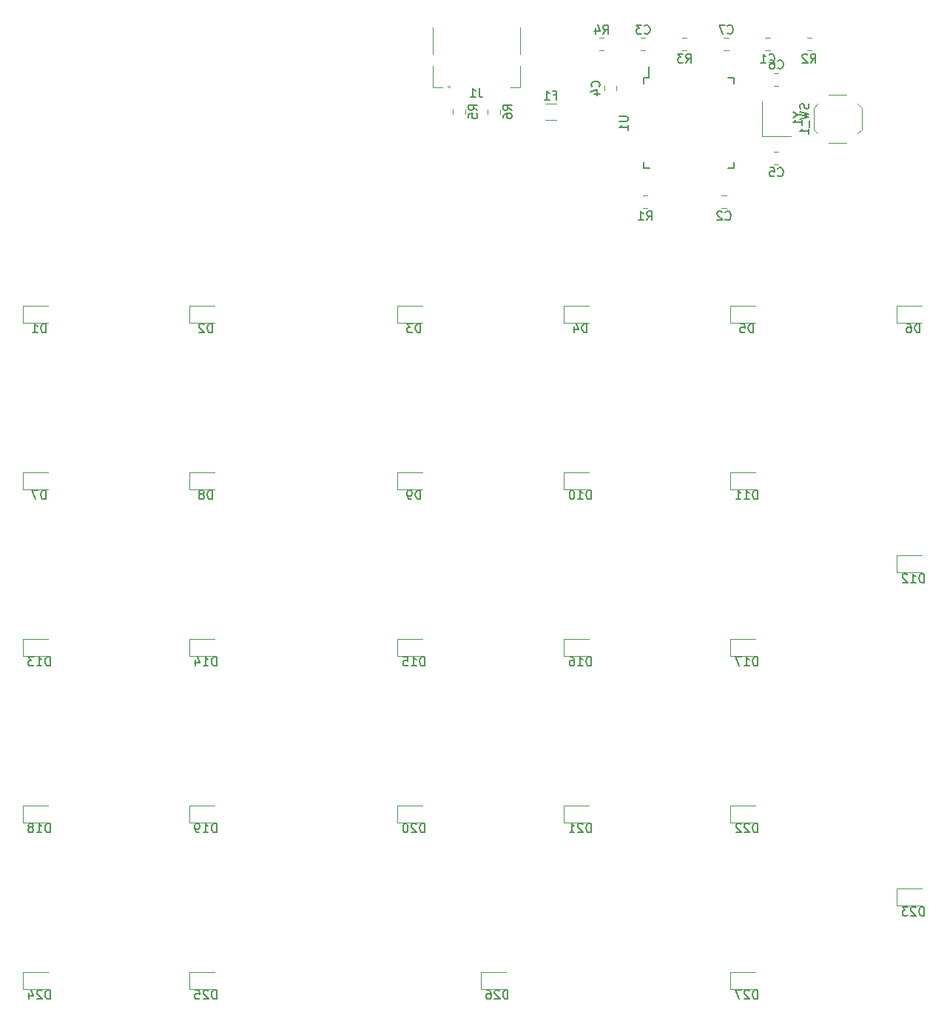
<source format=gbo>
G04 #@! TF.GenerationSoftware,KiCad,Pcbnew,(5.1.5)-3*
G04 #@! TF.CreationDate,2020-10-08T21:20:27+02:00*
G04 #@! TF.ProjectId,NumPad,4e756d50-6164-42e6-9b69-6361645f7063,rev?*
G04 #@! TF.SameCoordinates,Original*
G04 #@! TF.FileFunction,Legend,Bot*
G04 #@! TF.FilePolarity,Positive*
%FSLAX46Y46*%
G04 Gerber Fmt 4.6, Leading zero omitted, Abs format (unit mm)*
G04 Created by KiCad (PCBNEW (5.1.5)-3) date 2020-10-08 21:20:27*
%MOMM*%
%LPD*%
G04 APERTURE LIST*
%ADD10C,0.120000*%
%ADD11C,0.150000*%
%ADD12C,2.352000*%
%ADD13C,4.089800*%
%ADD14C,1.852000*%
%ADD15C,3.150000*%
%ADD16R,1.302000X1.502000*%
%ADD17R,1.602000X0.652000*%
%ADD18R,0.652000X1.602000*%
%ADD19R,1.102000X1.802000*%
%ADD20C,0.100000*%
%ADD21R,1.102000X2.102000*%
%ADD22O,1.102000X2.402000*%
%ADD23O,0.952000X0.702000*%
%ADD24C,0.702000*%
%ADD25O,1.102000X2.102000*%
%ADD26R,0.372000X1.102000*%
%ADD27R,0.622000X1.102000*%
G04 APERTURE END LIST*
D10*
X136672000Y-60605000D02*
X136672000Y-56605000D01*
X139972000Y-60605000D02*
X136672000Y-60605000D01*
D11*
X123722000Y-53930000D02*
X123722000Y-52655000D01*
X123147000Y-64280000D02*
X123147000Y-63605000D01*
X133497000Y-64280000D02*
X133497000Y-63605000D01*
X133497000Y-53930000D02*
X133497000Y-54605000D01*
X123147000Y-53930000D02*
X123147000Y-54605000D01*
X133497000Y-53930000D02*
X132822000Y-53930000D01*
X133497000Y-64280000D02*
X132822000Y-64280000D01*
X123147000Y-64280000D02*
X123822000Y-64280000D01*
X123147000Y-53930000D02*
X123722000Y-53930000D01*
D10*
X142572000Y-57355000D02*
X142572000Y-59855000D01*
X144322000Y-55855000D02*
X146322000Y-55855000D01*
X148072000Y-57355000D02*
X148072000Y-59855000D01*
X144322000Y-61355000D02*
X146322000Y-61355000D01*
X143022000Y-56905000D02*
X142572000Y-57355000D01*
X143022000Y-60305000D02*
X142572000Y-59855000D01*
X147622000Y-60305000D02*
X148072000Y-59855000D01*
X147622000Y-56905000D02*
X148072000Y-57355000D01*
X105250000Y-58061252D02*
X105250000Y-57538748D01*
X106670000Y-58061252D02*
X106670000Y-57538748D01*
X101290000Y-58061252D02*
X101290000Y-57538748D01*
X102710000Y-58061252D02*
X102710000Y-57538748D01*
X118583252Y-49395000D02*
X118060748Y-49395000D01*
X118583252Y-50815000D02*
X118060748Y-50815000D01*
X127560748Y-49395000D02*
X128083252Y-49395000D01*
X127560748Y-50815000D02*
X128083252Y-50815000D01*
X141810748Y-49395000D02*
X142333252Y-49395000D01*
X141810748Y-50815000D02*
X142333252Y-50815000D01*
X123060748Y-67395000D02*
X123583252Y-67395000D01*
X123060748Y-68815000D02*
X123583252Y-68815000D01*
X107880000Y-54995000D02*
X108980000Y-54995000D01*
X98980000Y-54995000D02*
X100080000Y-54995000D01*
X100991803Y-54995000D02*
G75*
G03X100991803Y-54995000I-111803J0D01*
G01*
X98980000Y-51247500D02*
X98980000Y-48197500D01*
X98980000Y-54995000D02*
X98980000Y-52597500D01*
X108980000Y-51247500D02*
X108980000Y-48197500D01*
X108980000Y-54995000D02*
X108980000Y-52597500D01*
X113102064Y-58710000D02*
X111897936Y-58710000D01*
X113102064Y-56890000D02*
X111897936Y-56890000D01*
X133077500Y-156202500D02*
X135937500Y-156202500D01*
X133077500Y-158122500D02*
X133077500Y-156202500D01*
X135937500Y-158122500D02*
X133077500Y-158122500D01*
X104502500Y-156202500D02*
X107362500Y-156202500D01*
X104502500Y-158122500D02*
X104502500Y-156202500D01*
X107362500Y-158122500D02*
X104502500Y-158122500D01*
X71165000Y-156202500D02*
X74025000Y-156202500D01*
X71165000Y-158122500D02*
X71165000Y-156202500D01*
X74025000Y-158122500D02*
X71165000Y-158122500D01*
X52115000Y-156202500D02*
X54975000Y-156202500D01*
X52115000Y-158122500D02*
X52115000Y-156202500D01*
X54975000Y-158122500D02*
X52115000Y-158122500D01*
X152127500Y-146677500D02*
X154987500Y-146677500D01*
X152127500Y-148597500D02*
X152127500Y-146677500D01*
X154987500Y-148597500D02*
X152127500Y-148597500D01*
X133077500Y-137152500D02*
X135937500Y-137152500D01*
X133077500Y-139072500D02*
X133077500Y-137152500D01*
X135937500Y-139072500D02*
X133077500Y-139072500D01*
X114027500Y-137152500D02*
X116887500Y-137152500D01*
X114027500Y-139072500D02*
X114027500Y-137152500D01*
X116887500Y-139072500D02*
X114027500Y-139072500D01*
X94977500Y-137152500D02*
X97837500Y-137152500D01*
X94977500Y-139072500D02*
X94977500Y-137152500D01*
X97837500Y-139072500D02*
X94977500Y-139072500D01*
X71165000Y-137152500D02*
X74025000Y-137152500D01*
X71165000Y-139072500D02*
X71165000Y-137152500D01*
X74025000Y-139072500D02*
X71165000Y-139072500D01*
X52115000Y-137152500D02*
X54975000Y-137152500D01*
X52115000Y-139072500D02*
X52115000Y-137152500D01*
X54975000Y-139072500D02*
X52115000Y-139072500D01*
X133077500Y-118102500D02*
X135937500Y-118102500D01*
X133077500Y-120022500D02*
X133077500Y-118102500D01*
X135937500Y-120022500D02*
X133077500Y-120022500D01*
X114027500Y-118102500D02*
X116887500Y-118102500D01*
X114027500Y-120022500D02*
X114027500Y-118102500D01*
X116887500Y-120022500D02*
X114027500Y-120022500D01*
X94977500Y-118102500D02*
X97837500Y-118102500D01*
X94977500Y-120022500D02*
X94977500Y-118102500D01*
X97837500Y-120022500D02*
X94977500Y-120022500D01*
X71165000Y-118102500D02*
X74025000Y-118102500D01*
X71165000Y-120022500D02*
X71165000Y-118102500D01*
X74025000Y-120022500D02*
X71165000Y-120022500D01*
X52115000Y-118102500D02*
X54975000Y-118102500D01*
X52115000Y-120022500D02*
X52115000Y-118102500D01*
X54975000Y-120022500D02*
X52115000Y-120022500D01*
X152127500Y-108577500D02*
X154987500Y-108577500D01*
X152127500Y-110497500D02*
X152127500Y-108577500D01*
X154987500Y-110497500D02*
X152127500Y-110497500D01*
X133077500Y-99052500D02*
X135937500Y-99052500D01*
X133077500Y-100972500D02*
X133077500Y-99052500D01*
X135937500Y-100972500D02*
X133077500Y-100972500D01*
X114027500Y-99052500D02*
X116887500Y-99052500D01*
X114027500Y-100972500D02*
X114027500Y-99052500D01*
X116887500Y-100972500D02*
X114027500Y-100972500D01*
X94977500Y-99052500D02*
X97837500Y-99052500D01*
X94977500Y-100972500D02*
X94977500Y-99052500D01*
X97837500Y-100972500D02*
X94977500Y-100972500D01*
X71165000Y-99052500D02*
X74025000Y-99052500D01*
X71165000Y-100972500D02*
X71165000Y-99052500D01*
X74025000Y-100972500D02*
X71165000Y-100972500D01*
X52115000Y-99052500D02*
X54975000Y-99052500D01*
X52115000Y-100972500D02*
X52115000Y-99052500D01*
X54975000Y-100972500D02*
X52115000Y-100972500D01*
X152127500Y-80002500D02*
X154987500Y-80002500D01*
X152127500Y-81922500D02*
X152127500Y-80002500D01*
X154987500Y-81922500D02*
X152127500Y-81922500D01*
X133077500Y-80002500D02*
X135937500Y-80002500D01*
X133077500Y-81922500D02*
X133077500Y-80002500D01*
X135937500Y-81922500D02*
X133077500Y-81922500D01*
X114027500Y-80002500D02*
X116887500Y-80002500D01*
X114027500Y-81922500D02*
X114027500Y-80002500D01*
X116887500Y-81922500D02*
X114027500Y-81922500D01*
X94977500Y-80002500D02*
X97837500Y-80002500D01*
X94977500Y-81922500D02*
X94977500Y-80002500D01*
X97837500Y-81922500D02*
X94977500Y-81922500D01*
X71165000Y-80002500D02*
X74025000Y-80002500D01*
X71165000Y-81922500D02*
X71165000Y-80002500D01*
X74025000Y-81922500D02*
X71165000Y-81922500D01*
X52115000Y-80002500D02*
X54975000Y-80002500D01*
X52115000Y-81922500D02*
X52115000Y-80002500D01*
X54975000Y-81922500D02*
X52115000Y-81922500D01*
X132833252Y-50815000D02*
X132310748Y-50815000D01*
X132833252Y-49395000D02*
X132310748Y-49395000D01*
X138583252Y-54815000D02*
X138060748Y-54815000D01*
X138583252Y-53395000D02*
X138060748Y-53395000D01*
X138060748Y-62395000D02*
X138583252Y-62395000D01*
X138060748Y-63815000D02*
X138583252Y-63815000D01*
X120032000Y-54843748D02*
X120032000Y-55366252D01*
X118612000Y-54843748D02*
X118612000Y-55366252D01*
X123333252Y-50815000D02*
X122810748Y-50815000D01*
X123333252Y-49395000D02*
X122810748Y-49395000D01*
X132060748Y-67395000D02*
X132583252Y-67395000D01*
X132060748Y-68815000D02*
X132583252Y-68815000D01*
X137060748Y-49395000D02*
X137583252Y-49395000D01*
X137060748Y-50815000D02*
X137583252Y-50815000D01*
D11*
X140748190Y-58128809D02*
X141224380Y-58128809D01*
X140224380Y-57795476D02*
X140748190Y-58128809D01*
X140224380Y-58462142D01*
X141224380Y-59319285D02*
X141224380Y-58747857D01*
X141224380Y-59033571D02*
X140224380Y-59033571D01*
X140367238Y-58938333D01*
X140462476Y-58843095D01*
X140510095Y-58747857D01*
X120324380Y-58343095D02*
X121133904Y-58343095D01*
X121229142Y-58390714D01*
X121276761Y-58438333D01*
X121324380Y-58533571D01*
X121324380Y-58724047D01*
X121276761Y-58819285D01*
X121229142Y-58866904D01*
X121133904Y-58914523D01*
X120324380Y-58914523D01*
X121324380Y-59914523D02*
X121324380Y-59343095D01*
X121324380Y-59628809D02*
X120324380Y-59628809D01*
X120467238Y-59533571D01*
X120562476Y-59438333D01*
X120610095Y-59343095D01*
X141976761Y-56890714D02*
X142024380Y-57033571D01*
X142024380Y-57271666D01*
X141976761Y-57366904D01*
X141929142Y-57414523D01*
X141833904Y-57462142D01*
X141738666Y-57462142D01*
X141643428Y-57414523D01*
X141595809Y-57366904D01*
X141548190Y-57271666D01*
X141500571Y-57081190D01*
X141452952Y-56985952D01*
X141405333Y-56938333D01*
X141310095Y-56890714D01*
X141214857Y-56890714D01*
X141119619Y-56938333D01*
X141072000Y-56985952D01*
X141024380Y-57081190D01*
X141024380Y-57319285D01*
X141072000Y-57462142D01*
X141024380Y-57795476D02*
X142024380Y-58033571D01*
X141310095Y-58224047D01*
X142024380Y-58414523D01*
X141024380Y-58652619D01*
X142119619Y-58795476D02*
X142119619Y-59557380D01*
X142024380Y-60319285D02*
X142024380Y-59747857D01*
X142024380Y-60033571D02*
X141024380Y-60033571D01*
X141167238Y-59938333D01*
X141262476Y-59843095D01*
X141310095Y-59747857D01*
X108062380Y-57633333D02*
X107586190Y-57300000D01*
X108062380Y-57061904D02*
X107062380Y-57061904D01*
X107062380Y-57442857D01*
X107110000Y-57538095D01*
X107157619Y-57585714D01*
X107252857Y-57633333D01*
X107395714Y-57633333D01*
X107490952Y-57585714D01*
X107538571Y-57538095D01*
X107586190Y-57442857D01*
X107586190Y-57061904D01*
X107062380Y-58490476D02*
X107062380Y-58300000D01*
X107110000Y-58204761D01*
X107157619Y-58157142D01*
X107300476Y-58061904D01*
X107490952Y-58014285D01*
X107871904Y-58014285D01*
X107967142Y-58061904D01*
X108014761Y-58109523D01*
X108062380Y-58204761D01*
X108062380Y-58395238D01*
X108014761Y-58490476D01*
X107967142Y-58538095D01*
X107871904Y-58585714D01*
X107633809Y-58585714D01*
X107538571Y-58538095D01*
X107490952Y-58490476D01*
X107443333Y-58395238D01*
X107443333Y-58204761D01*
X107490952Y-58109523D01*
X107538571Y-58061904D01*
X107633809Y-58014285D01*
X104102380Y-57633333D02*
X103626190Y-57300000D01*
X104102380Y-57061904D02*
X103102380Y-57061904D01*
X103102380Y-57442857D01*
X103150000Y-57538095D01*
X103197619Y-57585714D01*
X103292857Y-57633333D01*
X103435714Y-57633333D01*
X103530952Y-57585714D01*
X103578571Y-57538095D01*
X103626190Y-57442857D01*
X103626190Y-57061904D01*
X103102380Y-58538095D02*
X103102380Y-58061904D01*
X103578571Y-58014285D01*
X103530952Y-58061904D01*
X103483333Y-58157142D01*
X103483333Y-58395238D01*
X103530952Y-58490476D01*
X103578571Y-58538095D01*
X103673809Y-58585714D01*
X103911904Y-58585714D01*
X104007142Y-58538095D01*
X104054761Y-58490476D01*
X104102380Y-58395238D01*
X104102380Y-58157142D01*
X104054761Y-58061904D01*
X104007142Y-58014285D01*
X118488666Y-48907380D02*
X118822000Y-48431190D01*
X119060095Y-48907380D02*
X119060095Y-47907380D01*
X118679142Y-47907380D01*
X118583904Y-47955000D01*
X118536285Y-48002619D01*
X118488666Y-48097857D01*
X118488666Y-48240714D01*
X118536285Y-48335952D01*
X118583904Y-48383571D01*
X118679142Y-48431190D01*
X119060095Y-48431190D01*
X117631523Y-48240714D02*
X117631523Y-48907380D01*
X117869619Y-47859761D02*
X118107714Y-48574047D01*
X117488666Y-48574047D01*
X127988666Y-52207380D02*
X128322000Y-51731190D01*
X128560095Y-52207380D02*
X128560095Y-51207380D01*
X128179142Y-51207380D01*
X128083904Y-51255000D01*
X128036285Y-51302619D01*
X127988666Y-51397857D01*
X127988666Y-51540714D01*
X128036285Y-51635952D01*
X128083904Y-51683571D01*
X128179142Y-51731190D01*
X128560095Y-51731190D01*
X127655333Y-51207380D02*
X127036285Y-51207380D01*
X127369619Y-51588333D01*
X127226761Y-51588333D01*
X127131523Y-51635952D01*
X127083904Y-51683571D01*
X127036285Y-51778809D01*
X127036285Y-52016904D01*
X127083904Y-52112142D01*
X127131523Y-52159761D01*
X127226761Y-52207380D01*
X127512476Y-52207380D01*
X127607714Y-52159761D01*
X127655333Y-52112142D01*
X142238666Y-52207380D02*
X142572000Y-51731190D01*
X142810095Y-52207380D02*
X142810095Y-51207380D01*
X142429142Y-51207380D01*
X142333904Y-51255000D01*
X142286285Y-51302619D01*
X142238666Y-51397857D01*
X142238666Y-51540714D01*
X142286285Y-51635952D01*
X142333904Y-51683571D01*
X142429142Y-51731190D01*
X142810095Y-51731190D01*
X141857714Y-51302619D02*
X141810095Y-51255000D01*
X141714857Y-51207380D01*
X141476761Y-51207380D01*
X141381523Y-51255000D01*
X141333904Y-51302619D01*
X141286285Y-51397857D01*
X141286285Y-51493095D01*
X141333904Y-51635952D01*
X141905333Y-52207380D01*
X141286285Y-52207380D01*
X123488666Y-70207380D02*
X123822000Y-69731190D01*
X124060095Y-70207380D02*
X124060095Y-69207380D01*
X123679142Y-69207380D01*
X123583904Y-69255000D01*
X123536285Y-69302619D01*
X123488666Y-69397857D01*
X123488666Y-69540714D01*
X123536285Y-69635952D01*
X123583904Y-69683571D01*
X123679142Y-69731190D01*
X124060095Y-69731190D01*
X122536285Y-70207380D02*
X123107714Y-70207380D01*
X122822000Y-70207380D02*
X122822000Y-69207380D01*
X122917238Y-69350238D01*
X123012476Y-69445476D01*
X123107714Y-69493095D01*
X104313333Y-55149880D02*
X104313333Y-55864166D01*
X104360952Y-56007023D01*
X104456190Y-56102261D01*
X104599047Y-56149880D01*
X104694285Y-56149880D01*
X103313333Y-56149880D02*
X103884761Y-56149880D01*
X103599047Y-56149880D02*
X103599047Y-55149880D01*
X103694285Y-55292738D01*
X103789523Y-55387976D01*
X103884761Y-55435595D01*
X112833333Y-55908571D02*
X113166666Y-55908571D01*
X113166666Y-56432380D02*
X113166666Y-55432380D01*
X112690476Y-55432380D01*
X111785714Y-56432380D02*
X112357142Y-56432380D01*
X112071428Y-56432380D02*
X112071428Y-55432380D01*
X112166666Y-55575238D01*
X112261904Y-55670476D01*
X112357142Y-55718095D01*
X136151785Y-159264880D02*
X136151785Y-158264880D01*
X135913690Y-158264880D01*
X135770833Y-158312500D01*
X135675595Y-158407738D01*
X135627976Y-158502976D01*
X135580357Y-158693452D01*
X135580357Y-158836309D01*
X135627976Y-159026785D01*
X135675595Y-159122023D01*
X135770833Y-159217261D01*
X135913690Y-159264880D01*
X136151785Y-159264880D01*
X135199404Y-158360119D02*
X135151785Y-158312500D01*
X135056547Y-158264880D01*
X134818452Y-158264880D01*
X134723214Y-158312500D01*
X134675595Y-158360119D01*
X134627976Y-158455357D01*
X134627976Y-158550595D01*
X134675595Y-158693452D01*
X135247023Y-159264880D01*
X134627976Y-159264880D01*
X134294642Y-158264880D02*
X133627976Y-158264880D01*
X134056547Y-159264880D01*
X107576785Y-159264880D02*
X107576785Y-158264880D01*
X107338690Y-158264880D01*
X107195833Y-158312500D01*
X107100595Y-158407738D01*
X107052976Y-158502976D01*
X107005357Y-158693452D01*
X107005357Y-158836309D01*
X107052976Y-159026785D01*
X107100595Y-159122023D01*
X107195833Y-159217261D01*
X107338690Y-159264880D01*
X107576785Y-159264880D01*
X106624404Y-158360119D02*
X106576785Y-158312500D01*
X106481547Y-158264880D01*
X106243452Y-158264880D01*
X106148214Y-158312500D01*
X106100595Y-158360119D01*
X106052976Y-158455357D01*
X106052976Y-158550595D01*
X106100595Y-158693452D01*
X106672023Y-159264880D01*
X106052976Y-159264880D01*
X105195833Y-158264880D02*
X105386309Y-158264880D01*
X105481547Y-158312500D01*
X105529166Y-158360119D01*
X105624404Y-158502976D01*
X105672023Y-158693452D01*
X105672023Y-159074404D01*
X105624404Y-159169642D01*
X105576785Y-159217261D01*
X105481547Y-159264880D01*
X105291071Y-159264880D01*
X105195833Y-159217261D01*
X105148214Y-159169642D01*
X105100595Y-159074404D01*
X105100595Y-158836309D01*
X105148214Y-158741071D01*
X105195833Y-158693452D01*
X105291071Y-158645833D01*
X105481547Y-158645833D01*
X105576785Y-158693452D01*
X105624404Y-158741071D01*
X105672023Y-158836309D01*
X74239285Y-159264880D02*
X74239285Y-158264880D01*
X74001190Y-158264880D01*
X73858333Y-158312500D01*
X73763095Y-158407738D01*
X73715476Y-158502976D01*
X73667857Y-158693452D01*
X73667857Y-158836309D01*
X73715476Y-159026785D01*
X73763095Y-159122023D01*
X73858333Y-159217261D01*
X74001190Y-159264880D01*
X74239285Y-159264880D01*
X73286904Y-158360119D02*
X73239285Y-158312500D01*
X73144047Y-158264880D01*
X72905952Y-158264880D01*
X72810714Y-158312500D01*
X72763095Y-158360119D01*
X72715476Y-158455357D01*
X72715476Y-158550595D01*
X72763095Y-158693452D01*
X73334523Y-159264880D01*
X72715476Y-159264880D01*
X71810714Y-158264880D02*
X72286904Y-158264880D01*
X72334523Y-158741071D01*
X72286904Y-158693452D01*
X72191666Y-158645833D01*
X71953571Y-158645833D01*
X71858333Y-158693452D01*
X71810714Y-158741071D01*
X71763095Y-158836309D01*
X71763095Y-159074404D01*
X71810714Y-159169642D01*
X71858333Y-159217261D01*
X71953571Y-159264880D01*
X72191666Y-159264880D01*
X72286904Y-159217261D01*
X72334523Y-159169642D01*
X55189285Y-159264880D02*
X55189285Y-158264880D01*
X54951190Y-158264880D01*
X54808333Y-158312500D01*
X54713095Y-158407738D01*
X54665476Y-158502976D01*
X54617857Y-158693452D01*
X54617857Y-158836309D01*
X54665476Y-159026785D01*
X54713095Y-159122023D01*
X54808333Y-159217261D01*
X54951190Y-159264880D01*
X55189285Y-159264880D01*
X54236904Y-158360119D02*
X54189285Y-158312500D01*
X54094047Y-158264880D01*
X53855952Y-158264880D01*
X53760714Y-158312500D01*
X53713095Y-158360119D01*
X53665476Y-158455357D01*
X53665476Y-158550595D01*
X53713095Y-158693452D01*
X54284523Y-159264880D01*
X53665476Y-159264880D01*
X52808333Y-158598214D02*
X52808333Y-159264880D01*
X53046428Y-158217261D02*
X53284523Y-158931547D01*
X52665476Y-158931547D01*
X155201785Y-149739880D02*
X155201785Y-148739880D01*
X154963690Y-148739880D01*
X154820833Y-148787500D01*
X154725595Y-148882738D01*
X154677976Y-148977976D01*
X154630357Y-149168452D01*
X154630357Y-149311309D01*
X154677976Y-149501785D01*
X154725595Y-149597023D01*
X154820833Y-149692261D01*
X154963690Y-149739880D01*
X155201785Y-149739880D01*
X154249404Y-148835119D02*
X154201785Y-148787500D01*
X154106547Y-148739880D01*
X153868452Y-148739880D01*
X153773214Y-148787500D01*
X153725595Y-148835119D01*
X153677976Y-148930357D01*
X153677976Y-149025595D01*
X153725595Y-149168452D01*
X154297023Y-149739880D01*
X153677976Y-149739880D01*
X153344642Y-148739880D02*
X152725595Y-148739880D01*
X153058928Y-149120833D01*
X152916071Y-149120833D01*
X152820833Y-149168452D01*
X152773214Y-149216071D01*
X152725595Y-149311309D01*
X152725595Y-149549404D01*
X152773214Y-149644642D01*
X152820833Y-149692261D01*
X152916071Y-149739880D01*
X153201785Y-149739880D01*
X153297023Y-149692261D01*
X153344642Y-149644642D01*
X136151785Y-140214880D02*
X136151785Y-139214880D01*
X135913690Y-139214880D01*
X135770833Y-139262500D01*
X135675595Y-139357738D01*
X135627976Y-139452976D01*
X135580357Y-139643452D01*
X135580357Y-139786309D01*
X135627976Y-139976785D01*
X135675595Y-140072023D01*
X135770833Y-140167261D01*
X135913690Y-140214880D01*
X136151785Y-140214880D01*
X135199404Y-139310119D02*
X135151785Y-139262500D01*
X135056547Y-139214880D01*
X134818452Y-139214880D01*
X134723214Y-139262500D01*
X134675595Y-139310119D01*
X134627976Y-139405357D01*
X134627976Y-139500595D01*
X134675595Y-139643452D01*
X135247023Y-140214880D01*
X134627976Y-140214880D01*
X134247023Y-139310119D02*
X134199404Y-139262500D01*
X134104166Y-139214880D01*
X133866071Y-139214880D01*
X133770833Y-139262500D01*
X133723214Y-139310119D01*
X133675595Y-139405357D01*
X133675595Y-139500595D01*
X133723214Y-139643452D01*
X134294642Y-140214880D01*
X133675595Y-140214880D01*
X117101785Y-140214880D02*
X117101785Y-139214880D01*
X116863690Y-139214880D01*
X116720833Y-139262500D01*
X116625595Y-139357738D01*
X116577976Y-139452976D01*
X116530357Y-139643452D01*
X116530357Y-139786309D01*
X116577976Y-139976785D01*
X116625595Y-140072023D01*
X116720833Y-140167261D01*
X116863690Y-140214880D01*
X117101785Y-140214880D01*
X116149404Y-139310119D02*
X116101785Y-139262500D01*
X116006547Y-139214880D01*
X115768452Y-139214880D01*
X115673214Y-139262500D01*
X115625595Y-139310119D01*
X115577976Y-139405357D01*
X115577976Y-139500595D01*
X115625595Y-139643452D01*
X116197023Y-140214880D01*
X115577976Y-140214880D01*
X114625595Y-140214880D02*
X115197023Y-140214880D01*
X114911309Y-140214880D02*
X114911309Y-139214880D01*
X115006547Y-139357738D01*
X115101785Y-139452976D01*
X115197023Y-139500595D01*
X98051785Y-140214880D02*
X98051785Y-139214880D01*
X97813690Y-139214880D01*
X97670833Y-139262500D01*
X97575595Y-139357738D01*
X97527976Y-139452976D01*
X97480357Y-139643452D01*
X97480357Y-139786309D01*
X97527976Y-139976785D01*
X97575595Y-140072023D01*
X97670833Y-140167261D01*
X97813690Y-140214880D01*
X98051785Y-140214880D01*
X97099404Y-139310119D02*
X97051785Y-139262500D01*
X96956547Y-139214880D01*
X96718452Y-139214880D01*
X96623214Y-139262500D01*
X96575595Y-139310119D01*
X96527976Y-139405357D01*
X96527976Y-139500595D01*
X96575595Y-139643452D01*
X97147023Y-140214880D01*
X96527976Y-140214880D01*
X95908928Y-139214880D02*
X95813690Y-139214880D01*
X95718452Y-139262500D01*
X95670833Y-139310119D01*
X95623214Y-139405357D01*
X95575595Y-139595833D01*
X95575595Y-139833928D01*
X95623214Y-140024404D01*
X95670833Y-140119642D01*
X95718452Y-140167261D01*
X95813690Y-140214880D01*
X95908928Y-140214880D01*
X96004166Y-140167261D01*
X96051785Y-140119642D01*
X96099404Y-140024404D01*
X96147023Y-139833928D01*
X96147023Y-139595833D01*
X96099404Y-139405357D01*
X96051785Y-139310119D01*
X96004166Y-139262500D01*
X95908928Y-139214880D01*
X74239285Y-140214880D02*
X74239285Y-139214880D01*
X74001190Y-139214880D01*
X73858333Y-139262500D01*
X73763095Y-139357738D01*
X73715476Y-139452976D01*
X73667857Y-139643452D01*
X73667857Y-139786309D01*
X73715476Y-139976785D01*
X73763095Y-140072023D01*
X73858333Y-140167261D01*
X74001190Y-140214880D01*
X74239285Y-140214880D01*
X72715476Y-140214880D02*
X73286904Y-140214880D01*
X73001190Y-140214880D02*
X73001190Y-139214880D01*
X73096428Y-139357738D01*
X73191666Y-139452976D01*
X73286904Y-139500595D01*
X72239285Y-140214880D02*
X72048809Y-140214880D01*
X71953571Y-140167261D01*
X71905952Y-140119642D01*
X71810714Y-139976785D01*
X71763095Y-139786309D01*
X71763095Y-139405357D01*
X71810714Y-139310119D01*
X71858333Y-139262500D01*
X71953571Y-139214880D01*
X72144047Y-139214880D01*
X72239285Y-139262500D01*
X72286904Y-139310119D01*
X72334523Y-139405357D01*
X72334523Y-139643452D01*
X72286904Y-139738690D01*
X72239285Y-139786309D01*
X72144047Y-139833928D01*
X71953571Y-139833928D01*
X71858333Y-139786309D01*
X71810714Y-139738690D01*
X71763095Y-139643452D01*
X55189285Y-140214880D02*
X55189285Y-139214880D01*
X54951190Y-139214880D01*
X54808333Y-139262500D01*
X54713095Y-139357738D01*
X54665476Y-139452976D01*
X54617857Y-139643452D01*
X54617857Y-139786309D01*
X54665476Y-139976785D01*
X54713095Y-140072023D01*
X54808333Y-140167261D01*
X54951190Y-140214880D01*
X55189285Y-140214880D01*
X53665476Y-140214880D02*
X54236904Y-140214880D01*
X53951190Y-140214880D02*
X53951190Y-139214880D01*
X54046428Y-139357738D01*
X54141666Y-139452976D01*
X54236904Y-139500595D01*
X53094047Y-139643452D02*
X53189285Y-139595833D01*
X53236904Y-139548214D01*
X53284523Y-139452976D01*
X53284523Y-139405357D01*
X53236904Y-139310119D01*
X53189285Y-139262500D01*
X53094047Y-139214880D01*
X52903571Y-139214880D01*
X52808333Y-139262500D01*
X52760714Y-139310119D01*
X52713095Y-139405357D01*
X52713095Y-139452976D01*
X52760714Y-139548214D01*
X52808333Y-139595833D01*
X52903571Y-139643452D01*
X53094047Y-139643452D01*
X53189285Y-139691071D01*
X53236904Y-139738690D01*
X53284523Y-139833928D01*
X53284523Y-140024404D01*
X53236904Y-140119642D01*
X53189285Y-140167261D01*
X53094047Y-140214880D01*
X52903571Y-140214880D01*
X52808333Y-140167261D01*
X52760714Y-140119642D01*
X52713095Y-140024404D01*
X52713095Y-139833928D01*
X52760714Y-139738690D01*
X52808333Y-139691071D01*
X52903571Y-139643452D01*
X136151785Y-121164880D02*
X136151785Y-120164880D01*
X135913690Y-120164880D01*
X135770833Y-120212500D01*
X135675595Y-120307738D01*
X135627976Y-120402976D01*
X135580357Y-120593452D01*
X135580357Y-120736309D01*
X135627976Y-120926785D01*
X135675595Y-121022023D01*
X135770833Y-121117261D01*
X135913690Y-121164880D01*
X136151785Y-121164880D01*
X134627976Y-121164880D02*
X135199404Y-121164880D01*
X134913690Y-121164880D02*
X134913690Y-120164880D01*
X135008928Y-120307738D01*
X135104166Y-120402976D01*
X135199404Y-120450595D01*
X134294642Y-120164880D02*
X133627976Y-120164880D01*
X134056547Y-121164880D01*
X117101785Y-121164880D02*
X117101785Y-120164880D01*
X116863690Y-120164880D01*
X116720833Y-120212500D01*
X116625595Y-120307738D01*
X116577976Y-120402976D01*
X116530357Y-120593452D01*
X116530357Y-120736309D01*
X116577976Y-120926785D01*
X116625595Y-121022023D01*
X116720833Y-121117261D01*
X116863690Y-121164880D01*
X117101785Y-121164880D01*
X115577976Y-121164880D02*
X116149404Y-121164880D01*
X115863690Y-121164880D02*
X115863690Y-120164880D01*
X115958928Y-120307738D01*
X116054166Y-120402976D01*
X116149404Y-120450595D01*
X114720833Y-120164880D02*
X114911309Y-120164880D01*
X115006547Y-120212500D01*
X115054166Y-120260119D01*
X115149404Y-120402976D01*
X115197023Y-120593452D01*
X115197023Y-120974404D01*
X115149404Y-121069642D01*
X115101785Y-121117261D01*
X115006547Y-121164880D01*
X114816071Y-121164880D01*
X114720833Y-121117261D01*
X114673214Y-121069642D01*
X114625595Y-120974404D01*
X114625595Y-120736309D01*
X114673214Y-120641071D01*
X114720833Y-120593452D01*
X114816071Y-120545833D01*
X115006547Y-120545833D01*
X115101785Y-120593452D01*
X115149404Y-120641071D01*
X115197023Y-120736309D01*
X98051785Y-121164880D02*
X98051785Y-120164880D01*
X97813690Y-120164880D01*
X97670833Y-120212500D01*
X97575595Y-120307738D01*
X97527976Y-120402976D01*
X97480357Y-120593452D01*
X97480357Y-120736309D01*
X97527976Y-120926785D01*
X97575595Y-121022023D01*
X97670833Y-121117261D01*
X97813690Y-121164880D01*
X98051785Y-121164880D01*
X96527976Y-121164880D02*
X97099404Y-121164880D01*
X96813690Y-121164880D02*
X96813690Y-120164880D01*
X96908928Y-120307738D01*
X97004166Y-120402976D01*
X97099404Y-120450595D01*
X95623214Y-120164880D02*
X96099404Y-120164880D01*
X96147023Y-120641071D01*
X96099404Y-120593452D01*
X96004166Y-120545833D01*
X95766071Y-120545833D01*
X95670833Y-120593452D01*
X95623214Y-120641071D01*
X95575595Y-120736309D01*
X95575595Y-120974404D01*
X95623214Y-121069642D01*
X95670833Y-121117261D01*
X95766071Y-121164880D01*
X96004166Y-121164880D01*
X96099404Y-121117261D01*
X96147023Y-121069642D01*
X74239285Y-121164880D02*
X74239285Y-120164880D01*
X74001190Y-120164880D01*
X73858333Y-120212500D01*
X73763095Y-120307738D01*
X73715476Y-120402976D01*
X73667857Y-120593452D01*
X73667857Y-120736309D01*
X73715476Y-120926785D01*
X73763095Y-121022023D01*
X73858333Y-121117261D01*
X74001190Y-121164880D01*
X74239285Y-121164880D01*
X72715476Y-121164880D02*
X73286904Y-121164880D01*
X73001190Y-121164880D02*
X73001190Y-120164880D01*
X73096428Y-120307738D01*
X73191666Y-120402976D01*
X73286904Y-120450595D01*
X71858333Y-120498214D02*
X71858333Y-121164880D01*
X72096428Y-120117261D02*
X72334523Y-120831547D01*
X71715476Y-120831547D01*
X55189285Y-121164880D02*
X55189285Y-120164880D01*
X54951190Y-120164880D01*
X54808333Y-120212500D01*
X54713095Y-120307738D01*
X54665476Y-120402976D01*
X54617857Y-120593452D01*
X54617857Y-120736309D01*
X54665476Y-120926785D01*
X54713095Y-121022023D01*
X54808333Y-121117261D01*
X54951190Y-121164880D01*
X55189285Y-121164880D01*
X53665476Y-121164880D02*
X54236904Y-121164880D01*
X53951190Y-121164880D02*
X53951190Y-120164880D01*
X54046428Y-120307738D01*
X54141666Y-120402976D01*
X54236904Y-120450595D01*
X53332142Y-120164880D02*
X52713095Y-120164880D01*
X53046428Y-120545833D01*
X52903571Y-120545833D01*
X52808333Y-120593452D01*
X52760714Y-120641071D01*
X52713095Y-120736309D01*
X52713095Y-120974404D01*
X52760714Y-121069642D01*
X52808333Y-121117261D01*
X52903571Y-121164880D01*
X53189285Y-121164880D01*
X53284523Y-121117261D01*
X53332142Y-121069642D01*
X155201785Y-111639880D02*
X155201785Y-110639880D01*
X154963690Y-110639880D01*
X154820833Y-110687500D01*
X154725595Y-110782738D01*
X154677976Y-110877976D01*
X154630357Y-111068452D01*
X154630357Y-111211309D01*
X154677976Y-111401785D01*
X154725595Y-111497023D01*
X154820833Y-111592261D01*
X154963690Y-111639880D01*
X155201785Y-111639880D01*
X153677976Y-111639880D02*
X154249404Y-111639880D01*
X153963690Y-111639880D02*
X153963690Y-110639880D01*
X154058928Y-110782738D01*
X154154166Y-110877976D01*
X154249404Y-110925595D01*
X153297023Y-110735119D02*
X153249404Y-110687500D01*
X153154166Y-110639880D01*
X152916071Y-110639880D01*
X152820833Y-110687500D01*
X152773214Y-110735119D01*
X152725595Y-110830357D01*
X152725595Y-110925595D01*
X152773214Y-111068452D01*
X153344642Y-111639880D01*
X152725595Y-111639880D01*
X136151785Y-102114880D02*
X136151785Y-101114880D01*
X135913690Y-101114880D01*
X135770833Y-101162500D01*
X135675595Y-101257738D01*
X135627976Y-101352976D01*
X135580357Y-101543452D01*
X135580357Y-101686309D01*
X135627976Y-101876785D01*
X135675595Y-101972023D01*
X135770833Y-102067261D01*
X135913690Y-102114880D01*
X136151785Y-102114880D01*
X134627976Y-102114880D02*
X135199404Y-102114880D01*
X134913690Y-102114880D02*
X134913690Y-101114880D01*
X135008928Y-101257738D01*
X135104166Y-101352976D01*
X135199404Y-101400595D01*
X133675595Y-102114880D02*
X134247023Y-102114880D01*
X133961309Y-102114880D02*
X133961309Y-101114880D01*
X134056547Y-101257738D01*
X134151785Y-101352976D01*
X134247023Y-101400595D01*
X117101785Y-102114880D02*
X117101785Y-101114880D01*
X116863690Y-101114880D01*
X116720833Y-101162500D01*
X116625595Y-101257738D01*
X116577976Y-101352976D01*
X116530357Y-101543452D01*
X116530357Y-101686309D01*
X116577976Y-101876785D01*
X116625595Y-101972023D01*
X116720833Y-102067261D01*
X116863690Y-102114880D01*
X117101785Y-102114880D01*
X115577976Y-102114880D02*
X116149404Y-102114880D01*
X115863690Y-102114880D02*
X115863690Y-101114880D01*
X115958928Y-101257738D01*
X116054166Y-101352976D01*
X116149404Y-101400595D01*
X114958928Y-101114880D02*
X114863690Y-101114880D01*
X114768452Y-101162500D01*
X114720833Y-101210119D01*
X114673214Y-101305357D01*
X114625595Y-101495833D01*
X114625595Y-101733928D01*
X114673214Y-101924404D01*
X114720833Y-102019642D01*
X114768452Y-102067261D01*
X114863690Y-102114880D01*
X114958928Y-102114880D01*
X115054166Y-102067261D01*
X115101785Y-102019642D01*
X115149404Y-101924404D01*
X115197023Y-101733928D01*
X115197023Y-101495833D01*
X115149404Y-101305357D01*
X115101785Y-101210119D01*
X115054166Y-101162500D01*
X114958928Y-101114880D01*
X97575595Y-102114880D02*
X97575595Y-101114880D01*
X97337500Y-101114880D01*
X97194642Y-101162500D01*
X97099404Y-101257738D01*
X97051785Y-101352976D01*
X97004166Y-101543452D01*
X97004166Y-101686309D01*
X97051785Y-101876785D01*
X97099404Y-101972023D01*
X97194642Y-102067261D01*
X97337500Y-102114880D01*
X97575595Y-102114880D01*
X96527976Y-102114880D02*
X96337500Y-102114880D01*
X96242261Y-102067261D01*
X96194642Y-102019642D01*
X96099404Y-101876785D01*
X96051785Y-101686309D01*
X96051785Y-101305357D01*
X96099404Y-101210119D01*
X96147023Y-101162500D01*
X96242261Y-101114880D01*
X96432738Y-101114880D01*
X96527976Y-101162500D01*
X96575595Y-101210119D01*
X96623214Y-101305357D01*
X96623214Y-101543452D01*
X96575595Y-101638690D01*
X96527976Y-101686309D01*
X96432738Y-101733928D01*
X96242261Y-101733928D01*
X96147023Y-101686309D01*
X96099404Y-101638690D01*
X96051785Y-101543452D01*
X73763095Y-102114880D02*
X73763095Y-101114880D01*
X73525000Y-101114880D01*
X73382142Y-101162500D01*
X73286904Y-101257738D01*
X73239285Y-101352976D01*
X73191666Y-101543452D01*
X73191666Y-101686309D01*
X73239285Y-101876785D01*
X73286904Y-101972023D01*
X73382142Y-102067261D01*
X73525000Y-102114880D01*
X73763095Y-102114880D01*
X72620238Y-101543452D02*
X72715476Y-101495833D01*
X72763095Y-101448214D01*
X72810714Y-101352976D01*
X72810714Y-101305357D01*
X72763095Y-101210119D01*
X72715476Y-101162500D01*
X72620238Y-101114880D01*
X72429761Y-101114880D01*
X72334523Y-101162500D01*
X72286904Y-101210119D01*
X72239285Y-101305357D01*
X72239285Y-101352976D01*
X72286904Y-101448214D01*
X72334523Y-101495833D01*
X72429761Y-101543452D01*
X72620238Y-101543452D01*
X72715476Y-101591071D01*
X72763095Y-101638690D01*
X72810714Y-101733928D01*
X72810714Y-101924404D01*
X72763095Y-102019642D01*
X72715476Y-102067261D01*
X72620238Y-102114880D01*
X72429761Y-102114880D01*
X72334523Y-102067261D01*
X72286904Y-102019642D01*
X72239285Y-101924404D01*
X72239285Y-101733928D01*
X72286904Y-101638690D01*
X72334523Y-101591071D01*
X72429761Y-101543452D01*
X54713095Y-102114880D02*
X54713095Y-101114880D01*
X54475000Y-101114880D01*
X54332142Y-101162500D01*
X54236904Y-101257738D01*
X54189285Y-101352976D01*
X54141666Y-101543452D01*
X54141666Y-101686309D01*
X54189285Y-101876785D01*
X54236904Y-101972023D01*
X54332142Y-102067261D01*
X54475000Y-102114880D01*
X54713095Y-102114880D01*
X53808333Y-101114880D02*
X53141666Y-101114880D01*
X53570238Y-102114880D01*
X154725595Y-83064880D02*
X154725595Y-82064880D01*
X154487500Y-82064880D01*
X154344642Y-82112500D01*
X154249404Y-82207738D01*
X154201785Y-82302976D01*
X154154166Y-82493452D01*
X154154166Y-82636309D01*
X154201785Y-82826785D01*
X154249404Y-82922023D01*
X154344642Y-83017261D01*
X154487500Y-83064880D01*
X154725595Y-83064880D01*
X153297023Y-82064880D02*
X153487500Y-82064880D01*
X153582738Y-82112500D01*
X153630357Y-82160119D01*
X153725595Y-82302976D01*
X153773214Y-82493452D01*
X153773214Y-82874404D01*
X153725595Y-82969642D01*
X153677976Y-83017261D01*
X153582738Y-83064880D01*
X153392261Y-83064880D01*
X153297023Y-83017261D01*
X153249404Y-82969642D01*
X153201785Y-82874404D01*
X153201785Y-82636309D01*
X153249404Y-82541071D01*
X153297023Y-82493452D01*
X153392261Y-82445833D01*
X153582738Y-82445833D01*
X153677976Y-82493452D01*
X153725595Y-82541071D01*
X153773214Y-82636309D01*
X135675595Y-83064880D02*
X135675595Y-82064880D01*
X135437500Y-82064880D01*
X135294642Y-82112500D01*
X135199404Y-82207738D01*
X135151785Y-82302976D01*
X135104166Y-82493452D01*
X135104166Y-82636309D01*
X135151785Y-82826785D01*
X135199404Y-82922023D01*
X135294642Y-83017261D01*
X135437500Y-83064880D01*
X135675595Y-83064880D01*
X134199404Y-82064880D02*
X134675595Y-82064880D01*
X134723214Y-82541071D01*
X134675595Y-82493452D01*
X134580357Y-82445833D01*
X134342261Y-82445833D01*
X134247023Y-82493452D01*
X134199404Y-82541071D01*
X134151785Y-82636309D01*
X134151785Y-82874404D01*
X134199404Y-82969642D01*
X134247023Y-83017261D01*
X134342261Y-83064880D01*
X134580357Y-83064880D01*
X134675595Y-83017261D01*
X134723214Y-82969642D01*
X116625595Y-83064880D02*
X116625595Y-82064880D01*
X116387500Y-82064880D01*
X116244642Y-82112500D01*
X116149404Y-82207738D01*
X116101785Y-82302976D01*
X116054166Y-82493452D01*
X116054166Y-82636309D01*
X116101785Y-82826785D01*
X116149404Y-82922023D01*
X116244642Y-83017261D01*
X116387500Y-83064880D01*
X116625595Y-83064880D01*
X115197023Y-82398214D02*
X115197023Y-83064880D01*
X115435119Y-82017261D02*
X115673214Y-82731547D01*
X115054166Y-82731547D01*
X97575595Y-83064880D02*
X97575595Y-82064880D01*
X97337500Y-82064880D01*
X97194642Y-82112500D01*
X97099404Y-82207738D01*
X97051785Y-82302976D01*
X97004166Y-82493452D01*
X97004166Y-82636309D01*
X97051785Y-82826785D01*
X97099404Y-82922023D01*
X97194642Y-83017261D01*
X97337500Y-83064880D01*
X97575595Y-83064880D01*
X96670833Y-82064880D02*
X96051785Y-82064880D01*
X96385119Y-82445833D01*
X96242261Y-82445833D01*
X96147023Y-82493452D01*
X96099404Y-82541071D01*
X96051785Y-82636309D01*
X96051785Y-82874404D01*
X96099404Y-82969642D01*
X96147023Y-83017261D01*
X96242261Y-83064880D01*
X96527976Y-83064880D01*
X96623214Y-83017261D01*
X96670833Y-82969642D01*
X73763095Y-83064880D02*
X73763095Y-82064880D01*
X73525000Y-82064880D01*
X73382142Y-82112500D01*
X73286904Y-82207738D01*
X73239285Y-82302976D01*
X73191666Y-82493452D01*
X73191666Y-82636309D01*
X73239285Y-82826785D01*
X73286904Y-82922023D01*
X73382142Y-83017261D01*
X73525000Y-83064880D01*
X73763095Y-83064880D01*
X72810714Y-82160119D02*
X72763095Y-82112500D01*
X72667857Y-82064880D01*
X72429761Y-82064880D01*
X72334523Y-82112500D01*
X72286904Y-82160119D01*
X72239285Y-82255357D01*
X72239285Y-82350595D01*
X72286904Y-82493452D01*
X72858333Y-83064880D01*
X72239285Y-83064880D01*
X54713095Y-83064880D02*
X54713095Y-82064880D01*
X54475000Y-82064880D01*
X54332142Y-82112500D01*
X54236904Y-82207738D01*
X54189285Y-82302976D01*
X54141666Y-82493452D01*
X54141666Y-82636309D01*
X54189285Y-82826785D01*
X54236904Y-82922023D01*
X54332142Y-83017261D01*
X54475000Y-83064880D01*
X54713095Y-83064880D01*
X53189285Y-83064880D02*
X53760714Y-83064880D01*
X53475000Y-83064880D02*
X53475000Y-82064880D01*
X53570238Y-82207738D01*
X53665476Y-82302976D01*
X53760714Y-82350595D01*
X132738666Y-48812142D02*
X132786285Y-48859761D01*
X132929142Y-48907380D01*
X133024380Y-48907380D01*
X133167238Y-48859761D01*
X133262476Y-48764523D01*
X133310095Y-48669285D01*
X133357714Y-48478809D01*
X133357714Y-48335952D01*
X133310095Y-48145476D01*
X133262476Y-48050238D01*
X133167238Y-47955000D01*
X133024380Y-47907380D01*
X132929142Y-47907380D01*
X132786285Y-47955000D01*
X132738666Y-48002619D01*
X132405333Y-47907380D02*
X131738666Y-47907380D01*
X132167238Y-48907380D01*
X138488666Y-52812142D02*
X138536285Y-52859761D01*
X138679142Y-52907380D01*
X138774380Y-52907380D01*
X138917238Y-52859761D01*
X139012476Y-52764523D01*
X139060095Y-52669285D01*
X139107714Y-52478809D01*
X139107714Y-52335952D01*
X139060095Y-52145476D01*
X139012476Y-52050238D01*
X138917238Y-51955000D01*
X138774380Y-51907380D01*
X138679142Y-51907380D01*
X138536285Y-51955000D01*
X138488666Y-52002619D01*
X137631523Y-51907380D02*
X137822000Y-51907380D01*
X137917238Y-51955000D01*
X137964857Y-52002619D01*
X138060095Y-52145476D01*
X138107714Y-52335952D01*
X138107714Y-52716904D01*
X138060095Y-52812142D01*
X138012476Y-52859761D01*
X137917238Y-52907380D01*
X137726761Y-52907380D01*
X137631523Y-52859761D01*
X137583904Y-52812142D01*
X137536285Y-52716904D01*
X137536285Y-52478809D01*
X137583904Y-52383571D01*
X137631523Y-52335952D01*
X137726761Y-52288333D01*
X137917238Y-52288333D01*
X138012476Y-52335952D01*
X138060095Y-52383571D01*
X138107714Y-52478809D01*
X138488666Y-65112142D02*
X138536285Y-65159761D01*
X138679142Y-65207380D01*
X138774380Y-65207380D01*
X138917238Y-65159761D01*
X139012476Y-65064523D01*
X139060095Y-64969285D01*
X139107714Y-64778809D01*
X139107714Y-64635952D01*
X139060095Y-64445476D01*
X139012476Y-64350238D01*
X138917238Y-64255000D01*
X138774380Y-64207380D01*
X138679142Y-64207380D01*
X138536285Y-64255000D01*
X138488666Y-64302619D01*
X137583904Y-64207380D02*
X138060095Y-64207380D01*
X138107714Y-64683571D01*
X138060095Y-64635952D01*
X137964857Y-64588333D01*
X137726761Y-64588333D01*
X137631523Y-64635952D01*
X137583904Y-64683571D01*
X137536285Y-64778809D01*
X137536285Y-65016904D01*
X137583904Y-65112142D01*
X137631523Y-65159761D01*
X137726761Y-65207380D01*
X137964857Y-65207380D01*
X138060095Y-65159761D01*
X138107714Y-65112142D01*
X118029142Y-54938333D02*
X118076761Y-54890714D01*
X118124380Y-54747857D01*
X118124380Y-54652619D01*
X118076761Y-54509761D01*
X117981523Y-54414523D01*
X117886285Y-54366904D01*
X117695809Y-54319285D01*
X117552952Y-54319285D01*
X117362476Y-54366904D01*
X117267238Y-54414523D01*
X117172000Y-54509761D01*
X117124380Y-54652619D01*
X117124380Y-54747857D01*
X117172000Y-54890714D01*
X117219619Y-54938333D01*
X117457714Y-55795476D02*
X118124380Y-55795476D01*
X117076761Y-55557380D02*
X117791047Y-55319285D01*
X117791047Y-55938333D01*
X123238666Y-48812142D02*
X123286285Y-48859761D01*
X123429142Y-48907380D01*
X123524380Y-48907380D01*
X123667238Y-48859761D01*
X123762476Y-48764523D01*
X123810095Y-48669285D01*
X123857714Y-48478809D01*
X123857714Y-48335952D01*
X123810095Y-48145476D01*
X123762476Y-48050238D01*
X123667238Y-47955000D01*
X123524380Y-47907380D01*
X123429142Y-47907380D01*
X123286285Y-47955000D01*
X123238666Y-48002619D01*
X122905333Y-47907380D02*
X122286285Y-47907380D01*
X122619619Y-48288333D01*
X122476761Y-48288333D01*
X122381523Y-48335952D01*
X122333904Y-48383571D01*
X122286285Y-48478809D01*
X122286285Y-48716904D01*
X122333904Y-48812142D01*
X122381523Y-48859761D01*
X122476761Y-48907380D01*
X122762476Y-48907380D01*
X122857714Y-48859761D01*
X122905333Y-48812142D01*
X132488666Y-70112142D02*
X132536285Y-70159761D01*
X132679142Y-70207380D01*
X132774380Y-70207380D01*
X132917238Y-70159761D01*
X133012476Y-70064523D01*
X133060095Y-69969285D01*
X133107714Y-69778809D01*
X133107714Y-69635952D01*
X133060095Y-69445476D01*
X133012476Y-69350238D01*
X132917238Y-69255000D01*
X132774380Y-69207380D01*
X132679142Y-69207380D01*
X132536285Y-69255000D01*
X132488666Y-69302619D01*
X132107714Y-69302619D02*
X132060095Y-69255000D01*
X131964857Y-69207380D01*
X131726761Y-69207380D01*
X131631523Y-69255000D01*
X131583904Y-69302619D01*
X131536285Y-69397857D01*
X131536285Y-69493095D01*
X131583904Y-69635952D01*
X132155333Y-70207380D01*
X131536285Y-70207380D01*
X137488666Y-52112142D02*
X137536285Y-52159761D01*
X137679142Y-52207380D01*
X137774380Y-52207380D01*
X137917238Y-52159761D01*
X138012476Y-52064523D01*
X138060095Y-51969285D01*
X138107714Y-51778809D01*
X138107714Y-51635952D01*
X138060095Y-51445476D01*
X138012476Y-51350238D01*
X137917238Y-51255000D01*
X137774380Y-51207380D01*
X137679142Y-51207380D01*
X137536285Y-51255000D01*
X137488666Y-51302619D01*
X136536285Y-52207380D02*
X137107714Y-52207380D01*
X136822000Y-52207380D02*
X136822000Y-51207380D01*
X136917238Y-51350238D01*
X137012476Y-51445476D01*
X137107714Y-51493095D01*
%LPC*%
D12*
X108902500Y-146526250D03*
D13*
X106362500Y-151606250D03*
D12*
X102552500Y-149066250D03*
D14*
X101282500Y-151606250D03*
X111442500Y-151606250D03*
D15*
X118268750Y-158591250D03*
X94456250Y-158591250D03*
D13*
X118268750Y-143351250D03*
X94456250Y-143351250D03*
D12*
X156527500Y-137001250D03*
D13*
X153987500Y-142081250D03*
D12*
X150177500Y-139541250D03*
D14*
X148907500Y-142081250D03*
X159067500Y-142081250D03*
D15*
X160972500Y-130175000D03*
X160972500Y-153987500D03*
D13*
X145732500Y-130175000D03*
X145732500Y-153987500D03*
D12*
X156527500Y-98901250D03*
D13*
X153987500Y-103981250D03*
D12*
X150177500Y-101441250D03*
D14*
X148907500Y-103981250D03*
X159067500Y-103981250D03*
D15*
X160972500Y-92075000D03*
X160972500Y-115887500D03*
D13*
X145732500Y-92075000D03*
X145732500Y-115887500D03*
D16*
X139172000Y-59705000D03*
X139172000Y-57505000D03*
X137472000Y-57505000D03*
X137472000Y-59705000D03*
D12*
X137477500Y-146526250D03*
D13*
X134937500Y-151606250D03*
D12*
X131127500Y-149066250D03*
D14*
X129857500Y-151606250D03*
X140017500Y-151606250D03*
D17*
X122622000Y-55105000D03*
X122622000Y-55905000D03*
X122622000Y-56705000D03*
X122622000Y-57505000D03*
X122622000Y-58305000D03*
X122622000Y-59105000D03*
X122622000Y-59905000D03*
X122622000Y-60705000D03*
X122622000Y-61505000D03*
X122622000Y-62305000D03*
X122622000Y-63105000D03*
D18*
X124322000Y-64805000D03*
X125122000Y-64805000D03*
X125922000Y-64805000D03*
X126722000Y-64805000D03*
X127522000Y-64805000D03*
X128322000Y-64805000D03*
X129122000Y-64805000D03*
X129922000Y-64805000D03*
X130722000Y-64805000D03*
X131522000Y-64805000D03*
X132322000Y-64805000D03*
D17*
X134022000Y-63105000D03*
X134022000Y-62305000D03*
X134022000Y-61505000D03*
X134022000Y-60705000D03*
X134022000Y-59905000D03*
X134022000Y-59105000D03*
X134022000Y-58305000D03*
X134022000Y-57505000D03*
X134022000Y-56705000D03*
X134022000Y-55905000D03*
X134022000Y-55105000D03*
D18*
X132322000Y-53405000D03*
X131522000Y-53405000D03*
X130722000Y-53405000D03*
X129922000Y-53405000D03*
X129122000Y-53405000D03*
X128322000Y-53405000D03*
X127522000Y-53405000D03*
X126722000Y-53405000D03*
X125922000Y-53405000D03*
X125122000Y-53405000D03*
X124322000Y-53405000D03*
D19*
X147222000Y-61755000D03*
X147222000Y-55455000D03*
X143422000Y-61755000D03*
X143422000Y-55455000D03*
D20*
G36*
X106465505Y-56150311D02*
G01*
X106491925Y-56154230D01*
X106517835Y-56160720D01*
X106542983Y-56169718D01*
X106567128Y-56181138D01*
X106590038Y-56194869D01*
X106611492Y-56210780D01*
X106631282Y-56228718D01*
X106649220Y-56248508D01*
X106665131Y-56269962D01*
X106678862Y-56292872D01*
X106690282Y-56317017D01*
X106699280Y-56342165D01*
X106705770Y-56368075D01*
X106709689Y-56394495D01*
X106711000Y-56421173D01*
X106711000Y-57128827D01*
X106709689Y-57155505D01*
X106705770Y-57181925D01*
X106699280Y-57207835D01*
X106690282Y-57232983D01*
X106678862Y-57257128D01*
X106665131Y-57280038D01*
X106649220Y-57301492D01*
X106631282Y-57321282D01*
X106611492Y-57339220D01*
X106590038Y-57355131D01*
X106567128Y-57368862D01*
X106542983Y-57380282D01*
X106517835Y-57389280D01*
X106491925Y-57395770D01*
X106465505Y-57399689D01*
X106438827Y-57401000D01*
X105481173Y-57401000D01*
X105454495Y-57399689D01*
X105428075Y-57395770D01*
X105402165Y-57389280D01*
X105377017Y-57380282D01*
X105352872Y-57368862D01*
X105329962Y-57355131D01*
X105308508Y-57339220D01*
X105288718Y-57321282D01*
X105270780Y-57301492D01*
X105254869Y-57280038D01*
X105241138Y-57257128D01*
X105229718Y-57232983D01*
X105220720Y-57207835D01*
X105214230Y-57181925D01*
X105210311Y-57155505D01*
X105209000Y-57128827D01*
X105209000Y-56421173D01*
X105210311Y-56394495D01*
X105214230Y-56368075D01*
X105220720Y-56342165D01*
X105229718Y-56317017D01*
X105241138Y-56292872D01*
X105254869Y-56269962D01*
X105270780Y-56248508D01*
X105288718Y-56228718D01*
X105308508Y-56210780D01*
X105329962Y-56194869D01*
X105352872Y-56181138D01*
X105377017Y-56169718D01*
X105402165Y-56160720D01*
X105428075Y-56154230D01*
X105454495Y-56150311D01*
X105481173Y-56149000D01*
X106438827Y-56149000D01*
X106465505Y-56150311D01*
G37*
G36*
X106465505Y-58200311D02*
G01*
X106491925Y-58204230D01*
X106517835Y-58210720D01*
X106542983Y-58219718D01*
X106567128Y-58231138D01*
X106590038Y-58244869D01*
X106611492Y-58260780D01*
X106631282Y-58278718D01*
X106649220Y-58298508D01*
X106665131Y-58319962D01*
X106678862Y-58342872D01*
X106690282Y-58367017D01*
X106699280Y-58392165D01*
X106705770Y-58418075D01*
X106709689Y-58444495D01*
X106711000Y-58471173D01*
X106711000Y-59178827D01*
X106709689Y-59205505D01*
X106705770Y-59231925D01*
X106699280Y-59257835D01*
X106690282Y-59282983D01*
X106678862Y-59307128D01*
X106665131Y-59330038D01*
X106649220Y-59351492D01*
X106631282Y-59371282D01*
X106611492Y-59389220D01*
X106590038Y-59405131D01*
X106567128Y-59418862D01*
X106542983Y-59430282D01*
X106517835Y-59439280D01*
X106491925Y-59445770D01*
X106465505Y-59449689D01*
X106438827Y-59451000D01*
X105481173Y-59451000D01*
X105454495Y-59449689D01*
X105428075Y-59445770D01*
X105402165Y-59439280D01*
X105377017Y-59430282D01*
X105352872Y-59418862D01*
X105329962Y-59405131D01*
X105308508Y-59389220D01*
X105288718Y-59371282D01*
X105270780Y-59351492D01*
X105254869Y-59330038D01*
X105241138Y-59307128D01*
X105229718Y-59282983D01*
X105220720Y-59257835D01*
X105214230Y-59231925D01*
X105210311Y-59205505D01*
X105209000Y-59178827D01*
X105209000Y-58471173D01*
X105210311Y-58444495D01*
X105214230Y-58418075D01*
X105220720Y-58392165D01*
X105229718Y-58367017D01*
X105241138Y-58342872D01*
X105254869Y-58319962D01*
X105270780Y-58298508D01*
X105288718Y-58278718D01*
X105308508Y-58260780D01*
X105329962Y-58244869D01*
X105352872Y-58231138D01*
X105377017Y-58219718D01*
X105402165Y-58210720D01*
X105428075Y-58204230D01*
X105454495Y-58200311D01*
X105481173Y-58199000D01*
X106438827Y-58199000D01*
X106465505Y-58200311D01*
G37*
G36*
X102505505Y-56150311D02*
G01*
X102531925Y-56154230D01*
X102557835Y-56160720D01*
X102582983Y-56169718D01*
X102607128Y-56181138D01*
X102630038Y-56194869D01*
X102651492Y-56210780D01*
X102671282Y-56228718D01*
X102689220Y-56248508D01*
X102705131Y-56269962D01*
X102718862Y-56292872D01*
X102730282Y-56317017D01*
X102739280Y-56342165D01*
X102745770Y-56368075D01*
X102749689Y-56394495D01*
X102751000Y-56421173D01*
X102751000Y-57128827D01*
X102749689Y-57155505D01*
X102745770Y-57181925D01*
X102739280Y-57207835D01*
X102730282Y-57232983D01*
X102718862Y-57257128D01*
X102705131Y-57280038D01*
X102689220Y-57301492D01*
X102671282Y-57321282D01*
X102651492Y-57339220D01*
X102630038Y-57355131D01*
X102607128Y-57368862D01*
X102582983Y-57380282D01*
X102557835Y-57389280D01*
X102531925Y-57395770D01*
X102505505Y-57399689D01*
X102478827Y-57401000D01*
X101521173Y-57401000D01*
X101494495Y-57399689D01*
X101468075Y-57395770D01*
X101442165Y-57389280D01*
X101417017Y-57380282D01*
X101392872Y-57368862D01*
X101369962Y-57355131D01*
X101348508Y-57339220D01*
X101328718Y-57321282D01*
X101310780Y-57301492D01*
X101294869Y-57280038D01*
X101281138Y-57257128D01*
X101269718Y-57232983D01*
X101260720Y-57207835D01*
X101254230Y-57181925D01*
X101250311Y-57155505D01*
X101249000Y-57128827D01*
X101249000Y-56421173D01*
X101250311Y-56394495D01*
X101254230Y-56368075D01*
X101260720Y-56342165D01*
X101269718Y-56317017D01*
X101281138Y-56292872D01*
X101294869Y-56269962D01*
X101310780Y-56248508D01*
X101328718Y-56228718D01*
X101348508Y-56210780D01*
X101369962Y-56194869D01*
X101392872Y-56181138D01*
X101417017Y-56169718D01*
X101442165Y-56160720D01*
X101468075Y-56154230D01*
X101494495Y-56150311D01*
X101521173Y-56149000D01*
X102478827Y-56149000D01*
X102505505Y-56150311D01*
G37*
G36*
X102505505Y-58200311D02*
G01*
X102531925Y-58204230D01*
X102557835Y-58210720D01*
X102582983Y-58219718D01*
X102607128Y-58231138D01*
X102630038Y-58244869D01*
X102651492Y-58260780D01*
X102671282Y-58278718D01*
X102689220Y-58298508D01*
X102705131Y-58319962D01*
X102718862Y-58342872D01*
X102730282Y-58367017D01*
X102739280Y-58392165D01*
X102745770Y-58418075D01*
X102749689Y-58444495D01*
X102751000Y-58471173D01*
X102751000Y-59178827D01*
X102749689Y-59205505D01*
X102745770Y-59231925D01*
X102739280Y-59257835D01*
X102730282Y-59282983D01*
X102718862Y-59307128D01*
X102705131Y-59330038D01*
X102689220Y-59351492D01*
X102671282Y-59371282D01*
X102651492Y-59389220D01*
X102630038Y-59405131D01*
X102607128Y-59418862D01*
X102582983Y-59430282D01*
X102557835Y-59439280D01*
X102531925Y-59445770D01*
X102505505Y-59449689D01*
X102478827Y-59451000D01*
X101521173Y-59451000D01*
X101494495Y-59449689D01*
X101468075Y-59445770D01*
X101442165Y-59439280D01*
X101417017Y-59430282D01*
X101392872Y-59418862D01*
X101369962Y-59405131D01*
X101348508Y-59389220D01*
X101328718Y-59371282D01*
X101310780Y-59351492D01*
X101294869Y-59330038D01*
X101281138Y-59307128D01*
X101269718Y-59282983D01*
X101260720Y-59257835D01*
X101254230Y-59231925D01*
X101250311Y-59205505D01*
X101249000Y-59178827D01*
X101249000Y-58471173D01*
X101250311Y-58444495D01*
X101254230Y-58418075D01*
X101260720Y-58392165D01*
X101269718Y-58367017D01*
X101281138Y-58342872D01*
X101294869Y-58319962D01*
X101310780Y-58298508D01*
X101328718Y-58278718D01*
X101348508Y-58260780D01*
X101369962Y-58244869D01*
X101392872Y-58231138D01*
X101417017Y-58219718D01*
X101442165Y-58210720D01*
X101468075Y-58204230D01*
X101494495Y-58200311D01*
X101521173Y-58199000D01*
X102478827Y-58199000D01*
X102505505Y-58200311D01*
G37*
G36*
X119727505Y-49355311D02*
G01*
X119753925Y-49359230D01*
X119779835Y-49365720D01*
X119804983Y-49374718D01*
X119829128Y-49386138D01*
X119852038Y-49399869D01*
X119873492Y-49415780D01*
X119893282Y-49433718D01*
X119911220Y-49453508D01*
X119927131Y-49474962D01*
X119940862Y-49497872D01*
X119952282Y-49522017D01*
X119961280Y-49547165D01*
X119967770Y-49573075D01*
X119971689Y-49599495D01*
X119973000Y-49626173D01*
X119973000Y-50583827D01*
X119971689Y-50610505D01*
X119967770Y-50636925D01*
X119961280Y-50662835D01*
X119952282Y-50687983D01*
X119940862Y-50712128D01*
X119927131Y-50735038D01*
X119911220Y-50756492D01*
X119893282Y-50776282D01*
X119873492Y-50794220D01*
X119852038Y-50810131D01*
X119829128Y-50823862D01*
X119804983Y-50835282D01*
X119779835Y-50844280D01*
X119753925Y-50850770D01*
X119727505Y-50854689D01*
X119700827Y-50856000D01*
X118993173Y-50856000D01*
X118966495Y-50854689D01*
X118940075Y-50850770D01*
X118914165Y-50844280D01*
X118889017Y-50835282D01*
X118864872Y-50823862D01*
X118841962Y-50810131D01*
X118820508Y-50794220D01*
X118800718Y-50776282D01*
X118782780Y-50756492D01*
X118766869Y-50735038D01*
X118753138Y-50712128D01*
X118741718Y-50687983D01*
X118732720Y-50662835D01*
X118726230Y-50636925D01*
X118722311Y-50610505D01*
X118721000Y-50583827D01*
X118721000Y-49626173D01*
X118722311Y-49599495D01*
X118726230Y-49573075D01*
X118732720Y-49547165D01*
X118741718Y-49522017D01*
X118753138Y-49497872D01*
X118766869Y-49474962D01*
X118782780Y-49453508D01*
X118800718Y-49433718D01*
X118820508Y-49415780D01*
X118841962Y-49399869D01*
X118864872Y-49386138D01*
X118889017Y-49374718D01*
X118914165Y-49365720D01*
X118940075Y-49359230D01*
X118966495Y-49355311D01*
X118993173Y-49354000D01*
X119700827Y-49354000D01*
X119727505Y-49355311D01*
G37*
G36*
X117677505Y-49355311D02*
G01*
X117703925Y-49359230D01*
X117729835Y-49365720D01*
X117754983Y-49374718D01*
X117779128Y-49386138D01*
X117802038Y-49399869D01*
X117823492Y-49415780D01*
X117843282Y-49433718D01*
X117861220Y-49453508D01*
X117877131Y-49474962D01*
X117890862Y-49497872D01*
X117902282Y-49522017D01*
X117911280Y-49547165D01*
X117917770Y-49573075D01*
X117921689Y-49599495D01*
X117923000Y-49626173D01*
X117923000Y-50583827D01*
X117921689Y-50610505D01*
X117917770Y-50636925D01*
X117911280Y-50662835D01*
X117902282Y-50687983D01*
X117890862Y-50712128D01*
X117877131Y-50735038D01*
X117861220Y-50756492D01*
X117843282Y-50776282D01*
X117823492Y-50794220D01*
X117802038Y-50810131D01*
X117779128Y-50823862D01*
X117754983Y-50835282D01*
X117729835Y-50844280D01*
X117703925Y-50850770D01*
X117677505Y-50854689D01*
X117650827Y-50856000D01*
X116943173Y-50856000D01*
X116916495Y-50854689D01*
X116890075Y-50850770D01*
X116864165Y-50844280D01*
X116839017Y-50835282D01*
X116814872Y-50823862D01*
X116791962Y-50810131D01*
X116770508Y-50794220D01*
X116750718Y-50776282D01*
X116732780Y-50756492D01*
X116716869Y-50735038D01*
X116703138Y-50712128D01*
X116691718Y-50687983D01*
X116682720Y-50662835D01*
X116676230Y-50636925D01*
X116672311Y-50610505D01*
X116671000Y-50583827D01*
X116671000Y-49626173D01*
X116672311Y-49599495D01*
X116676230Y-49573075D01*
X116682720Y-49547165D01*
X116691718Y-49522017D01*
X116703138Y-49497872D01*
X116716869Y-49474962D01*
X116732780Y-49453508D01*
X116750718Y-49433718D01*
X116770508Y-49415780D01*
X116791962Y-49399869D01*
X116814872Y-49386138D01*
X116839017Y-49374718D01*
X116864165Y-49365720D01*
X116890075Y-49359230D01*
X116916495Y-49355311D01*
X116943173Y-49354000D01*
X117650827Y-49354000D01*
X117677505Y-49355311D01*
G37*
G36*
X129227505Y-49355311D02*
G01*
X129253925Y-49359230D01*
X129279835Y-49365720D01*
X129304983Y-49374718D01*
X129329128Y-49386138D01*
X129352038Y-49399869D01*
X129373492Y-49415780D01*
X129393282Y-49433718D01*
X129411220Y-49453508D01*
X129427131Y-49474962D01*
X129440862Y-49497872D01*
X129452282Y-49522017D01*
X129461280Y-49547165D01*
X129467770Y-49573075D01*
X129471689Y-49599495D01*
X129473000Y-49626173D01*
X129473000Y-50583827D01*
X129471689Y-50610505D01*
X129467770Y-50636925D01*
X129461280Y-50662835D01*
X129452282Y-50687983D01*
X129440862Y-50712128D01*
X129427131Y-50735038D01*
X129411220Y-50756492D01*
X129393282Y-50776282D01*
X129373492Y-50794220D01*
X129352038Y-50810131D01*
X129329128Y-50823862D01*
X129304983Y-50835282D01*
X129279835Y-50844280D01*
X129253925Y-50850770D01*
X129227505Y-50854689D01*
X129200827Y-50856000D01*
X128493173Y-50856000D01*
X128466495Y-50854689D01*
X128440075Y-50850770D01*
X128414165Y-50844280D01*
X128389017Y-50835282D01*
X128364872Y-50823862D01*
X128341962Y-50810131D01*
X128320508Y-50794220D01*
X128300718Y-50776282D01*
X128282780Y-50756492D01*
X128266869Y-50735038D01*
X128253138Y-50712128D01*
X128241718Y-50687983D01*
X128232720Y-50662835D01*
X128226230Y-50636925D01*
X128222311Y-50610505D01*
X128221000Y-50583827D01*
X128221000Y-49626173D01*
X128222311Y-49599495D01*
X128226230Y-49573075D01*
X128232720Y-49547165D01*
X128241718Y-49522017D01*
X128253138Y-49497872D01*
X128266869Y-49474962D01*
X128282780Y-49453508D01*
X128300718Y-49433718D01*
X128320508Y-49415780D01*
X128341962Y-49399869D01*
X128364872Y-49386138D01*
X128389017Y-49374718D01*
X128414165Y-49365720D01*
X128440075Y-49359230D01*
X128466495Y-49355311D01*
X128493173Y-49354000D01*
X129200827Y-49354000D01*
X129227505Y-49355311D01*
G37*
G36*
X127177505Y-49355311D02*
G01*
X127203925Y-49359230D01*
X127229835Y-49365720D01*
X127254983Y-49374718D01*
X127279128Y-49386138D01*
X127302038Y-49399869D01*
X127323492Y-49415780D01*
X127343282Y-49433718D01*
X127361220Y-49453508D01*
X127377131Y-49474962D01*
X127390862Y-49497872D01*
X127402282Y-49522017D01*
X127411280Y-49547165D01*
X127417770Y-49573075D01*
X127421689Y-49599495D01*
X127423000Y-49626173D01*
X127423000Y-50583827D01*
X127421689Y-50610505D01*
X127417770Y-50636925D01*
X127411280Y-50662835D01*
X127402282Y-50687983D01*
X127390862Y-50712128D01*
X127377131Y-50735038D01*
X127361220Y-50756492D01*
X127343282Y-50776282D01*
X127323492Y-50794220D01*
X127302038Y-50810131D01*
X127279128Y-50823862D01*
X127254983Y-50835282D01*
X127229835Y-50844280D01*
X127203925Y-50850770D01*
X127177505Y-50854689D01*
X127150827Y-50856000D01*
X126443173Y-50856000D01*
X126416495Y-50854689D01*
X126390075Y-50850770D01*
X126364165Y-50844280D01*
X126339017Y-50835282D01*
X126314872Y-50823862D01*
X126291962Y-50810131D01*
X126270508Y-50794220D01*
X126250718Y-50776282D01*
X126232780Y-50756492D01*
X126216869Y-50735038D01*
X126203138Y-50712128D01*
X126191718Y-50687983D01*
X126182720Y-50662835D01*
X126176230Y-50636925D01*
X126172311Y-50610505D01*
X126171000Y-50583827D01*
X126171000Y-49626173D01*
X126172311Y-49599495D01*
X126176230Y-49573075D01*
X126182720Y-49547165D01*
X126191718Y-49522017D01*
X126203138Y-49497872D01*
X126216869Y-49474962D01*
X126232780Y-49453508D01*
X126250718Y-49433718D01*
X126270508Y-49415780D01*
X126291962Y-49399869D01*
X126314872Y-49386138D01*
X126339017Y-49374718D01*
X126364165Y-49365720D01*
X126390075Y-49359230D01*
X126416495Y-49355311D01*
X126443173Y-49354000D01*
X127150827Y-49354000D01*
X127177505Y-49355311D01*
G37*
G36*
X143477505Y-49355311D02*
G01*
X143503925Y-49359230D01*
X143529835Y-49365720D01*
X143554983Y-49374718D01*
X143579128Y-49386138D01*
X143602038Y-49399869D01*
X143623492Y-49415780D01*
X143643282Y-49433718D01*
X143661220Y-49453508D01*
X143677131Y-49474962D01*
X143690862Y-49497872D01*
X143702282Y-49522017D01*
X143711280Y-49547165D01*
X143717770Y-49573075D01*
X143721689Y-49599495D01*
X143723000Y-49626173D01*
X143723000Y-50583827D01*
X143721689Y-50610505D01*
X143717770Y-50636925D01*
X143711280Y-50662835D01*
X143702282Y-50687983D01*
X143690862Y-50712128D01*
X143677131Y-50735038D01*
X143661220Y-50756492D01*
X143643282Y-50776282D01*
X143623492Y-50794220D01*
X143602038Y-50810131D01*
X143579128Y-50823862D01*
X143554983Y-50835282D01*
X143529835Y-50844280D01*
X143503925Y-50850770D01*
X143477505Y-50854689D01*
X143450827Y-50856000D01*
X142743173Y-50856000D01*
X142716495Y-50854689D01*
X142690075Y-50850770D01*
X142664165Y-50844280D01*
X142639017Y-50835282D01*
X142614872Y-50823862D01*
X142591962Y-50810131D01*
X142570508Y-50794220D01*
X142550718Y-50776282D01*
X142532780Y-50756492D01*
X142516869Y-50735038D01*
X142503138Y-50712128D01*
X142491718Y-50687983D01*
X142482720Y-50662835D01*
X142476230Y-50636925D01*
X142472311Y-50610505D01*
X142471000Y-50583827D01*
X142471000Y-49626173D01*
X142472311Y-49599495D01*
X142476230Y-49573075D01*
X142482720Y-49547165D01*
X142491718Y-49522017D01*
X142503138Y-49497872D01*
X142516869Y-49474962D01*
X142532780Y-49453508D01*
X142550718Y-49433718D01*
X142570508Y-49415780D01*
X142591962Y-49399869D01*
X142614872Y-49386138D01*
X142639017Y-49374718D01*
X142664165Y-49365720D01*
X142690075Y-49359230D01*
X142716495Y-49355311D01*
X142743173Y-49354000D01*
X143450827Y-49354000D01*
X143477505Y-49355311D01*
G37*
G36*
X141427505Y-49355311D02*
G01*
X141453925Y-49359230D01*
X141479835Y-49365720D01*
X141504983Y-49374718D01*
X141529128Y-49386138D01*
X141552038Y-49399869D01*
X141573492Y-49415780D01*
X141593282Y-49433718D01*
X141611220Y-49453508D01*
X141627131Y-49474962D01*
X141640862Y-49497872D01*
X141652282Y-49522017D01*
X141661280Y-49547165D01*
X141667770Y-49573075D01*
X141671689Y-49599495D01*
X141673000Y-49626173D01*
X141673000Y-50583827D01*
X141671689Y-50610505D01*
X141667770Y-50636925D01*
X141661280Y-50662835D01*
X141652282Y-50687983D01*
X141640862Y-50712128D01*
X141627131Y-50735038D01*
X141611220Y-50756492D01*
X141593282Y-50776282D01*
X141573492Y-50794220D01*
X141552038Y-50810131D01*
X141529128Y-50823862D01*
X141504983Y-50835282D01*
X141479835Y-50844280D01*
X141453925Y-50850770D01*
X141427505Y-50854689D01*
X141400827Y-50856000D01*
X140693173Y-50856000D01*
X140666495Y-50854689D01*
X140640075Y-50850770D01*
X140614165Y-50844280D01*
X140589017Y-50835282D01*
X140564872Y-50823862D01*
X140541962Y-50810131D01*
X140520508Y-50794220D01*
X140500718Y-50776282D01*
X140482780Y-50756492D01*
X140466869Y-50735038D01*
X140453138Y-50712128D01*
X140441718Y-50687983D01*
X140432720Y-50662835D01*
X140426230Y-50636925D01*
X140422311Y-50610505D01*
X140421000Y-50583827D01*
X140421000Y-49626173D01*
X140422311Y-49599495D01*
X140426230Y-49573075D01*
X140432720Y-49547165D01*
X140441718Y-49522017D01*
X140453138Y-49497872D01*
X140466869Y-49474962D01*
X140482780Y-49453508D01*
X140500718Y-49433718D01*
X140520508Y-49415780D01*
X140541962Y-49399869D01*
X140564872Y-49386138D01*
X140589017Y-49374718D01*
X140614165Y-49365720D01*
X140640075Y-49359230D01*
X140666495Y-49355311D01*
X140693173Y-49354000D01*
X141400827Y-49354000D01*
X141427505Y-49355311D01*
G37*
G36*
X124727505Y-67355311D02*
G01*
X124753925Y-67359230D01*
X124779835Y-67365720D01*
X124804983Y-67374718D01*
X124829128Y-67386138D01*
X124852038Y-67399869D01*
X124873492Y-67415780D01*
X124893282Y-67433718D01*
X124911220Y-67453508D01*
X124927131Y-67474962D01*
X124940862Y-67497872D01*
X124952282Y-67522017D01*
X124961280Y-67547165D01*
X124967770Y-67573075D01*
X124971689Y-67599495D01*
X124973000Y-67626173D01*
X124973000Y-68583827D01*
X124971689Y-68610505D01*
X124967770Y-68636925D01*
X124961280Y-68662835D01*
X124952282Y-68687983D01*
X124940862Y-68712128D01*
X124927131Y-68735038D01*
X124911220Y-68756492D01*
X124893282Y-68776282D01*
X124873492Y-68794220D01*
X124852038Y-68810131D01*
X124829128Y-68823862D01*
X124804983Y-68835282D01*
X124779835Y-68844280D01*
X124753925Y-68850770D01*
X124727505Y-68854689D01*
X124700827Y-68856000D01*
X123993173Y-68856000D01*
X123966495Y-68854689D01*
X123940075Y-68850770D01*
X123914165Y-68844280D01*
X123889017Y-68835282D01*
X123864872Y-68823862D01*
X123841962Y-68810131D01*
X123820508Y-68794220D01*
X123800718Y-68776282D01*
X123782780Y-68756492D01*
X123766869Y-68735038D01*
X123753138Y-68712128D01*
X123741718Y-68687983D01*
X123732720Y-68662835D01*
X123726230Y-68636925D01*
X123722311Y-68610505D01*
X123721000Y-68583827D01*
X123721000Y-67626173D01*
X123722311Y-67599495D01*
X123726230Y-67573075D01*
X123732720Y-67547165D01*
X123741718Y-67522017D01*
X123753138Y-67497872D01*
X123766869Y-67474962D01*
X123782780Y-67453508D01*
X123800718Y-67433718D01*
X123820508Y-67415780D01*
X123841962Y-67399869D01*
X123864872Y-67386138D01*
X123889017Y-67374718D01*
X123914165Y-67365720D01*
X123940075Y-67359230D01*
X123966495Y-67355311D01*
X123993173Y-67354000D01*
X124700827Y-67354000D01*
X124727505Y-67355311D01*
G37*
G36*
X122677505Y-67355311D02*
G01*
X122703925Y-67359230D01*
X122729835Y-67365720D01*
X122754983Y-67374718D01*
X122779128Y-67386138D01*
X122802038Y-67399869D01*
X122823492Y-67415780D01*
X122843282Y-67433718D01*
X122861220Y-67453508D01*
X122877131Y-67474962D01*
X122890862Y-67497872D01*
X122902282Y-67522017D01*
X122911280Y-67547165D01*
X122917770Y-67573075D01*
X122921689Y-67599495D01*
X122923000Y-67626173D01*
X122923000Y-68583827D01*
X122921689Y-68610505D01*
X122917770Y-68636925D01*
X122911280Y-68662835D01*
X122902282Y-68687983D01*
X122890862Y-68712128D01*
X122877131Y-68735038D01*
X122861220Y-68756492D01*
X122843282Y-68776282D01*
X122823492Y-68794220D01*
X122802038Y-68810131D01*
X122779128Y-68823862D01*
X122754983Y-68835282D01*
X122729835Y-68844280D01*
X122703925Y-68850770D01*
X122677505Y-68854689D01*
X122650827Y-68856000D01*
X121943173Y-68856000D01*
X121916495Y-68854689D01*
X121890075Y-68850770D01*
X121864165Y-68844280D01*
X121839017Y-68835282D01*
X121814872Y-68823862D01*
X121791962Y-68810131D01*
X121770508Y-68794220D01*
X121750718Y-68776282D01*
X121732780Y-68756492D01*
X121716869Y-68735038D01*
X121703138Y-68712128D01*
X121691718Y-68687983D01*
X121682720Y-68662835D01*
X121676230Y-68636925D01*
X121672311Y-68610505D01*
X121671000Y-68583827D01*
X121671000Y-67626173D01*
X121672311Y-67599495D01*
X121676230Y-67573075D01*
X121682720Y-67547165D01*
X121691718Y-67522017D01*
X121703138Y-67497872D01*
X121716869Y-67474962D01*
X121732780Y-67453508D01*
X121750718Y-67433718D01*
X121770508Y-67415780D01*
X121791962Y-67399869D01*
X121814872Y-67386138D01*
X121839017Y-67374718D01*
X121864165Y-67365720D01*
X121890075Y-67359230D01*
X121916495Y-67355311D01*
X121943173Y-67354000D01*
X122650827Y-67354000D01*
X122677505Y-67355311D01*
G37*
D12*
X75565000Y-146526250D03*
D13*
X73025000Y-151606250D03*
D12*
X69215000Y-149066250D03*
D14*
X67945000Y-151606250D03*
X78105000Y-151606250D03*
D12*
X56515000Y-146526250D03*
D13*
X53975000Y-151606250D03*
D12*
X50165000Y-149066250D03*
D14*
X48895000Y-151606250D03*
X59055000Y-151606250D03*
D12*
X137477500Y-127476250D03*
D13*
X134937500Y-132556250D03*
D12*
X131127500Y-130016250D03*
D14*
X129857500Y-132556250D03*
X140017500Y-132556250D03*
D12*
X118427500Y-127476250D03*
D13*
X115887500Y-132556250D03*
D12*
X112077500Y-130016250D03*
D14*
X110807500Y-132556250D03*
X120967500Y-132556250D03*
D12*
X99377500Y-127476250D03*
D13*
X96837500Y-132556250D03*
D12*
X93027500Y-130016250D03*
D14*
X91757500Y-132556250D03*
X101917500Y-132556250D03*
D12*
X75565000Y-127476250D03*
D13*
X73025000Y-132556250D03*
D12*
X69215000Y-130016250D03*
D14*
X67945000Y-132556250D03*
X78105000Y-132556250D03*
D12*
X56515000Y-127476250D03*
D13*
X53975000Y-132556250D03*
D12*
X50165000Y-130016250D03*
D14*
X48895000Y-132556250D03*
X59055000Y-132556250D03*
D12*
X137477500Y-108426250D03*
D13*
X134937500Y-113506250D03*
D12*
X131127500Y-110966250D03*
D14*
X129857500Y-113506250D03*
X140017500Y-113506250D03*
D12*
X118427500Y-108426250D03*
D13*
X115887500Y-113506250D03*
D12*
X112077500Y-110966250D03*
D14*
X110807500Y-113506250D03*
X120967500Y-113506250D03*
D12*
X99377500Y-108426250D03*
D13*
X96837500Y-113506250D03*
D12*
X93027500Y-110966250D03*
D14*
X91757500Y-113506250D03*
X101917500Y-113506250D03*
D12*
X75565000Y-108426250D03*
D13*
X73025000Y-113506250D03*
D12*
X69215000Y-110966250D03*
D14*
X67945000Y-113506250D03*
X78105000Y-113506250D03*
D12*
X56515000Y-108426250D03*
D13*
X53975000Y-113506250D03*
D12*
X50165000Y-110966250D03*
D14*
X48895000Y-113506250D03*
X59055000Y-113506250D03*
D12*
X137477500Y-89376250D03*
D13*
X134937500Y-94456250D03*
D12*
X131127500Y-91916250D03*
D14*
X129857500Y-94456250D03*
X140017500Y-94456250D03*
D12*
X118427500Y-89376250D03*
D13*
X115887500Y-94456250D03*
D12*
X112077500Y-91916250D03*
D14*
X110807500Y-94456250D03*
X120967500Y-94456250D03*
D12*
X99377500Y-89376250D03*
D13*
X96837500Y-94456250D03*
D12*
X93027500Y-91916250D03*
D14*
X91757500Y-94456250D03*
X101917500Y-94456250D03*
D12*
X75565000Y-89376250D03*
D13*
X73025000Y-94456250D03*
D12*
X69215000Y-91916250D03*
D14*
X67945000Y-94456250D03*
X78105000Y-94456250D03*
D12*
X56515000Y-89376250D03*
D13*
X53975000Y-94456250D03*
D12*
X50165000Y-91916250D03*
D14*
X48895000Y-94456250D03*
X59055000Y-94456250D03*
D12*
X156527500Y-70326250D03*
D13*
X153987500Y-75406250D03*
D12*
X150177500Y-72866250D03*
D14*
X148907500Y-75406250D03*
X159067500Y-75406250D03*
D12*
X137477500Y-70326250D03*
D13*
X134937500Y-75406250D03*
D12*
X131127500Y-72866250D03*
D14*
X129857500Y-75406250D03*
X140017500Y-75406250D03*
D12*
X118427500Y-70326250D03*
D13*
X115887500Y-75406250D03*
D12*
X112077500Y-72866250D03*
D14*
X110807500Y-75406250D03*
X120967500Y-75406250D03*
D12*
X99377500Y-70326250D03*
D13*
X96837500Y-75406250D03*
D12*
X93027500Y-72866250D03*
D14*
X91757500Y-75406250D03*
X101917500Y-75406250D03*
D12*
X75565000Y-70326250D03*
D13*
X73025000Y-75406250D03*
D12*
X69215000Y-72866250D03*
D14*
X67945000Y-75406250D03*
X78105000Y-75406250D03*
D12*
X56515000Y-70326250D03*
D13*
X53975000Y-75406250D03*
D12*
X50165000Y-72866250D03*
D14*
X48895000Y-75406250D03*
X59055000Y-75406250D03*
D21*
X102580000Y-49597500D03*
X105380000Y-49597500D03*
D22*
X108300000Y-49597500D03*
D23*
X106980000Y-52697500D03*
D22*
X99660000Y-49597500D03*
D24*
X100980000Y-52697500D03*
D25*
X99660000Y-53422500D03*
X108300000Y-53422500D03*
D26*
X103730000Y-53797500D03*
X105730000Y-53797500D03*
X105230000Y-53797500D03*
X104730000Y-53797500D03*
X104230000Y-53797500D03*
X103230000Y-53797500D03*
X102730000Y-53797500D03*
X102230000Y-53797500D03*
D27*
X107080000Y-53797500D03*
X106330000Y-53797500D03*
X101630000Y-53797500D03*
X100880000Y-53797500D03*
X100880000Y-53797500D03*
X101630000Y-53797500D03*
X106330000Y-53797500D03*
X107080000Y-53797500D03*
D20*
G36*
X111534363Y-56875290D02*
G01*
X111560369Y-56879148D01*
X111585871Y-56885535D01*
X111610624Y-56894392D01*
X111634390Y-56905633D01*
X111656939Y-56919148D01*
X111678056Y-56934809D01*
X111697535Y-56952465D01*
X111715191Y-56971944D01*
X111730852Y-56993061D01*
X111744367Y-57015610D01*
X111755608Y-57039376D01*
X111764465Y-57064129D01*
X111770852Y-57089631D01*
X111774710Y-57115637D01*
X111776000Y-57141895D01*
X111776000Y-58458105D01*
X111774710Y-58484363D01*
X111770852Y-58510369D01*
X111764465Y-58535871D01*
X111755608Y-58560624D01*
X111744367Y-58584390D01*
X111730852Y-58606939D01*
X111715191Y-58628056D01*
X111697535Y-58647535D01*
X111678056Y-58665191D01*
X111656939Y-58680852D01*
X111634390Y-58694367D01*
X111610624Y-58705608D01*
X111585871Y-58714465D01*
X111560369Y-58720852D01*
X111534363Y-58724710D01*
X111508105Y-58726000D01*
X110516895Y-58726000D01*
X110490637Y-58724710D01*
X110464631Y-58720852D01*
X110439129Y-58714465D01*
X110414376Y-58705608D01*
X110390610Y-58694367D01*
X110368061Y-58680852D01*
X110346944Y-58665191D01*
X110327465Y-58647535D01*
X110309809Y-58628056D01*
X110294148Y-58606939D01*
X110280633Y-58584390D01*
X110269392Y-58560624D01*
X110260535Y-58535871D01*
X110254148Y-58510369D01*
X110250290Y-58484363D01*
X110249000Y-58458105D01*
X110249000Y-57141895D01*
X110250290Y-57115637D01*
X110254148Y-57089631D01*
X110260535Y-57064129D01*
X110269392Y-57039376D01*
X110280633Y-57015610D01*
X110294148Y-56993061D01*
X110309809Y-56971944D01*
X110327465Y-56952465D01*
X110346944Y-56934809D01*
X110368061Y-56919148D01*
X110390610Y-56905633D01*
X110414376Y-56894392D01*
X110439129Y-56885535D01*
X110464631Y-56879148D01*
X110490637Y-56875290D01*
X110516895Y-56874000D01*
X111508105Y-56874000D01*
X111534363Y-56875290D01*
G37*
G36*
X114509363Y-56875290D02*
G01*
X114535369Y-56879148D01*
X114560871Y-56885535D01*
X114585624Y-56894392D01*
X114609390Y-56905633D01*
X114631939Y-56919148D01*
X114653056Y-56934809D01*
X114672535Y-56952465D01*
X114690191Y-56971944D01*
X114705852Y-56993061D01*
X114719367Y-57015610D01*
X114730608Y-57039376D01*
X114739465Y-57064129D01*
X114745852Y-57089631D01*
X114749710Y-57115637D01*
X114751000Y-57141895D01*
X114751000Y-58458105D01*
X114749710Y-58484363D01*
X114745852Y-58510369D01*
X114739465Y-58535871D01*
X114730608Y-58560624D01*
X114719367Y-58584390D01*
X114705852Y-58606939D01*
X114690191Y-58628056D01*
X114672535Y-58647535D01*
X114653056Y-58665191D01*
X114631939Y-58680852D01*
X114609390Y-58694367D01*
X114585624Y-58705608D01*
X114560871Y-58714465D01*
X114535369Y-58720852D01*
X114509363Y-58724710D01*
X114483105Y-58726000D01*
X113491895Y-58726000D01*
X113465637Y-58724710D01*
X113439631Y-58720852D01*
X113414129Y-58714465D01*
X113389376Y-58705608D01*
X113365610Y-58694367D01*
X113343061Y-58680852D01*
X113321944Y-58665191D01*
X113302465Y-58647535D01*
X113284809Y-58628056D01*
X113269148Y-58606939D01*
X113255633Y-58584390D01*
X113244392Y-58560624D01*
X113235535Y-58535871D01*
X113229148Y-58510369D01*
X113225290Y-58484363D01*
X113224000Y-58458105D01*
X113224000Y-57141895D01*
X113225290Y-57115637D01*
X113229148Y-57089631D01*
X113235535Y-57064129D01*
X113244392Y-57039376D01*
X113255633Y-57015610D01*
X113269148Y-56993061D01*
X113284809Y-56971944D01*
X113302465Y-56952465D01*
X113321944Y-56934809D01*
X113343061Y-56919148D01*
X113365610Y-56905633D01*
X113389376Y-56894392D01*
X113414129Y-56885535D01*
X113439631Y-56879148D01*
X113465637Y-56875290D01*
X113491895Y-56874000D01*
X114483105Y-56874000D01*
X114509363Y-56875290D01*
G37*
G36*
X136343005Y-156412811D02*
G01*
X136369425Y-156416730D01*
X136395335Y-156423220D01*
X136420483Y-156432218D01*
X136444628Y-156443638D01*
X136467538Y-156457369D01*
X136488992Y-156473280D01*
X136508782Y-156491218D01*
X136526720Y-156511008D01*
X136542631Y-156532462D01*
X136556362Y-156555372D01*
X136567782Y-156579517D01*
X136576780Y-156604665D01*
X136583270Y-156630575D01*
X136587189Y-156656995D01*
X136588500Y-156683673D01*
X136588500Y-157641327D01*
X136587189Y-157668005D01*
X136583270Y-157694425D01*
X136576780Y-157720335D01*
X136567782Y-157745483D01*
X136556362Y-157769628D01*
X136542631Y-157792538D01*
X136526720Y-157813992D01*
X136508782Y-157833782D01*
X136488992Y-157851720D01*
X136467538Y-157867631D01*
X136444628Y-157881362D01*
X136420483Y-157892782D01*
X136395335Y-157901780D01*
X136369425Y-157908270D01*
X136343005Y-157912189D01*
X136316327Y-157913500D01*
X135608673Y-157913500D01*
X135581995Y-157912189D01*
X135555575Y-157908270D01*
X135529665Y-157901780D01*
X135504517Y-157892782D01*
X135480372Y-157881362D01*
X135457462Y-157867631D01*
X135436008Y-157851720D01*
X135416218Y-157833782D01*
X135398280Y-157813992D01*
X135382369Y-157792538D01*
X135368638Y-157769628D01*
X135357218Y-157745483D01*
X135348220Y-157720335D01*
X135341730Y-157694425D01*
X135337811Y-157668005D01*
X135336500Y-157641327D01*
X135336500Y-156683673D01*
X135337811Y-156656995D01*
X135341730Y-156630575D01*
X135348220Y-156604665D01*
X135357218Y-156579517D01*
X135368638Y-156555372D01*
X135382369Y-156532462D01*
X135398280Y-156511008D01*
X135416218Y-156491218D01*
X135436008Y-156473280D01*
X135457462Y-156457369D01*
X135480372Y-156443638D01*
X135504517Y-156432218D01*
X135529665Y-156423220D01*
X135555575Y-156416730D01*
X135581995Y-156412811D01*
X135608673Y-156411500D01*
X136316327Y-156411500D01*
X136343005Y-156412811D01*
G37*
G36*
X134293005Y-156412811D02*
G01*
X134319425Y-156416730D01*
X134345335Y-156423220D01*
X134370483Y-156432218D01*
X134394628Y-156443638D01*
X134417538Y-156457369D01*
X134438992Y-156473280D01*
X134458782Y-156491218D01*
X134476720Y-156511008D01*
X134492631Y-156532462D01*
X134506362Y-156555372D01*
X134517782Y-156579517D01*
X134526780Y-156604665D01*
X134533270Y-156630575D01*
X134537189Y-156656995D01*
X134538500Y-156683673D01*
X134538500Y-157641327D01*
X134537189Y-157668005D01*
X134533270Y-157694425D01*
X134526780Y-157720335D01*
X134517782Y-157745483D01*
X134506362Y-157769628D01*
X134492631Y-157792538D01*
X134476720Y-157813992D01*
X134458782Y-157833782D01*
X134438992Y-157851720D01*
X134417538Y-157867631D01*
X134394628Y-157881362D01*
X134370483Y-157892782D01*
X134345335Y-157901780D01*
X134319425Y-157908270D01*
X134293005Y-157912189D01*
X134266327Y-157913500D01*
X133558673Y-157913500D01*
X133531995Y-157912189D01*
X133505575Y-157908270D01*
X133479665Y-157901780D01*
X133454517Y-157892782D01*
X133430372Y-157881362D01*
X133407462Y-157867631D01*
X133386008Y-157851720D01*
X133366218Y-157833782D01*
X133348280Y-157813992D01*
X133332369Y-157792538D01*
X133318638Y-157769628D01*
X133307218Y-157745483D01*
X133298220Y-157720335D01*
X133291730Y-157694425D01*
X133287811Y-157668005D01*
X133286500Y-157641327D01*
X133286500Y-156683673D01*
X133287811Y-156656995D01*
X133291730Y-156630575D01*
X133298220Y-156604665D01*
X133307218Y-156579517D01*
X133318638Y-156555372D01*
X133332369Y-156532462D01*
X133348280Y-156511008D01*
X133366218Y-156491218D01*
X133386008Y-156473280D01*
X133407462Y-156457369D01*
X133430372Y-156443638D01*
X133454517Y-156432218D01*
X133479665Y-156423220D01*
X133505575Y-156416730D01*
X133531995Y-156412811D01*
X133558673Y-156411500D01*
X134266327Y-156411500D01*
X134293005Y-156412811D01*
G37*
G36*
X107768005Y-156412811D02*
G01*
X107794425Y-156416730D01*
X107820335Y-156423220D01*
X107845483Y-156432218D01*
X107869628Y-156443638D01*
X107892538Y-156457369D01*
X107913992Y-156473280D01*
X107933782Y-156491218D01*
X107951720Y-156511008D01*
X107967631Y-156532462D01*
X107981362Y-156555372D01*
X107992782Y-156579517D01*
X108001780Y-156604665D01*
X108008270Y-156630575D01*
X108012189Y-156656995D01*
X108013500Y-156683673D01*
X108013500Y-157641327D01*
X108012189Y-157668005D01*
X108008270Y-157694425D01*
X108001780Y-157720335D01*
X107992782Y-157745483D01*
X107981362Y-157769628D01*
X107967631Y-157792538D01*
X107951720Y-157813992D01*
X107933782Y-157833782D01*
X107913992Y-157851720D01*
X107892538Y-157867631D01*
X107869628Y-157881362D01*
X107845483Y-157892782D01*
X107820335Y-157901780D01*
X107794425Y-157908270D01*
X107768005Y-157912189D01*
X107741327Y-157913500D01*
X107033673Y-157913500D01*
X107006995Y-157912189D01*
X106980575Y-157908270D01*
X106954665Y-157901780D01*
X106929517Y-157892782D01*
X106905372Y-157881362D01*
X106882462Y-157867631D01*
X106861008Y-157851720D01*
X106841218Y-157833782D01*
X106823280Y-157813992D01*
X106807369Y-157792538D01*
X106793638Y-157769628D01*
X106782218Y-157745483D01*
X106773220Y-157720335D01*
X106766730Y-157694425D01*
X106762811Y-157668005D01*
X106761500Y-157641327D01*
X106761500Y-156683673D01*
X106762811Y-156656995D01*
X106766730Y-156630575D01*
X106773220Y-156604665D01*
X106782218Y-156579517D01*
X106793638Y-156555372D01*
X106807369Y-156532462D01*
X106823280Y-156511008D01*
X106841218Y-156491218D01*
X106861008Y-156473280D01*
X106882462Y-156457369D01*
X106905372Y-156443638D01*
X106929517Y-156432218D01*
X106954665Y-156423220D01*
X106980575Y-156416730D01*
X107006995Y-156412811D01*
X107033673Y-156411500D01*
X107741327Y-156411500D01*
X107768005Y-156412811D01*
G37*
G36*
X105718005Y-156412811D02*
G01*
X105744425Y-156416730D01*
X105770335Y-156423220D01*
X105795483Y-156432218D01*
X105819628Y-156443638D01*
X105842538Y-156457369D01*
X105863992Y-156473280D01*
X105883782Y-156491218D01*
X105901720Y-156511008D01*
X105917631Y-156532462D01*
X105931362Y-156555372D01*
X105942782Y-156579517D01*
X105951780Y-156604665D01*
X105958270Y-156630575D01*
X105962189Y-156656995D01*
X105963500Y-156683673D01*
X105963500Y-157641327D01*
X105962189Y-157668005D01*
X105958270Y-157694425D01*
X105951780Y-157720335D01*
X105942782Y-157745483D01*
X105931362Y-157769628D01*
X105917631Y-157792538D01*
X105901720Y-157813992D01*
X105883782Y-157833782D01*
X105863992Y-157851720D01*
X105842538Y-157867631D01*
X105819628Y-157881362D01*
X105795483Y-157892782D01*
X105770335Y-157901780D01*
X105744425Y-157908270D01*
X105718005Y-157912189D01*
X105691327Y-157913500D01*
X104983673Y-157913500D01*
X104956995Y-157912189D01*
X104930575Y-157908270D01*
X104904665Y-157901780D01*
X104879517Y-157892782D01*
X104855372Y-157881362D01*
X104832462Y-157867631D01*
X104811008Y-157851720D01*
X104791218Y-157833782D01*
X104773280Y-157813992D01*
X104757369Y-157792538D01*
X104743638Y-157769628D01*
X104732218Y-157745483D01*
X104723220Y-157720335D01*
X104716730Y-157694425D01*
X104712811Y-157668005D01*
X104711500Y-157641327D01*
X104711500Y-156683673D01*
X104712811Y-156656995D01*
X104716730Y-156630575D01*
X104723220Y-156604665D01*
X104732218Y-156579517D01*
X104743638Y-156555372D01*
X104757369Y-156532462D01*
X104773280Y-156511008D01*
X104791218Y-156491218D01*
X104811008Y-156473280D01*
X104832462Y-156457369D01*
X104855372Y-156443638D01*
X104879517Y-156432218D01*
X104904665Y-156423220D01*
X104930575Y-156416730D01*
X104956995Y-156412811D01*
X104983673Y-156411500D01*
X105691327Y-156411500D01*
X105718005Y-156412811D01*
G37*
G36*
X74430505Y-156412811D02*
G01*
X74456925Y-156416730D01*
X74482835Y-156423220D01*
X74507983Y-156432218D01*
X74532128Y-156443638D01*
X74555038Y-156457369D01*
X74576492Y-156473280D01*
X74596282Y-156491218D01*
X74614220Y-156511008D01*
X74630131Y-156532462D01*
X74643862Y-156555372D01*
X74655282Y-156579517D01*
X74664280Y-156604665D01*
X74670770Y-156630575D01*
X74674689Y-156656995D01*
X74676000Y-156683673D01*
X74676000Y-157641327D01*
X74674689Y-157668005D01*
X74670770Y-157694425D01*
X74664280Y-157720335D01*
X74655282Y-157745483D01*
X74643862Y-157769628D01*
X74630131Y-157792538D01*
X74614220Y-157813992D01*
X74596282Y-157833782D01*
X74576492Y-157851720D01*
X74555038Y-157867631D01*
X74532128Y-157881362D01*
X74507983Y-157892782D01*
X74482835Y-157901780D01*
X74456925Y-157908270D01*
X74430505Y-157912189D01*
X74403827Y-157913500D01*
X73696173Y-157913500D01*
X73669495Y-157912189D01*
X73643075Y-157908270D01*
X73617165Y-157901780D01*
X73592017Y-157892782D01*
X73567872Y-157881362D01*
X73544962Y-157867631D01*
X73523508Y-157851720D01*
X73503718Y-157833782D01*
X73485780Y-157813992D01*
X73469869Y-157792538D01*
X73456138Y-157769628D01*
X73444718Y-157745483D01*
X73435720Y-157720335D01*
X73429230Y-157694425D01*
X73425311Y-157668005D01*
X73424000Y-157641327D01*
X73424000Y-156683673D01*
X73425311Y-156656995D01*
X73429230Y-156630575D01*
X73435720Y-156604665D01*
X73444718Y-156579517D01*
X73456138Y-156555372D01*
X73469869Y-156532462D01*
X73485780Y-156511008D01*
X73503718Y-156491218D01*
X73523508Y-156473280D01*
X73544962Y-156457369D01*
X73567872Y-156443638D01*
X73592017Y-156432218D01*
X73617165Y-156423220D01*
X73643075Y-156416730D01*
X73669495Y-156412811D01*
X73696173Y-156411500D01*
X74403827Y-156411500D01*
X74430505Y-156412811D01*
G37*
G36*
X72380505Y-156412811D02*
G01*
X72406925Y-156416730D01*
X72432835Y-156423220D01*
X72457983Y-156432218D01*
X72482128Y-156443638D01*
X72505038Y-156457369D01*
X72526492Y-156473280D01*
X72546282Y-156491218D01*
X72564220Y-156511008D01*
X72580131Y-156532462D01*
X72593862Y-156555372D01*
X72605282Y-156579517D01*
X72614280Y-156604665D01*
X72620770Y-156630575D01*
X72624689Y-156656995D01*
X72626000Y-156683673D01*
X72626000Y-157641327D01*
X72624689Y-157668005D01*
X72620770Y-157694425D01*
X72614280Y-157720335D01*
X72605282Y-157745483D01*
X72593862Y-157769628D01*
X72580131Y-157792538D01*
X72564220Y-157813992D01*
X72546282Y-157833782D01*
X72526492Y-157851720D01*
X72505038Y-157867631D01*
X72482128Y-157881362D01*
X72457983Y-157892782D01*
X72432835Y-157901780D01*
X72406925Y-157908270D01*
X72380505Y-157912189D01*
X72353827Y-157913500D01*
X71646173Y-157913500D01*
X71619495Y-157912189D01*
X71593075Y-157908270D01*
X71567165Y-157901780D01*
X71542017Y-157892782D01*
X71517872Y-157881362D01*
X71494962Y-157867631D01*
X71473508Y-157851720D01*
X71453718Y-157833782D01*
X71435780Y-157813992D01*
X71419869Y-157792538D01*
X71406138Y-157769628D01*
X71394718Y-157745483D01*
X71385720Y-157720335D01*
X71379230Y-157694425D01*
X71375311Y-157668005D01*
X71374000Y-157641327D01*
X71374000Y-156683673D01*
X71375311Y-156656995D01*
X71379230Y-156630575D01*
X71385720Y-156604665D01*
X71394718Y-156579517D01*
X71406138Y-156555372D01*
X71419869Y-156532462D01*
X71435780Y-156511008D01*
X71453718Y-156491218D01*
X71473508Y-156473280D01*
X71494962Y-156457369D01*
X71517872Y-156443638D01*
X71542017Y-156432218D01*
X71567165Y-156423220D01*
X71593075Y-156416730D01*
X71619495Y-156412811D01*
X71646173Y-156411500D01*
X72353827Y-156411500D01*
X72380505Y-156412811D01*
G37*
G36*
X55380505Y-156412811D02*
G01*
X55406925Y-156416730D01*
X55432835Y-156423220D01*
X55457983Y-156432218D01*
X55482128Y-156443638D01*
X55505038Y-156457369D01*
X55526492Y-156473280D01*
X55546282Y-156491218D01*
X55564220Y-156511008D01*
X55580131Y-156532462D01*
X55593862Y-156555372D01*
X55605282Y-156579517D01*
X55614280Y-156604665D01*
X55620770Y-156630575D01*
X55624689Y-156656995D01*
X55626000Y-156683673D01*
X55626000Y-157641327D01*
X55624689Y-157668005D01*
X55620770Y-157694425D01*
X55614280Y-157720335D01*
X55605282Y-157745483D01*
X55593862Y-157769628D01*
X55580131Y-157792538D01*
X55564220Y-157813992D01*
X55546282Y-157833782D01*
X55526492Y-157851720D01*
X55505038Y-157867631D01*
X55482128Y-157881362D01*
X55457983Y-157892782D01*
X55432835Y-157901780D01*
X55406925Y-157908270D01*
X55380505Y-157912189D01*
X55353827Y-157913500D01*
X54646173Y-157913500D01*
X54619495Y-157912189D01*
X54593075Y-157908270D01*
X54567165Y-157901780D01*
X54542017Y-157892782D01*
X54517872Y-157881362D01*
X54494962Y-157867631D01*
X54473508Y-157851720D01*
X54453718Y-157833782D01*
X54435780Y-157813992D01*
X54419869Y-157792538D01*
X54406138Y-157769628D01*
X54394718Y-157745483D01*
X54385720Y-157720335D01*
X54379230Y-157694425D01*
X54375311Y-157668005D01*
X54374000Y-157641327D01*
X54374000Y-156683673D01*
X54375311Y-156656995D01*
X54379230Y-156630575D01*
X54385720Y-156604665D01*
X54394718Y-156579517D01*
X54406138Y-156555372D01*
X54419869Y-156532462D01*
X54435780Y-156511008D01*
X54453718Y-156491218D01*
X54473508Y-156473280D01*
X54494962Y-156457369D01*
X54517872Y-156443638D01*
X54542017Y-156432218D01*
X54567165Y-156423220D01*
X54593075Y-156416730D01*
X54619495Y-156412811D01*
X54646173Y-156411500D01*
X55353827Y-156411500D01*
X55380505Y-156412811D01*
G37*
G36*
X53330505Y-156412811D02*
G01*
X53356925Y-156416730D01*
X53382835Y-156423220D01*
X53407983Y-156432218D01*
X53432128Y-156443638D01*
X53455038Y-156457369D01*
X53476492Y-156473280D01*
X53496282Y-156491218D01*
X53514220Y-156511008D01*
X53530131Y-156532462D01*
X53543862Y-156555372D01*
X53555282Y-156579517D01*
X53564280Y-156604665D01*
X53570770Y-156630575D01*
X53574689Y-156656995D01*
X53576000Y-156683673D01*
X53576000Y-157641327D01*
X53574689Y-157668005D01*
X53570770Y-157694425D01*
X53564280Y-157720335D01*
X53555282Y-157745483D01*
X53543862Y-157769628D01*
X53530131Y-157792538D01*
X53514220Y-157813992D01*
X53496282Y-157833782D01*
X53476492Y-157851720D01*
X53455038Y-157867631D01*
X53432128Y-157881362D01*
X53407983Y-157892782D01*
X53382835Y-157901780D01*
X53356925Y-157908270D01*
X53330505Y-157912189D01*
X53303827Y-157913500D01*
X52596173Y-157913500D01*
X52569495Y-157912189D01*
X52543075Y-157908270D01*
X52517165Y-157901780D01*
X52492017Y-157892782D01*
X52467872Y-157881362D01*
X52444962Y-157867631D01*
X52423508Y-157851720D01*
X52403718Y-157833782D01*
X52385780Y-157813992D01*
X52369869Y-157792538D01*
X52356138Y-157769628D01*
X52344718Y-157745483D01*
X52335720Y-157720335D01*
X52329230Y-157694425D01*
X52325311Y-157668005D01*
X52324000Y-157641327D01*
X52324000Y-156683673D01*
X52325311Y-156656995D01*
X52329230Y-156630575D01*
X52335720Y-156604665D01*
X52344718Y-156579517D01*
X52356138Y-156555372D01*
X52369869Y-156532462D01*
X52385780Y-156511008D01*
X52403718Y-156491218D01*
X52423508Y-156473280D01*
X52444962Y-156457369D01*
X52467872Y-156443638D01*
X52492017Y-156432218D01*
X52517165Y-156423220D01*
X52543075Y-156416730D01*
X52569495Y-156412811D01*
X52596173Y-156411500D01*
X53303827Y-156411500D01*
X53330505Y-156412811D01*
G37*
G36*
X155393005Y-146887811D02*
G01*
X155419425Y-146891730D01*
X155445335Y-146898220D01*
X155470483Y-146907218D01*
X155494628Y-146918638D01*
X155517538Y-146932369D01*
X155538992Y-146948280D01*
X155558782Y-146966218D01*
X155576720Y-146986008D01*
X155592631Y-147007462D01*
X155606362Y-147030372D01*
X155617782Y-147054517D01*
X155626780Y-147079665D01*
X155633270Y-147105575D01*
X155637189Y-147131995D01*
X155638500Y-147158673D01*
X155638500Y-148116327D01*
X155637189Y-148143005D01*
X155633270Y-148169425D01*
X155626780Y-148195335D01*
X155617782Y-148220483D01*
X155606362Y-148244628D01*
X155592631Y-148267538D01*
X155576720Y-148288992D01*
X155558782Y-148308782D01*
X155538992Y-148326720D01*
X155517538Y-148342631D01*
X155494628Y-148356362D01*
X155470483Y-148367782D01*
X155445335Y-148376780D01*
X155419425Y-148383270D01*
X155393005Y-148387189D01*
X155366327Y-148388500D01*
X154658673Y-148388500D01*
X154631995Y-148387189D01*
X154605575Y-148383270D01*
X154579665Y-148376780D01*
X154554517Y-148367782D01*
X154530372Y-148356362D01*
X154507462Y-148342631D01*
X154486008Y-148326720D01*
X154466218Y-148308782D01*
X154448280Y-148288992D01*
X154432369Y-148267538D01*
X154418638Y-148244628D01*
X154407218Y-148220483D01*
X154398220Y-148195335D01*
X154391730Y-148169425D01*
X154387811Y-148143005D01*
X154386500Y-148116327D01*
X154386500Y-147158673D01*
X154387811Y-147131995D01*
X154391730Y-147105575D01*
X154398220Y-147079665D01*
X154407218Y-147054517D01*
X154418638Y-147030372D01*
X154432369Y-147007462D01*
X154448280Y-146986008D01*
X154466218Y-146966218D01*
X154486008Y-146948280D01*
X154507462Y-146932369D01*
X154530372Y-146918638D01*
X154554517Y-146907218D01*
X154579665Y-146898220D01*
X154605575Y-146891730D01*
X154631995Y-146887811D01*
X154658673Y-146886500D01*
X155366327Y-146886500D01*
X155393005Y-146887811D01*
G37*
G36*
X153343005Y-146887811D02*
G01*
X153369425Y-146891730D01*
X153395335Y-146898220D01*
X153420483Y-146907218D01*
X153444628Y-146918638D01*
X153467538Y-146932369D01*
X153488992Y-146948280D01*
X153508782Y-146966218D01*
X153526720Y-146986008D01*
X153542631Y-147007462D01*
X153556362Y-147030372D01*
X153567782Y-147054517D01*
X153576780Y-147079665D01*
X153583270Y-147105575D01*
X153587189Y-147131995D01*
X153588500Y-147158673D01*
X153588500Y-148116327D01*
X153587189Y-148143005D01*
X153583270Y-148169425D01*
X153576780Y-148195335D01*
X153567782Y-148220483D01*
X153556362Y-148244628D01*
X153542631Y-148267538D01*
X153526720Y-148288992D01*
X153508782Y-148308782D01*
X153488992Y-148326720D01*
X153467538Y-148342631D01*
X153444628Y-148356362D01*
X153420483Y-148367782D01*
X153395335Y-148376780D01*
X153369425Y-148383270D01*
X153343005Y-148387189D01*
X153316327Y-148388500D01*
X152608673Y-148388500D01*
X152581995Y-148387189D01*
X152555575Y-148383270D01*
X152529665Y-148376780D01*
X152504517Y-148367782D01*
X152480372Y-148356362D01*
X152457462Y-148342631D01*
X152436008Y-148326720D01*
X152416218Y-148308782D01*
X152398280Y-148288992D01*
X152382369Y-148267538D01*
X152368638Y-148244628D01*
X152357218Y-148220483D01*
X152348220Y-148195335D01*
X152341730Y-148169425D01*
X152337811Y-148143005D01*
X152336500Y-148116327D01*
X152336500Y-147158673D01*
X152337811Y-147131995D01*
X152341730Y-147105575D01*
X152348220Y-147079665D01*
X152357218Y-147054517D01*
X152368638Y-147030372D01*
X152382369Y-147007462D01*
X152398280Y-146986008D01*
X152416218Y-146966218D01*
X152436008Y-146948280D01*
X152457462Y-146932369D01*
X152480372Y-146918638D01*
X152504517Y-146907218D01*
X152529665Y-146898220D01*
X152555575Y-146891730D01*
X152581995Y-146887811D01*
X152608673Y-146886500D01*
X153316327Y-146886500D01*
X153343005Y-146887811D01*
G37*
G36*
X136343005Y-137362811D02*
G01*
X136369425Y-137366730D01*
X136395335Y-137373220D01*
X136420483Y-137382218D01*
X136444628Y-137393638D01*
X136467538Y-137407369D01*
X136488992Y-137423280D01*
X136508782Y-137441218D01*
X136526720Y-137461008D01*
X136542631Y-137482462D01*
X136556362Y-137505372D01*
X136567782Y-137529517D01*
X136576780Y-137554665D01*
X136583270Y-137580575D01*
X136587189Y-137606995D01*
X136588500Y-137633673D01*
X136588500Y-138591327D01*
X136587189Y-138618005D01*
X136583270Y-138644425D01*
X136576780Y-138670335D01*
X136567782Y-138695483D01*
X136556362Y-138719628D01*
X136542631Y-138742538D01*
X136526720Y-138763992D01*
X136508782Y-138783782D01*
X136488992Y-138801720D01*
X136467538Y-138817631D01*
X136444628Y-138831362D01*
X136420483Y-138842782D01*
X136395335Y-138851780D01*
X136369425Y-138858270D01*
X136343005Y-138862189D01*
X136316327Y-138863500D01*
X135608673Y-138863500D01*
X135581995Y-138862189D01*
X135555575Y-138858270D01*
X135529665Y-138851780D01*
X135504517Y-138842782D01*
X135480372Y-138831362D01*
X135457462Y-138817631D01*
X135436008Y-138801720D01*
X135416218Y-138783782D01*
X135398280Y-138763992D01*
X135382369Y-138742538D01*
X135368638Y-138719628D01*
X135357218Y-138695483D01*
X135348220Y-138670335D01*
X135341730Y-138644425D01*
X135337811Y-138618005D01*
X135336500Y-138591327D01*
X135336500Y-137633673D01*
X135337811Y-137606995D01*
X135341730Y-137580575D01*
X135348220Y-137554665D01*
X135357218Y-137529517D01*
X135368638Y-137505372D01*
X135382369Y-137482462D01*
X135398280Y-137461008D01*
X135416218Y-137441218D01*
X135436008Y-137423280D01*
X135457462Y-137407369D01*
X135480372Y-137393638D01*
X135504517Y-137382218D01*
X135529665Y-137373220D01*
X135555575Y-137366730D01*
X135581995Y-137362811D01*
X135608673Y-137361500D01*
X136316327Y-137361500D01*
X136343005Y-137362811D01*
G37*
G36*
X134293005Y-137362811D02*
G01*
X134319425Y-137366730D01*
X134345335Y-137373220D01*
X134370483Y-137382218D01*
X134394628Y-137393638D01*
X134417538Y-137407369D01*
X134438992Y-137423280D01*
X134458782Y-137441218D01*
X134476720Y-137461008D01*
X134492631Y-137482462D01*
X134506362Y-137505372D01*
X134517782Y-137529517D01*
X134526780Y-137554665D01*
X134533270Y-137580575D01*
X134537189Y-137606995D01*
X134538500Y-137633673D01*
X134538500Y-138591327D01*
X134537189Y-138618005D01*
X134533270Y-138644425D01*
X134526780Y-138670335D01*
X134517782Y-138695483D01*
X134506362Y-138719628D01*
X134492631Y-138742538D01*
X134476720Y-138763992D01*
X134458782Y-138783782D01*
X134438992Y-138801720D01*
X134417538Y-138817631D01*
X134394628Y-138831362D01*
X134370483Y-138842782D01*
X134345335Y-138851780D01*
X134319425Y-138858270D01*
X134293005Y-138862189D01*
X134266327Y-138863500D01*
X133558673Y-138863500D01*
X133531995Y-138862189D01*
X133505575Y-138858270D01*
X133479665Y-138851780D01*
X133454517Y-138842782D01*
X133430372Y-138831362D01*
X133407462Y-138817631D01*
X133386008Y-138801720D01*
X133366218Y-138783782D01*
X133348280Y-138763992D01*
X133332369Y-138742538D01*
X133318638Y-138719628D01*
X133307218Y-138695483D01*
X133298220Y-138670335D01*
X133291730Y-138644425D01*
X133287811Y-138618005D01*
X133286500Y-138591327D01*
X133286500Y-137633673D01*
X133287811Y-137606995D01*
X133291730Y-137580575D01*
X133298220Y-137554665D01*
X133307218Y-137529517D01*
X133318638Y-137505372D01*
X133332369Y-137482462D01*
X133348280Y-137461008D01*
X133366218Y-137441218D01*
X133386008Y-137423280D01*
X133407462Y-137407369D01*
X133430372Y-137393638D01*
X133454517Y-137382218D01*
X133479665Y-137373220D01*
X133505575Y-137366730D01*
X133531995Y-137362811D01*
X133558673Y-137361500D01*
X134266327Y-137361500D01*
X134293005Y-137362811D01*
G37*
G36*
X117293005Y-137362811D02*
G01*
X117319425Y-137366730D01*
X117345335Y-137373220D01*
X117370483Y-137382218D01*
X117394628Y-137393638D01*
X117417538Y-137407369D01*
X117438992Y-137423280D01*
X117458782Y-137441218D01*
X117476720Y-137461008D01*
X117492631Y-137482462D01*
X117506362Y-137505372D01*
X117517782Y-137529517D01*
X117526780Y-137554665D01*
X117533270Y-137580575D01*
X117537189Y-137606995D01*
X117538500Y-137633673D01*
X117538500Y-138591327D01*
X117537189Y-138618005D01*
X117533270Y-138644425D01*
X117526780Y-138670335D01*
X117517782Y-138695483D01*
X117506362Y-138719628D01*
X117492631Y-138742538D01*
X117476720Y-138763992D01*
X117458782Y-138783782D01*
X117438992Y-138801720D01*
X117417538Y-138817631D01*
X117394628Y-138831362D01*
X117370483Y-138842782D01*
X117345335Y-138851780D01*
X117319425Y-138858270D01*
X117293005Y-138862189D01*
X117266327Y-138863500D01*
X116558673Y-138863500D01*
X116531995Y-138862189D01*
X116505575Y-138858270D01*
X116479665Y-138851780D01*
X116454517Y-138842782D01*
X116430372Y-138831362D01*
X116407462Y-138817631D01*
X116386008Y-138801720D01*
X116366218Y-138783782D01*
X116348280Y-138763992D01*
X116332369Y-138742538D01*
X116318638Y-138719628D01*
X116307218Y-138695483D01*
X116298220Y-138670335D01*
X116291730Y-138644425D01*
X116287811Y-138618005D01*
X116286500Y-138591327D01*
X116286500Y-137633673D01*
X116287811Y-137606995D01*
X116291730Y-137580575D01*
X116298220Y-137554665D01*
X116307218Y-137529517D01*
X116318638Y-137505372D01*
X116332369Y-137482462D01*
X116348280Y-137461008D01*
X116366218Y-137441218D01*
X116386008Y-137423280D01*
X116407462Y-137407369D01*
X116430372Y-137393638D01*
X116454517Y-137382218D01*
X116479665Y-137373220D01*
X116505575Y-137366730D01*
X116531995Y-137362811D01*
X116558673Y-137361500D01*
X117266327Y-137361500D01*
X117293005Y-137362811D01*
G37*
G36*
X115243005Y-137362811D02*
G01*
X115269425Y-137366730D01*
X115295335Y-137373220D01*
X115320483Y-137382218D01*
X115344628Y-137393638D01*
X115367538Y-137407369D01*
X115388992Y-137423280D01*
X115408782Y-137441218D01*
X115426720Y-137461008D01*
X115442631Y-137482462D01*
X115456362Y-137505372D01*
X115467782Y-137529517D01*
X115476780Y-137554665D01*
X115483270Y-137580575D01*
X115487189Y-137606995D01*
X115488500Y-137633673D01*
X115488500Y-138591327D01*
X115487189Y-138618005D01*
X115483270Y-138644425D01*
X115476780Y-138670335D01*
X115467782Y-138695483D01*
X115456362Y-138719628D01*
X115442631Y-138742538D01*
X115426720Y-138763992D01*
X115408782Y-138783782D01*
X115388992Y-138801720D01*
X115367538Y-138817631D01*
X115344628Y-138831362D01*
X115320483Y-138842782D01*
X115295335Y-138851780D01*
X115269425Y-138858270D01*
X115243005Y-138862189D01*
X115216327Y-138863500D01*
X114508673Y-138863500D01*
X114481995Y-138862189D01*
X114455575Y-138858270D01*
X114429665Y-138851780D01*
X114404517Y-138842782D01*
X114380372Y-138831362D01*
X114357462Y-138817631D01*
X114336008Y-138801720D01*
X114316218Y-138783782D01*
X114298280Y-138763992D01*
X114282369Y-138742538D01*
X114268638Y-138719628D01*
X114257218Y-138695483D01*
X114248220Y-138670335D01*
X114241730Y-138644425D01*
X114237811Y-138618005D01*
X114236500Y-138591327D01*
X114236500Y-137633673D01*
X114237811Y-137606995D01*
X114241730Y-137580575D01*
X114248220Y-137554665D01*
X114257218Y-137529517D01*
X114268638Y-137505372D01*
X114282369Y-137482462D01*
X114298280Y-137461008D01*
X114316218Y-137441218D01*
X114336008Y-137423280D01*
X114357462Y-137407369D01*
X114380372Y-137393638D01*
X114404517Y-137382218D01*
X114429665Y-137373220D01*
X114455575Y-137366730D01*
X114481995Y-137362811D01*
X114508673Y-137361500D01*
X115216327Y-137361500D01*
X115243005Y-137362811D01*
G37*
G36*
X98243005Y-137362811D02*
G01*
X98269425Y-137366730D01*
X98295335Y-137373220D01*
X98320483Y-137382218D01*
X98344628Y-137393638D01*
X98367538Y-137407369D01*
X98388992Y-137423280D01*
X98408782Y-137441218D01*
X98426720Y-137461008D01*
X98442631Y-137482462D01*
X98456362Y-137505372D01*
X98467782Y-137529517D01*
X98476780Y-137554665D01*
X98483270Y-137580575D01*
X98487189Y-137606995D01*
X98488500Y-137633673D01*
X98488500Y-138591327D01*
X98487189Y-138618005D01*
X98483270Y-138644425D01*
X98476780Y-138670335D01*
X98467782Y-138695483D01*
X98456362Y-138719628D01*
X98442631Y-138742538D01*
X98426720Y-138763992D01*
X98408782Y-138783782D01*
X98388992Y-138801720D01*
X98367538Y-138817631D01*
X98344628Y-138831362D01*
X98320483Y-138842782D01*
X98295335Y-138851780D01*
X98269425Y-138858270D01*
X98243005Y-138862189D01*
X98216327Y-138863500D01*
X97508673Y-138863500D01*
X97481995Y-138862189D01*
X97455575Y-138858270D01*
X97429665Y-138851780D01*
X97404517Y-138842782D01*
X97380372Y-138831362D01*
X97357462Y-138817631D01*
X97336008Y-138801720D01*
X97316218Y-138783782D01*
X97298280Y-138763992D01*
X97282369Y-138742538D01*
X97268638Y-138719628D01*
X97257218Y-138695483D01*
X97248220Y-138670335D01*
X97241730Y-138644425D01*
X97237811Y-138618005D01*
X97236500Y-138591327D01*
X97236500Y-137633673D01*
X97237811Y-137606995D01*
X97241730Y-137580575D01*
X97248220Y-137554665D01*
X97257218Y-137529517D01*
X97268638Y-137505372D01*
X97282369Y-137482462D01*
X97298280Y-137461008D01*
X97316218Y-137441218D01*
X97336008Y-137423280D01*
X97357462Y-137407369D01*
X97380372Y-137393638D01*
X97404517Y-137382218D01*
X97429665Y-137373220D01*
X97455575Y-137366730D01*
X97481995Y-137362811D01*
X97508673Y-137361500D01*
X98216327Y-137361500D01*
X98243005Y-137362811D01*
G37*
G36*
X96193005Y-137362811D02*
G01*
X96219425Y-137366730D01*
X96245335Y-137373220D01*
X96270483Y-137382218D01*
X96294628Y-137393638D01*
X96317538Y-137407369D01*
X96338992Y-137423280D01*
X96358782Y-137441218D01*
X96376720Y-137461008D01*
X96392631Y-137482462D01*
X96406362Y-137505372D01*
X96417782Y-137529517D01*
X96426780Y-137554665D01*
X96433270Y-137580575D01*
X96437189Y-137606995D01*
X96438500Y-137633673D01*
X96438500Y-138591327D01*
X96437189Y-138618005D01*
X96433270Y-138644425D01*
X96426780Y-138670335D01*
X96417782Y-138695483D01*
X96406362Y-138719628D01*
X96392631Y-138742538D01*
X96376720Y-138763992D01*
X96358782Y-138783782D01*
X96338992Y-138801720D01*
X96317538Y-138817631D01*
X96294628Y-138831362D01*
X96270483Y-138842782D01*
X96245335Y-138851780D01*
X96219425Y-138858270D01*
X96193005Y-138862189D01*
X96166327Y-138863500D01*
X95458673Y-138863500D01*
X95431995Y-138862189D01*
X95405575Y-138858270D01*
X95379665Y-138851780D01*
X95354517Y-138842782D01*
X95330372Y-138831362D01*
X95307462Y-138817631D01*
X95286008Y-138801720D01*
X95266218Y-138783782D01*
X95248280Y-138763992D01*
X95232369Y-138742538D01*
X95218638Y-138719628D01*
X95207218Y-138695483D01*
X95198220Y-138670335D01*
X95191730Y-138644425D01*
X95187811Y-138618005D01*
X95186500Y-138591327D01*
X95186500Y-137633673D01*
X95187811Y-137606995D01*
X95191730Y-137580575D01*
X95198220Y-137554665D01*
X95207218Y-137529517D01*
X95218638Y-137505372D01*
X95232369Y-137482462D01*
X95248280Y-137461008D01*
X95266218Y-137441218D01*
X95286008Y-137423280D01*
X95307462Y-137407369D01*
X95330372Y-137393638D01*
X95354517Y-137382218D01*
X95379665Y-137373220D01*
X95405575Y-137366730D01*
X95431995Y-137362811D01*
X95458673Y-137361500D01*
X96166327Y-137361500D01*
X96193005Y-137362811D01*
G37*
G36*
X74430505Y-137362811D02*
G01*
X74456925Y-137366730D01*
X74482835Y-137373220D01*
X74507983Y-137382218D01*
X74532128Y-137393638D01*
X74555038Y-137407369D01*
X74576492Y-137423280D01*
X74596282Y-137441218D01*
X74614220Y-137461008D01*
X74630131Y-137482462D01*
X74643862Y-137505372D01*
X74655282Y-137529517D01*
X74664280Y-137554665D01*
X74670770Y-137580575D01*
X74674689Y-137606995D01*
X74676000Y-137633673D01*
X74676000Y-138591327D01*
X74674689Y-138618005D01*
X74670770Y-138644425D01*
X74664280Y-138670335D01*
X74655282Y-138695483D01*
X74643862Y-138719628D01*
X74630131Y-138742538D01*
X74614220Y-138763992D01*
X74596282Y-138783782D01*
X74576492Y-138801720D01*
X74555038Y-138817631D01*
X74532128Y-138831362D01*
X74507983Y-138842782D01*
X74482835Y-138851780D01*
X74456925Y-138858270D01*
X74430505Y-138862189D01*
X74403827Y-138863500D01*
X73696173Y-138863500D01*
X73669495Y-138862189D01*
X73643075Y-138858270D01*
X73617165Y-138851780D01*
X73592017Y-138842782D01*
X73567872Y-138831362D01*
X73544962Y-138817631D01*
X73523508Y-138801720D01*
X73503718Y-138783782D01*
X73485780Y-138763992D01*
X73469869Y-138742538D01*
X73456138Y-138719628D01*
X73444718Y-138695483D01*
X73435720Y-138670335D01*
X73429230Y-138644425D01*
X73425311Y-138618005D01*
X73424000Y-138591327D01*
X73424000Y-137633673D01*
X73425311Y-137606995D01*
X73429230Y-137580575D01*
X73435720Y-137554665D01*
X73444718Y-137529517D01*
X73456138Y-137505372D01*
X73469869Y-137482462D01*
X73485780Y-137461008D01*
X73503718Y-137441218D01*
X73523508Y-137423280D01*
X73544962Y-137407369D01*
X73567872Y-137393638D01*
X73592017Y-137382218D01*
X73617165Y-137373220D01*
X73643075Y-137366730D01*
X73669495Y-137362811D01*
X73696173Y-137361500D01*
X74403827Y-137361500D01*
X74430505Y-137362811D01*
G37*
G36*
X72380505Y-137362811D02*
G01*
X72406925Y-137366730D01*
X72432835Y-137373220D01*
X72457983Y-137382218D01*
X72482128Y-137393638D01*
X72505038Y-137407369D01*
X72526492Y-137423280D01*
X72546282Y-137441218D01*
X72564220Y-137461008D01*
X72580131Y-137482462D01*
X72593862Y-137505372D01*
X72605282Y-137529517D01*
X72614280Y-137554665D01*
X72620770Y-137580575D01*
X72624689Y-137606995D01*
X72626000Y-137633673D01*
X72626000Y-138591327D01*
X72624689Y-138618005D01*
X72620770Y-138644425D01*
X72614280Y-138670335D01*
X72605282Y-138695483D01*
X72593862Y-138719628D01*
X72580131Y-138742538D01*
X72564220Y-138763992D01*
X72546282Y-138783782D01*
X72526492Y-138801720D01*
X72505038Y-138817631D01*
X72482128Y-138831362D01*
X72457983Y-138842782D01*
X72432835Y-138851780D01*
X72406925Y-138858270D01*
X72380505Y-138862189D01*
X72353827Y-138863500D01*
X71646173Y-138863500D01*
X71619495Y-138862189D01*
X71593075Y-138858270D01*
X71567165Y-138851780D01*
X71542017Y-138842782D01*
X71517872Y-138831362D01*
X71494962Y-138817631D01*
X71473508Y-138801720D01*
X71453718Y-138783782D01*
X71435780Y-138763992D01*
X71419869Y-138742538D01*
X71406138Y-138719628D01*
X71394718Y-138695483D01*
X71385720Y-138670335D01*
X71379230Y-138644425D01*
X71375311Y-138618005D01*
X71374000Y-138591327D01*
X71374000Y-137633673D01*
X71375311Y-137606995D01*
X71379230Y-137580575D01*
X71385720Y-137554665D01*
X71394718Y-137529517D01*
X71406138Y-137505372D01*
X71419869Y-137482462D01*
X71435780Y-137461008D01*
X71453718Y-137441218D01*
X71473508Y-137423280D01*
X71494962Y-137407369D01*
X71517872Y-137393638D01*
X71542017Y-137382218D01*
X71567165Y-137373220D01*
X71593075Y-137366730D01*
X71619495Y-137362811D01*
X71646173Y-137361500D01*
X72353827Y-137361500D01*
X72380505Y-137362811D01*
G37*
G36*
X55380505Y-137362811D02*
G01*
X55406925Y-137366730D01*
X55432835Y-137373220D01*
X55457983Y-137382218D01*
X55482128Y-137393638D01*
X55505038Y-137407369D01*
X55526492Y-137423280D01*
X55546282Y-137441218D01*
X55564220Y-137461008D01*
X55580131Y-137482462D01*
X55593862Y-137505372D01*
X55605282Y-137529517D01*
X55614280Y-137554665D01*
X55620770Y-137580575D01*
X55624689Y-137606995D01*
X55626000Y-137633673D01*
X55626000Y-138591327D01*
X55624689Y-138618005D01*
X55620770Y-138644425D01*
X55614280Y-138670335D01*
X55605282Y-138695483D01*
X55593862Y-138719628D01*
X55580131Y-138742538D01*
X55564220Y-138763992D01*
X55546282Y-138783782D01*
X55526492Y-138801720D01*
X55505038Y-138817631D01*
X55482128Y-138831362D01*
X55457983Y-138842782D01*
X55432835Y-138851780D01*
X55406925Y-138858270D01*
X55380505Y-138862189D01*
X55353827Y-138863500D01*
X54646173Y-138863500D01*
X54619495Y-138862189D01*
X54593075Y-138858270D01*
X54567165Y-138851780D01*
X54542017Y-138842782D01*
X54517872Y-138831362D01*
X54494962Y-138817631D01*
X54473508Y-138801720D01*
X54453718Y-138783782D01*
X54435780Y-138763992D01*
X54419869Y-138742538D01*
X54406138Y-138719628D01*
X54394718Y-138695483D01*
X54385720Y-138670335D01*
X54379230Y-138644425D01*
X54375311Y-138618005D01*
X54374000Y-138591327D01*
X54374000Y-137633673D01*
X54375311Y-137606995D01*
X54379230Y-137580575D01*
X54385720Y-137554665D01*
X54394718Y-137529517D01*
X54406138Y-137505372D01*
X54419869Y-137482462D01*
X54435780Y-137461008D01*
X54453718Y-137441218D01*
X54473508Y-137423280D01*
X54494962Y-137407369D01*
X54517872Y-137393638D01*
X54542017Y-137382218D01*
X54567165Y-137373220D01*
X54593075Y-137366730D01*
X54619495Y-137362811D01*
X54646173Y-137361500D01*
X55353827Y-137361500D01*
X55380505Y-137362811D01*
G37*
G36*
X53330505Y-137362811D02*
G01*
X53356925Y-137366730D01*
X53382835Y-137373220D01*
X53407983Y-137382218D01*
X53432128Y-137393638D01*
X53455038Y-137407369D01*
X53476492Y-137423280D01*
X53496282Y-137441218D01*
X53514220Y-137461008D01*
X53530131Y-137482462D01*
X53543862Y-137505372D01*
X53555282Y-137529517D01*
X53564280Y-137554665D01*
X53570770Y-137580575D01*
X53574689Y-137606995D01*
X53576000Y-137633673D01*
X53576000Y-138591327D01*
X53574689Y-138618005D01*
X53570770Y-138644425D01*
X53564280Y-138670335D01*
X53555282Y-138695483D01*
X53543862Y-138719628D01*
X53530131Y-138742538D01*
X53514220Y-138763992D01*
X53496282Y-138783782D01*
X53476492Y-138801720D01*
X53455038Y-138817631D01*
X53432128Y-138831362D01*
X53407983Y-138842782D01*
X53382835Y-138851780D01*
X53356925Y-138858270D01*
X53330505Y-138862189D01*
X53303827Y-138863500D01*
X52596173Y-138863500D01*
X52569495Y-138862189D01*
X52543075Y-138858270D01*
X52517165Y-138851780D01*
X52492017Y-138842782D01*
X52467872Y-138831362D01*
X52444962Y-138817631D01*
X52423508Y-138801720D01*
X52403718Y-138783782D01*
X52385780Y-138763992D01*
X52369869Y-138742538D01*
X52356138Y-138719628D01*
X52344718Y-138695483D01*
X52335720Y-138670335D01*
X52329230Y-138644425D01*
X52325311Y-138618005D01*
X52324000Y-138591327D01*
X52324000Y-137633673D01*
X52325311Y-137606995D01*
X52329230Y-137580575D01*
X52335720Y-137554665D01*
X52344718Y-137529517D01*
X52356138Y-137505372D01*
X52369869Y-137482462D01*
X52385780Y-137461008D01*
X52403718Y-137441218D01*
X52423508Y-137423280D01*
X52444962Y-137407369D01*
X52467872Y-137393638D01*
X52492017Y-137382218D01*
X52517165Y-137373220D01*
X52543075Y-137366730D01*
X52569495Y-137362811D01*
X52596173Y-137361500D01*
X53303827Y-137361500D01*
X53330505Y-137362811D01*
G37*
G36*
X136343005Y-118312811D02*
G01*
X136369425Y-118316730D01*
X136395335Y-118323220D01*
X136420483Y-118332218D01*
X136444628Y-118343638D01*
X136467538Y-118357369D01*
X136488992Y-118373280D01*
X136508782Y-118391218D01*
X136526720Y-118411008D01*
X136542631Y-118432462D01*
X136556362Y-118455372D01*
X136567782Y-118479517D01*
X136576780Y-118504665D01*
X136583270Y-118530575D01*
X136587189Y-118556995D01*
X136588500Y-118583673D01*
X136588500Y-119541327D01*
X136587189Y-119568005D01*
X136583270Y-119594425D01*
X136576780Y-119620335D01*
X136567782Y-119645483D01*
X136556362Y-119669628D01*
X136542631Y-119692538D01*
X136526720Y-119713992D01*
X136508782Y-119733782D01*
X136488992Y-119751720D01*
X136467538Y-119767631D01*
X136444628Y-119781362D01*
X136420483Y-119792782D01*
X136395335Y-119801780D01*
X136369425Y-119808270D01*
X136343005Y-119812189D01*
X136316327Y-119813500D01*
X135608673Y-119813500D01*
X135581995Y-119812189D01*
X135555575Y-119808270D01*
X135529665Y-119801780D01*
X135504517Y-119792782D01*
X135480372Y-119781362D01*
X135457462Y-119767631D01*
X135436008Y-119751720D01*
X135416218Y-119733782D01*
X135398280Y-119713992D01*
X135382369Y-119692538D01*
X135368638Y-119669628D01*
X135357218Y-119645483D01*
X135348220Y-119620335D01*
X135341730Y-119594425D01*
X135337811Y-119568005D01*
X135336500Y-119541327D01*
X135336500Y-118583673D01*
X135337811Y-118556995D01*
X135341730Y-118530575D01*
X135348220Y-118504665D01*
X135357218Y-118479517D01*
X135368638Y-118455372D01*
X135382369Y-118432462D01*
X135398280Y-118411008D01*
X135416218Y-118391218D01*
X135436008Y-118373280D01*
X135457462Y-118357369D01*
X135480372Y-118343638D01*
X135504517Y-118332218D01*
X135529665Y-118323220D01*
X135555575Y-118316730D01*
X135581995Y-118312811D01*
X135608673Y-118311500D01*
X136316327Y-118311500D01*
X136343005Y-118312811D01*
G37*
G36*
X134293005Y-118312811D02*
G01*
X134319425Y-118316730D01*
X134345335Y-118323220D01*
X134370483Y-118332218D01*
X134394628Y-118343638D01*
X134417538Y-118357369D01*
X134438992Y-118373280D01*
X134458782Y-118391218D01*
X134476720Y-118411008D01*
X134492631Y-118432462D01*
X134506362Y-118455372D01*
X134517782Y-118479517D01*
X134526780Y-118504665D01*
X134533270Y-118530575D01*
X134537189Y-118556995D01*
X134538500Y-118583673D01*
X134538500Y-119541327D01*
X134537189Y-119568005D01*
X134533270Y-119594425D01*
X134526780Y-119620335D01*
X134517782Y-119645483D01*
X134506362Y-119669628D01*
X134492631Y-119692538D01*
X134476720Y-119713992D01*
X134458782Y-119733782D01*
X134438992Y-119751720D01*
X134417538Y-119767631D01*
X134394628Y-119781362D01*
X134370483Y-119792782D01*
X134345335Y-119801780D01*
X134319425Y-119808270D01*
X134293005Y-119812189D01*
X134266327Y-119813500D01*
X133558673Y-119813500D01*
X133531995Y-119812189D01*
X133505575Y-119808270D01*
X133479665Y-119801780D01*
X133454517Y-119792782D01*
X133430372Y-119781362D01*
X133407462Y-119767631D01*
X133386008Y-119751720D01*
X133366218Y-119733782D01*
X133348280Y-119713992D01*
X133332369Y-119692538D01*
X133318638Y-119669628D01*
X133307218Y-119645483D01*
X133298220Y-119620335D01*
X133291730Y-119594425D01*
X133287811Y-119568005D01*
X133286500Y-119541327D01*
X133286500Y-118583673D01*
X133287811Y-118556995D01*
X133291730Y-118530575D01*
X133298220Y-118504665D01*
X133307218Y-118479517D01*
X133318638Y-118455372D01*
X133332369Y-118432462D01*
X133348280Y-118411008D01*
X133366218Y-118391218D01*
X133386008Y-118373280D01*
X133407462Y-118357369D01*
X133430372Y-118343638D01*
X133454517Y-118332218D01*
X133479665Y-118323220D01*
X133505575Y-118316730D01*
X133531995Y-118312811D01*
X133558673Y-118311500D01*
X134266327Y-118311500D01*
X134293005Y-118312811D01*
G37*
G36*
X117293005Y-118312811D02*
G01*
X117319425Y-118316730D01*
X117345335Y-118323220D01*
X117370483Y-118332218D01*
X117394628Y-118343638D01*
X117417538Y-118357369D01*
X117438992Y-118373280D01*
X117458782Y-118391218D01*
X117476720Y-118411008D01*
X117492631Y-118432462D01*
X117506362Y-118455372D01*
X117517782Y-118479517D01*
X117526780Y-118504665D01*
X117533270Y-118530575D01*
X117537189Y-118556995D01*
X117538500Y-118583673D01*
X117538500Y-119541327D01*
X117537189Y-119568005D01*
X117533270Y-119594425D01*
X117526780Y-119620335D01*
X117517782Y-119645483D01*
X117506362Y-119669628D01*
X117492631Y-119692538D01*
X117476720Y-119713992D01*
X117458782Y-119733782D01*
X117438992Y-119751720D01*
X117417538Y-119767631D01*
X117394628Y-119781362D01*
X117370483Y-119792782D01*
X117345335Y-119801780D01*
X117319425Y-119808270D01*
X117293005Y-119812189D01*
X117266327Y-119813500D01*
X116558673Y-119813500D01*
X116531995Y-119812189D01*
X116505575Y-119808270D01*
X116479665Y-119801780D01*
X116454517Y-119792782D01*
X116430372Y-119781362D01*
X116407462Y-119767631D01*
X116386008Y-119751720D01*
X116366218Y-119733782D01*
X116348280Y-119713992D01*
X116332369Y-119692538D01*
X116318638Y-119669628D01*
X116307218Y-119645483D01*
X116298220Y-119620335D01*
X116291730Y-119594425D01*
X116287811Y-119568005D01*
X116286500Y-119541327D01*
X116286500Y-118583673D01*
X116287811Y-118556995D01*
X116291730Y-118530575D01*
X116298220Y-118504665D01*
X116307218Y-118479517D01*
X116318638Y-118455372D01*
X116332369Y-118432462D01*
X116348280Y-118411008D01*
X116366218Y-118391218D01*
X116386008Y-118373280D01*
X116407462Y-118357369D01*
X116430372Y-118343638D01*
X116454517Y-118332218D01*
X116479665Y-118323220D01*
X116505575Y-118316730D01*
X116531995Y-118312811D01*
X116558673Y-118311500D01*
X117266327Y-118311500D01*
X117293005Y-118312811D01*
G37*
G36*
X115243005Y-118312811D02*
G01*
X115269425Y-118316730D01*
X115295335Y-118323220D01*
X115320483Y-118332218D01*
X115344628Y-118343638D01*
X115367538Y-118357369D01*
X115388992Y-118373280D01*
X115408782Y-118391218D01*
X115426720Y-118411008D01*
X115442631Y-118432462D01*
X115456362Y-118455372D01*
X115467782Y-118479517D01*
X115476780Y-118504665D01*
X115483270Y-118530575D01*
X115487189Y-118556995D01*
X115488500Y-118583673D01*
X115488500Y-119541327D01*
X115487189Y-119568005D01*
X115483270Y-119594425D01*
X115476780Y-119620335D01*
X115467782Y-119645483D01*
X115456362Y-119669628D01*
X115442631Y-119692538D01*
X115426720Y-119713992D01*
X115408782Y-119733782D01*
X115388992Y-119751720D01*
X115367538Y-119767631D01*
X115344628Y-119781362D01*
X115320483Y-119792782D01*
X115295335Y-119801780D01*
X115269425Y-119808270D01*
X115243005Y-119812189D01*
X115216327Y-119813500D01*
X114508673Y-119813500D01*
X114481995Y-119812189D01*
X114455575Y-119808270D01*
X114429665Y-119801780D01*
X114404517Y-119792782D01*
X114380372Y-119781362D01*
X114357462Y-119767631D01*
X114336008Y-119751720D01*
X114316218Y-119733782D01*
X114298280Y-119713992D01*
X114282369Y-119692538D01*
X114268638Y-119669628D01*
X114257218Y-119645483D01*
X114248220Y-119620335D01*
X114241730Y-119594425D01*
X114237811Y-119568005D01*
X114236500Y-119541327D01*
X114236500Y-118583673D01*
X114237811Y-118556995D01*
X114241730Y-118530575D01*
X114248220Y-118504665D01*
X114257218Y-118479517D01*
X114268638Y-118455372D01*
X114282369Y-118432462D01*
X114298280Y-118411008D01*
X114316218Y-118391218D01*
X114336008Y-118373280D01*
X114357462Y-118357369D01*
X114380372Y-118343638D01*
X114404517Y-118332218D01*
X114429665Y-118323220D01*
X114455575Y-118316730D01*
X114481995Y-118312811D01*
X114508673Y-118311500D01*
X115216327Y-118311500D01*
X115243005Y-118312811D01*
G37*
G36*
X98243005Y-118312811D02*
G01*
X98269425Y-118316730D01*
X98295335Y-118323220D01*
X98320483Y-118332218D01*
X98344628Y-118343638D01*
X98367538Y-118357369D01*
X98388992Y-118373280D01*
X98408782Y-118391218D01*
X98426720Y-118411008D01*
X98442631Y-118432462D01*
X98456362Y-118455372D01*
X98467782Y-118479517D01*
X98476780Y-118504665D01*
X98483270Y-118530575D01*
X98487189Y-118556995D01*
X98488500Y-118583673D01*
X98488500Y-119541327D01*
X98487189Y-119568005D01*
X98483270Y-119594425D01*
X98476780Y-119620335D01*
X98467782Y-119645483D01*
X98456362Y-119669628D01*
X98442631Y-119692538D01*
X98426720Y-119713992D01*
X98408782Y-119733782D01*
X98388992Y-119751720D01*
X98367538Y-119767631D01*
X98344628Y-119781362D01*
X98320483Y-119792782D01*
X98295335Y-119801780D01*
X98269425Y-119808270D01*
X98243005Y-119812189D01*
X98216327Y-119813500D01*
X97508673Y-119813500D01*
X97481995Y-119812189D01*
X97455575Y-119808270D01*
X97429665Y-119801780D01*
X97404517Y-119792782D01*
X97380372Y-119781362D01*
X97357462Y-119767631D01*
X97336008Y-119751720D01*
X97316218Y-119733782D01*
X97298280Y-119713992D01*
X97282369Y-119692538D01*
X97268638Y-119669628D01*
X97257218Y-119645483D01*
X97248220Y-119620335D01*
X97241730Y-119594425D01*
X97237811Y-119568005D01*
X97236500Y-119541327D01*
X97236500Y-118583673D01*
X97237811Y-118556995D01*
X97241730Y-118530575D01*
X97248220Y-118504665D01*
X97257218Y-118479517D01*
X97268638Y-118455372D01*
X97282369Y-118432462D01*
X97298280Y-118411008D01*
X97316218Y-118391218D01*
X97336008Y-118373280D01*
X97357462Y-118357369D01*
X97380372Y-118343638D01*
X97404517Y-118332218D01*
X97429665Y-118323220D01*
X97455575Y-118316730D01*
X97481995Y-118312811D01*
X97508673Y-118311500D01*
X98216327Y-118311500D01*
X98243005Y-118312811D01*
G37*
G36*
X96193005Y-118312811D02*
G01*
X96219425Y-118316730D01*
X96245335Y-118323220D01*
X96270483Y-118332218D01*
X96294628Y-118343638D01*
X96317538Y-118357369D01*
X96338992Y-118373280D01*
X96358782Y-118391218D01*
X96376720Y-118411008D01*
X96392631Y-118432462D01*
X96406362Y-118455372D01*
X96417782Y-118479517D01*
X96426780Y-118504665D01*
X96433270Y-118530575D01*
X96437189Y-118556995D01*
X96438500Y-118583673D01*
X96438500Y-119541327D01*
X96437189Y-119568005D01*
X96433270Y-119594425D01*
X96426780Y-119620335D01*
X96417782Y-119645483D01*
X96406362Y-119669628D01*
X96392631Y-119692538D01*
X96376720Y-119713992D01*
X96358782Y-119733782D01*
X96338992Y-119751720D01*
X96317538Y-119767631D01*
X96294628Y-119781362D01*
X96270483Y-119792782D01*
X96245335Y-119801780D01*
X96219425Y-119808270D01*
X96193005Y-119812189D01*
X96166327Y-119813500D01*
X95458673Y-119813500D01*
X95431995Y-119812189D01*
X95405575Y-119808270D01*
X95379665Y-119801780D01*
X95354517Y-119792782D01*
X95330372Y-119781362D01*
X95307462Y-119767631D01*
X95286008Y-119751720D01*
X95266218Y-119733782D01*
X95248280Y-119713992D01*
X95232369Y-119692538D01*
X95218638Y-119669628D01*
X95207218Y-119645483D01*
X95198220Y-119620335D01*
X95191730Y-119594425D01*
X95187811Y-119568005D01*
X95186500Y-119541327D01*
X95186500Y-118583673D01*
X95187811Y-118556995D01*
X95191730Y-118530575D01*
X95198220Y-118504665D01*
X95207218Y-118479517D01*
X95218638Y-118455372D01*
X95232369Y-118432462D01*
X95248280Y-118411008D01*
X95266218Y-118391218D01*
X95286008Y-118373280D01*
X95307462Y-118357369D01*
X95330372Y-118343638D01*
X95354517Y-118332218D01*
X95379665Y-118323220D01*
X95405575Y-118316730D01*
X95431995Y-118312811D01*
X95458673Y-118311500D01*
X96166327Y-118311500D01*
X96193005Y-118312811D01*
G37*
G36*
X74430505Y-118312811D02*
G01*
X74456925Y-118316730D01*
X74482835Y-118323220D01*
X74507983Y-118332218D01*
X74532128Y-118343638D01*
X74555038Y-118357369D01*
X74576492Y-118373280D01*
X74596282Y-118391218D01*
X74614220Y-118411008D01*
X74630131Y-118432462D01*
X74643862Y-118455372D01*
X74655282Y-118479517D01*
X74664280Y-118504665D01*
X74670770Y-118530575D01*
X74674689Y-118556995D01*
X74676000Y-118583673D01*
X74676000Y-119541327D01*
X74674689Y-119568005D01*
X74670770Y-119594425D01*
X74664280Y-119620335D01*
X74655282Y-119645483D01*
X74643862Y-119669628D01*
X74630131Y-119692538D01*
X74614220Y-119713992D01*
X74596282Y-119733782D01*
X74576492Y-119751720D01*
X74555038Y-119767631D01*
X74532128Y-119781362D01*
X74507983Y-119792782D01*
X74482835Y-119801780D01*
X74456925Y-119808270D01*
X74430505Y-119812189D01*
X74403827Y-119813500D01*
X73696173Y-119813500D01*
X73669495Y-119812189D01*
X73643075Y-119808270D01*
X73617165Y-119801780D01*
X73592017Y-119792782D01*
X73567872Y-119781362D01*
X73544962Y-119767631D01*
X73523508Y-119751720D01*
X73503718Y-119733782D01*
X73485780Y-119713992D01*
X73469869Y-119692538D01*
X73456138Y-119669628D01*
X73444718Y-119645483D01*
X73435720Y-119620335D01*
X73429230Y-119594425D01*
X73425311Y-119568005D01*
X73424000Y-119541327D01*
X73424000Y-118583673D01*
X73425311Y-118556995D01*
X73429230Y-118530575D01*
X73435720Y-118504665D01*
X73444718Y-118479517D01*
X73456138Y-118455372D01*
X73469869Y-118432462D01*
X73485780Y-118411008D01*
X73503718Y-118391218D01*
X73523508Y-118373280D01*
X73544962Y-118357369D01*
X73567872Y-118343638D01*
X73592017Y-118332218D01*
X73617165Y-118323220D01*
X73643075Y-118316730D01*
X73669495Y-118312811D01*
X73696173Y-118311500D01*
X74403827Y-118311500D01*
X74430505Y-118312811D01*
G37*
G36*
X72380505Y-118312811D02*
G01*
X72406925Y-118316730D01*
X72432835Y-118323220D01*
X72457983Y-118332218D01*
X72482128Y-118343638D01*
X72505038Y-118357369D01*
X72526492Y-118373280D01*
X72546282Y-118391218D01*
X72564220Y-118411008D01*
X72580131Y-118432462D01*
X72593862Y-118455372D01*
X72605282Y-118479517D01*
X72614280Y-118504665D01*
X72620770Y-118530575D01*
X72624689Y-118556995D01*
X72626000Y-118583673D01*
X72626000Y-119541327D01*
X72624689Y-119568005D01*
X72620770Y-119594425D01*
X72614280Y-119620335D01*
X72605282Y-119645483D01*
X72593862Y-119669628D01*
X72580131Y-119692538D01*
X72564220Y-119713992D01*
X72546282Y-119733782D01*
X72526492Y-119751720D01*
X72505038Y-119767631D01*
X72482128Y-119781362D01*
X72457983Y-119792782D01*
X72432835Y-119801780D01*
X72406925Y-119808270D01*
X72380505Y-119812189D01*
X72353827Y-119813500D01*
X71646173Y-119813500D01*
X71619495Y-119812189D01*
X71593075Y-119808270D01*
X71567165Y-119801780D01*
X71542017Y-119792782D01*
X71517872Y-119781362D01*
X71494962Y-119767631D01*
X71473508Y-119751720D01*
X71453718Y-119733782D01*
X71435780Y-119713992D01*
X71419869Y-119692538D01*
X71406138Y-119669628D01*
X71394718Y-119645483D01*
X71385720Y-119620335D01*
X71379230Y-119594425D01*
X71375311Y-119568005D01*
X71374000Y-119541327D01*
X71374000Y-118583673D01*
X71375311Y-118556995D01*
X71379230Y-118530575D01*
X71385720Y-118504665D01*
X71394718Y-118479517D01*
X71406138Y-118455372D01*
X71419869Y-118432462D01*
X71435780Y-118411008D01*
X71453718Y-118391218D01*
X71473508Y-118373280D01*
X71494962Y-118357369D01*
X71517872Y-118343638D01*
X71542017Y-118332218D01*
X71567165Y-118323220D01*
X71593075Y-118316730D01*
X71619495Y-118312811D01*
X71646173Y-118311500D01*
X72353827Y-118311500D01*
X72380505Y-118312811D01*
G37*
G36*
X55380505Y-118312811D02*
G01*
X55406925Y-118316730D01*
X55432835Y-118323220D01*
X55457983Y-118332218D01*
X55482128Y-118343638D01*
X55505038Y-118357369D01*
X55526492Y-118373280D01*
X55546282Y-118391218D01*
X55564220Y-118411008D01*
X55580131Y-118432462D01*
X55593862Y-118455372D01*
X55605282Y-118479517D01*
X55614280Y-118504665D01*
X55620770Y-118530575D01*
X55624689Y-118556995D01*
X55626000Y-118583673D01*
X55626000Y-119541327D01*
X55624689Y-119568005D01*
X55620770Y-119594425D01*
X55614280Y-119620335D01*
X55605282Y-119645483D01*
X55593862Y-119669628D01*
X55580131Y-119692538D01*
X55564220Y-119713992D01*
X55546282Y-119733782D01*
X55526492Y-119751720D01*
X55505038Y-119767631D01*
X55482128Y-119781362D01*
X55457983Y-119792782D01*
X55432835Y-119801780D01*
X55406925Y-119808270D01*
X55380505Y-119812189D01*
X55353827Y-119813500D01*
X54646173Y-119813500D01*
X54619495Y-119812189D01*
X54593075Y-119808270D01*
X54567165Y-119801780D01*
X54542017Y-119792782D01*
X54517872Y-119781362D01*
X54494962Y-119767631D01*
X54473508Y-119751720D01*
X54453718Y-119733782D01*
X54435780Y-119713992D01*
X54419869Y-119692538D01*
X54406138Y-119669628D01*
X54394718Y-119645483D01*
X54385720Y-119620335D01*
X54379230Y-119594425D01*
X54375311Y-119568005D01*
X54374000Y-119541327D01*
X54374000Y-118583673D01*
X54375311Y-118556995D01*
X54379230Y-118530575D01*
X54385720Y-118504665D01*
X54394718Y-118479517D01*
X54406138Y-118455372D01*
X54419869Y-118432462D01*
X54435780Y-118411008D01*
X54453718Y-118391218D01*
X54473508Y-118373280D01*
X54494962Y-118357369D01*
X54517872Y-118343638D01*
X54542017Y-118332218D01*
X54567165Y-118323220D01*
X54593075Y-118316730D01*
X54619495Y-118312811D01*
X54646173Y-118311500D01*
X55353827Y-118311500D01*
X55380505Y-118312811D01*
G37*
G36*
X53330505Y-118312811D02*
G01*
X53356925Y-118316730D01*
X53382835Y-118323220D01*
X53407983Y-118332218D01*
X53432128Y-118343638D01*
X53455038Y-118357369D01*
X53476492Y-118373280D01*
X53496282Y-118391218D01*
X53514220Y-118411008D01*
X53530131Y-118432462D01*
X53543862Y-118455372D01*
X53555282Y-118479517D01*
X53564280Y-118504665D01*
X53570770Y-118530575D01*
X53574689Y-118556995D01*
X53576000Y-118583673D01*
X53576000Y-119541327D01*
X53574689Y-119568005D01*
X53570770Y-119594425D01*
X53564280Y-119620335D01*
X53555282Y-119645483D01*
X53543862Y-119669628D01*
X53530131Y-119692538D01*
X53514220Y-119713992D01*
X53496282Y-119733782D01*
X53476492Y-119751720D01*
X53455038Y-119767631D01*
X53432128Y-119781362D01*
X53407983Y-119792782D01*
X53382835Y-119801780D01*
X53356925Y-119808270D01*
X53330505Y-119812189D01*
X53303827Y-119813500D01*
X52596173Y-119813500D01*
X52569495Y-119812189D01*
X52543075Y-119808270D01*
X52517165Y-119801780D01*
X52492017Y-119792782D01*
X52467872Y-119781362D01*
X52444962Y-119767631D01*
X52423508Y-119751720D01*
X52403718Y-119733782D01*
X52385780Y-119713992D01*
X52369869Y-119692538D01*
X52356138Y-119669628D01*
X52344718Y-119645483D01*
X52335720Y-119620335D01*
X52329230Y-119594425D01*
X52325311Y-119568005D01*
X52324000Y-119541327D01*
X52324000Y-118583673D01*
X52325311Y-118556995D01*
X52329230Y-118530575D01*
X52335720Y-118504665D01*
X52344718Y-118479517D01*
X52356138Y-118455372D01*
X52369869Y-118432462D01*
X52385780Y-118411008D01*
X52403718Y-118391218D01*
X52423508Y-118373280D01*
X52444962Y-118357369D01*
X52467872Y-118343638D01*
X52492017Y-118332218D01*
X52517165Y-118323220D01*
X52543075Y-118316730D01*
X52569495Y-118312811D01*
X52596173Y-118311500D01*
X53303827Y-118311500D01*
X53330505Y-118312811D01*
G37*
G36*
X155393005Y-108787811D02*
G01*
X155419425Y-108791730D01*
X155445335Y-108798220D01*
X155470483Y-108807218D01*
X155494628Y-108818638D01*
X155517538Y-108832369D01*
X155538992Y-108848280D01*
X155558782Y-108866218D01*
X155576720Y-108886008D01*
X155592631Y-108907462D01*
X155606362Y-108930372D01*
X155617782Y-108954517D01*
X155626780Y-108979665D01*
X155633270Y-109005575D01*
X155637189Y-109031995D01*
X155638500Y-109058673D01*
X155638500Y-110016327D01*
X155637189Y-110043005D01*
X155633270Y-110069425D01*
X155626780Y-110095335D01*
X155617782Y-110120483D01*
X155606362Y-110144628D01*
X155592631Y-110167538D01*
X155576720Y-110188992D01*
X155558782Y-110208782D01*
X155538992Y-110226720D01*
X155517538Y-110242631D01*
X155494628Y-110256362D01*
X155470483Y-110267782D01*
X155445335Y-110276780D01*
X155419425Y-110283270D01*
X155393005Y-110287189D01*
X155366327Y-110288500D01*
X154658673Y-110288500D01*
X154631995Y-110287189D01*
X154605575Y-110283270D01*
X154579665Y-110276780D01*
X154554517Y-110267782D01*
X154530372Y-110256362D01*
X154507462Y-110242631D01*
X154486008Y-110226720D01*
X154466218Y-110208782D01*
X154448280Y-110188992D01*
X154432369Y-110167538D01*
X154418638Y-110144628D01*
X154407218Y-110120483D01*
X154398220Y-110095335D01*
X154391730Y-110069425D01*
X154387811Y-110043005D01*
X154386500Y-110016327D01*
X154386500Y-109058673D01*
X154387811Y-109031995D01*
X154391730Y-109005575D01*
X154398220Y-108979665D01*
X154407218Y-108954517D01*
X154418638Y-108930372D01*
X154432369Y-108907462D01*
X154448280Y-108886008D01*
X154466218Y-108866218D01*
X154486008Y-108848280D01*
X154507462Y-108832369D01*
X154530372Y-108818638D01*
X154554517Y-108807218D01*
X154579665Y-108798220D01*
X154605575Y-108791730D01*
X154631995Y-108787811D01*
X154658673Y-108786500D01*
X155366327Y-108786500D01*
X155393005Y-108787811D01*
G37*
G36*
X153343005Y-108787811D02*
G01*
X153369425Y-108791730D01*
X153395335Y-108798220D01*
X153420483Y-108807218D01*
X153444628Y-108818638D01*
X153467538Y-108832369D01*
X153488992Y-108848280D01*
X153508782Y-108866218D01*
X153526720Y-108886008D01*
X153542631Y-108907462D01*
X153556362Y-108930372D01*
X153567782Y-108954517D01*
X153576780Y-108979665D01*
X153583270Y-109005575D01*
X153587189Y-109031995D01*
X153588500Y-109058673D01*
X153588500Y-110016327D01*
X153587189Y-110043005D01*
X153583270Y-110069425D01*
X153576780Y-110095335D01*
X153567782Y-110120483D01*
X153556362Y-110144628D01*
X153542631Y-110167538D01*
X153526720Y-110188992D01*
X153508782Y-110208782D01*
X153488992Y-110226720D01*
X153467538Y-110242631D01*
X153444628Y-110256362D01*
X153420483Y-110267782D01*
X153395335Y-110276780D01*
X153369425Y-110283270D01*
X153343005Y-110287189D01*
X153316327Y-110288500D01*
X152608673Y-110288500D01*
X152581995Y-110287189D01*
X152555575Y-110283270D01*
X152529665Y-110276780D01*
X152504517Y-110267782D01*
X152480372Y-110256362D01*
X152457462Y-110242631D01*
X152436008Y-110226720D01*
X152416218Y-110208782D01*
X152398280Y-110188992D01*
X152382369Y-110167538D01*
X152368638Y-110144628D01*
X152357218Y-110120483D01*
X152348220Y-110095335D01*
X152341730Y-110069425D01*
X152337811Y-110043005D01*
X152336500Y-110016327D01*
X152336500Y-109058673D01*
X152337811Y-109031995D01*
X152341730Y-109005575D01*
X152348220Y-108979665D01*
X152357218Y-108954517D01*
X152368638Y-108930372D01*
X152382369Y-108907462D01*
X152398280Y-108886008D01*
X152416218Y-108866218D01*
X152436008Y-108848280D01*
X152457462Y-108832369D01*
X152480372Y-108818638D01*
X152504517Y-108807218D01*
X152529665Y-108798220D01*
X152555575Y-108791730D01*
X152581995Y-108787811D01*
X152608673Y-108786500D01*
X153316327Y-108786500D01*
X153343005Y-108787811D01*
G37*
G36*
X136343005Y-99262811D02*
G01*
X136369425Y-99266730D01*
X136395335Y-99273220D01*
X136420483Y-99282218D01*
X136444628Y-99293638D01*
X136467538Y-99307369D01*
X136488992Y-99323280D01*
X136508782Y-99341218D01*
X136526720Y-99361008D01*
X136542631Y-99382462D01*
X136556362Y-99405372D01*
X136567782Y-99429517D01*
X136576780Y-99454665D01*
X136583270Y-99480575D01*
X136587189Y-99506995D01*
X136588500Y-99533673D01*
X136588500Y-100491327D01*
X136587189Y-100518005D01*
X136583270Y-100544425D01*
X136576780Y-100570335D01*
X136567782Y-100595483D01*
X136556362Y-100619628D01*
X136542631Y-100642538D01*
X136526720Y-100663992D01*
X136508782Y-100683782D01*
X136488992Y-100701720D01*
X136467538Y-100717631D01*
X136444628Y-100731362D01*
X136420483Y-100742782D01*
X136395335Y-100751780D01*
X136369425Y-100758270D01*
X136343005Y-100762189D01*
X136316327Y-100763500D01*
X135608673Y-100763500D01*
X135581995Y-100762189D01*
X135555575Y-100758270D01*
X135529665Y-100751780D01*
X135504517Y-100742782D01*
X135480372Y-100731362D01*
X135457462Y-100717631D01*
X135436008Y-100701720D01*
X135416218Y-100683782D01*
X135398280Y-100663992D01*
X135382369Y-100642538D01*
X135368638Y-100619628D01*
X135357218Y-100595483D01*
X135348220Y-100570335D01*
X135341730Y-100544425D01*
X135337811Y-100518005D01*
X135336500Y-100491327D01*
X135336500Y-99533673D01*
X135337811Y-99506995D01*
X135341730Y-99480575D01*
X135348220Y-99454665D01*
X135357218Y-99429517D01*
X135368638Y-99405372D01*
X135382369Y-99382462D01*
X135398280Y-99361008D01*
X135416218Y-99341218D01*
X135436008Y-99323280D01*
X135457462Y-99307369D01*
X135480372Y-99293638D01*
X135504517Y-99282218D01*
X135529665Y-99273220D01*
X135555575Y-99266730D01*
X135581995Y-99262811D01*
X135608673Y-99261500D01*
X136316327Y-99261500D01*
X136343005Y-99262811D01*
G37*
G36*
X134293005Y-99262811D02*
G01*
X134319425Y-99266730D01*
X134345335Y-99273220D01*
X134370483Y-99282218D01*
X134394628Y-99293638D01*
X134417538Y-99307369D01*
X134438992Y-99323280D01*
X134458782Y-99341218D01*
X134476720Y-99361008D01*
X134492631Y-99382462D01*
X134506362Y-99405372D01*
X134517782Y-99429517D01*
X134526780Y-99454665D01*
X134533270Y-99480575D01*
X134537189Y-99506995D01*
X134538500Y-99533673D01*
X134538500Y-100491327D01*
X134537189Y-100518005D01*
X134533270Y-100544425D01*
X134526780Y-100570335D01*
X134517782Y-100595483D01*
X134506362Y-100619628D01*
X134492631Y-100642538D01*
X134476720Y-100663992D01*
X134458782Y-100683782D01*
X134438992Y-100701720D01*
X134417538Y-100717631D01*
X134394628Y-100731362D01*
X134370483Y-100742782D01*
X134345335Y-100751780D01*
X134319425Y-100758270D01*
X134293005Y-100762189D01*
X134266327Y-100763500D01*
X133558673Y-100763500D01*
X133531995Y-100762189D01*
X133505575Y-100758270D01*
X133479665Y-100751780D01*
X133454517Y-100742782D01*
X133430372Y-100731362D01*
X133407462Y-100717631D01*
X133386008Y-100701720D01*
X133366218Y-100683782D01*
X133348280Y-100663992D01*
X133332369Y-100642538D01*
X133318638Y-100619628D01*
X133307218Y-100595483D01*
X133298220Y-100570335D01*
X133291730Y-100544425D01*
X133287811Y-100518005D01*
X133286500Y-100491327D01*
X133286500Y-99533673D01*
X133287811Y-99506995D01*
X133291730Y-99480575D01*
X133298220Y-99454665D01*
X133307218Y-99429517D01*
X133318638Y-99405372D01*
X133332369Y-99382462D01*
X133348280Y-99361008D01*
X133366218Y-99341218D01*
X133386008Y-99323280D01*
X133407462Y-99307369D01*
X133430372Y-99293638D01*
X133454517Y-99282218D01*
X133479665Y-99273220D01*
X133505575Y-99266730D01*
X133531995Y-99262811D01*
X133558673Y-99261500D01*
X134266327Y-99261500D01*
X134293005Y-99262811D01*
G37*
G36*
X117293005Y-99262811D02*
G01*
X117319425Y-99266730D01*
X117345335Y-99273220D01*
X117370483Y-99282218D01*
X117394628Y-99293638D01*
X117417538Y-99307369D01*
X117438992Y-99323280D01*
X117458782Y-99341218D01*
X117476720Y-99361008D01*
X117492631Y-99382462D01*
X117506362Y-99405372D01*
X117517782Y-99429517D01*
X117526780Y-99454665D01*
X117533270Y-99480575D01*
X117537189Y-99506995D01*
X117538500Y-99533673D01*
X117538500Y-100491327D01*
X117537189Y-100518005D01*
X117533270Y-100544425D01*
X117526780Y-100570335D01*
X117517782Y-100595483D01*
X117506362Y-100619628D01*
X117492631Y-100642538D01*
X117476720Y-100663992D01*
X117458782Y-100683782D01*
X117438992Y-100701720D01*
X117417538Y-100717631D01*
X117394628Y-100731362D01*
X117370483Y-100742782D01*
X117345335Y-100751780D01*
X117319425Y-100758270D01*
X117293005Y-100762189D01*
X117266327Y-100763500D01*
X116558673Y-100763500D01*
X116531995Y-100762189D01*
X116505575Y-100758270D01*
X116479665Y-100751780D01*
X116454517Y-100742782D01*
X116430372Y-100731362D01*
X116407462Y-100717631D01*
X116386008Y-100701720D01*
X116366218Y-100683782D01*
X116348280Y-100663992D01*
X116332369Y-100642538D01*
X116318638Y-100619628D01*
X116307218Y-100595483D01*
X116298220Y-100570335D01*
X116291730Y-100544425D01*
X116287811Y-100518005D01*
X116286500Y-100491327D01*
X116286500Y-99533673D01*
X116287811Y-99506995D01*
X116291730Y-99480575D01*
X116298220Y-99454665D01*
X116307218Y-99429517D01*
X116318638Y-99405372D01*
X116332369Y-99382462D01*
X116348280Y-99361008D01*
X116366218Y-99341218D01*
X116386008Y-99323280D01*
X116407462Y-99307369D01*
X116430372Y-99293638D01*
X116454517Y-99282218D01*
X116479665Y-99273220D01*
X116505575Y-99266730D01*
X116531995Y-99262811D01*
X116558673Y-99261500D01*
X117266327Y-99261500D01*
X117293005Y-99262811D01*
G37*
G36*
X115243005Y-99262811D02*
G01*
X115269425Y-99266730D01*
X115295335Y-99273220D01*
X115320483Y-99282218D01*
X115344628Y-99293638D01*
X115367538Y-99307369D01*
X115388992Y-99323280D01*
X115408782Y-99341218D01*
X115426720Y-99361008D01*
X115442631Y-99382462D01*
X115456362Y-99405372D01*
X115467782Y-99429517D01*
X115476780Y-99454665D01*
X115483270Y-99480575D01*
X115487189Y-99506995D01*
X115488500Y-99533673D01*
X115488500Y-100491327D01*
X115487189Y-100518005D01*
X115483270Y-100544425D01*
X115476780Y-100570335D01*
X115467782Y-100595483D01*
X115456362Y-100619628D01*
X115442631Y-100642538D01*
X115426720Y-100663992D01*
X115408782Y-100683782D01*
X115388992Y-100701720D01*
X115367538Y-100717631D01*
X115344628Y-100731362D01*
X115320483Y-100742782D01*
X115295335Y-100751780D01*
X115269425Y-100758270D01*
X115243005Y-100762189D01*
X115216327Y-100763500D01*
X114508673Y-100763500D01*
X114481995Y-100762189D01*
X114455575Y-100758270D01*
X114429665Y-100751780D01*
X114404517Y-100742782D01*
X114380372Y-100731362D01*
X114357462Y-100717631D01*
X114336008Y-100701720D01*
X114316218Y-100683782D01*
X114298280Y-100663992D01*
X114282369Y-100642538D01*
X114268638Y-100619628D01*
X114257218Y-100595483D01*
X114248220Y-100570335D01*
X114241730Y-100544425D01*
X114237811Y-100518005D01*
X114236500Y-100491327D01*
X114236500Y-99533673D01*
X114237811Y-99506995D01*
X114241730Y-99480575D01*
X114248220Y-99454665D01*
X114257218Y-99429517D01*
X114268638Y-99405372D01*
X114282369Y-99382462D01*
X114298280Y-99361008D01*
X114316218Y-99341218D01*
X114336008Y-99323280D01*
X114357462Y-99307369D01*
X114380372Y-99293638D01*
X114404517Y-99282218D01*
X114429665Y-99273220D01*
X114455575Y-99266730D01*
X114481995Y-99262811D01*
X114508673Y-99261500D01*
X115216327Y-99261500D01*
X115243005Y-99262811D01*
G37*
G36*
X98243005Y-99262811D02*
G01*
X98269425Y-99266730D01*
X98295335Y-99273220D01*
X98320483Y-99282218D01*
X98344628Y-99293638D01*
X98367538Y-99307369D01*
X98388992Y-99323280D01*
X98408782Y-99341218D01*
X98426720Y-99361008D01*
X98442631Y-99382462D01*
X98456362Y-99405372D01*
X98467782Y-99429517D01*
X98476780Y-99454665D01*
X98483270Y-99480575D01*
X98487189Y-99506995D01*
X98488500Y-99533673D01*
X98488500Y-100491327D01*
X98487189Y-100518005D01*
X98483270Y-100544425D01*
X98476780Y-100570335D01*
X98467782Y-100595483D01*
X98456362Y-100619628D01*
X98442631Y-100642538D01*
X98426720Y-100663992D01*
X98408782Y-100683782D01*
X98388992Y-100701720D01*
X98367538Y-100717631D01*
X98344628Y-100731362D01*
X98320483Y-100742782D01*
X98295335Y-100751780D01*
X98269425Y-100758270D01*
X98243005Y-100762189D01*
X98216327Y-100763500D01*
X97508673Y-100763500D01*
X97481995Y-100762189D01*
X97455575Y-100758270D01*
X97429665Y-100751780D01*
X97404517Y-100742782D01*
X97380372Y-100731362D01*
X97357462Y-100717631D01*
X97336008Y-100701720D01*
X97316218Y-100683782D01*
X97298280Y-100663992D01*
X97282369Y-100642538D01*
X97268638Y-100619628D01*
X97257218Y-100595483D01*
X97248220Y-100570335D01*
X97241730Y-100544425D01*
X97237811Y-100518005D01*
X97236500Y-100491327D01*
X97236500Y-99533673D01*
X97237811Y-99506995D01*
X97241730Y-99480575D01*
X97248220Y-99454665D01*
X97257218Y-99429517D01*
X97268638Y-99405372D01*
X97282369Y-99382462D01*
X97298280Y-99361008D01*
X97316218Y-99341218D01*
X97336008Y-99323280D01*
X97357462Y-99307369D01*
X97380372Y-99293638D01*
X97404517Y-99282218D01*
X97429665Y-99273220D01*
X97455575Y-99266730D01*
X97481995Y-99262811D01*
X97508673Y-99261500D01*
X98216327Y-99261500D01*
X98243005Y-99262811D01*
G37*
G36*
X96193005Y-99262811D02*
G01*
X96219425Y-99266730D01*
X96245335Y-99273220D01*
X96270483Y-99282218D01*
X96294628Y-99293638D01*
X96317538Y-99307369D01*
X96338992Y-99323280D01*
X96358782Y-99341218D01*
X96376720Y-99361008D01*
X96392631Y-99382462D01*
X96406362Y-99405372D01*
X96417782Y-99429517D01*
X96426780Y-99454665D01*
X96433270Y-99480575D01*
X96437189Y-99506995D01*
X96438500Y-99533673D01*
X96438500Y-100491327D01*
X96437189Y-100518005D01*
X96433270Y-100544425D01*
X96426780Y-100570335D01*
X96417782Y-100595483D01*
X96406362Y-100619628D01*
X96392631Y-100642538D01*
X96376720Y-100663992D01*
X96358782Y-100683782D01*
X96338992Y-100701720D01*
X96317538Y-100717631D01*
X96294628Y-100731362D01*
X96270483Y-100742782D01*
X96245335Y-100751780D01*
X96219425Y-100758270D01*
X96193005Y-100762189D01*
X96166327Y-100763500D01*
X95458673Y-100763500D01*
X95431995Y-100762189D01*
X95405575Y-100758270D01*
X95379665Y-100751780D01*
X95354517Y-100742782D01*
X95330372Y-100731362D01*
X95307462Y-100717631D01*
X95286008Y-100701720D01*
X95266218Y-100683782D01*
X95248280Y-100663992D01*
X95232369Y-100642538D01*
X95218638Y-100619628D01*
X95207218Y-100595483D01*
X95198220Y-100570335D01*
X95191730Y-100544425D01*
X95187811Y-100518005D01*
X95186500Y-100491327D01*
X95186500Y-99533673D01*
X95187811Y-99506995D01*
X95191730Y-99480575D01*
X95198220Y-99454665D01*
X95207218Y-99429517D01*
X95218638Y-99405372D01*
X95232369Y-99382462D01*
X95248280Y-99361008D01*
X95266218Y-99341218D01*
X95286008Y-99323280D01*
X95307462Y-99307369D01*
X95330372Y-99293638D01*
X95354517Y-99282218D01*
X95379665Y-99273220D01*
X95405575Y-99266730D01*
X95431995Y-99262811D01*
X95458673Y-99261500D01*
X96166327Y-99261500D01*
X96193005Y-99262811D01*
G37*
G36*
X74430505Y-99262811D02*
G01*
X74456925Y-99266730D01*
X74482835Y-99273220D01*
X74507983Y-99282218D01*
X74532128Y-99293638D01*
X74555038Y-99307369D01*
X74576492Y-99323280D01*
X74596282Y-99341218D01*
X74614220Y-99361008D01*
X74630131Y-99382462D01*
X74643862Y-99405372D01*
X74655282Y-99429517D01*
X74664280Y-99454665D01*
X74670770Y-99480575D01*
X74674689Y-99506995D01*
X74676000Y-99533673D01*
X74676000Y-100491327D01*
X74674689Y-100518005D01*
X74670770Y-100544425D01*
X74664280Y-100570335D01*
X74655282Y-100595483D01*
X74643862Y-100619628D01*
X74630131Y-100642538D01*
X74614220Y-100663992D01*
X74596282Y-100683782D01*
X74576492Y-100701720D01*
X74555038Y-100717631D01*
X74532128Y-100731362D01*
X74507983Y-100742782D01*
X74482835Y-100751780D01*
X74456925Y-100758270D01*
X74430505Y-100762189D01*
X74403827Y-100763500D01*
X73696173Y-100763500D01*
X73669495Y-100762189D01*
X73643075Y-100758270D01*
X73617165Y-100751780D01*
X73592017Y-100742782D01*
X73567872Y-100731362D01*
X73544962Y-100717631D01*
X73523508Y-100701720D01*
X73503718Y-100683782D01*
X73485780Y-100663992D01*
X73469869Y-100642538D01*
X73456138Y-100619628D01*
X73444718Y-100595483D01*
X73435720Y-100570335D01*
X73429230Y-100544425D01*
X73425311Y-100518005D01*
X73424000Y-100491327D01*
X73424000Y-99533673D01*
X73425311Y-99506995D01*
X73429230Y-99480575D01*
X73435720Y-99454665D01*
X73444718Y-99429517D01*
X73456138Y-99405372D01*
X73469869Y-99382462D01*
X73485780Y-99361008D01*
X73503718Y-99341218D01*
X73523508Y-99323280D01*
X73544962Y-99307369D01*
X73567872Y-99293638D01*
X73592017Y-99282218D01*
X73617165Y-99273220D01*
X73643075Y-99266730D01*
X73669495Y-99262811D01*
X73696173Y-99261500D01*
X74403827Y-99261500D01*
X74430505Y-99262811D01*
G37*
G36*
X72380505Y-99262811D02*
G01*
X72406925Y-99266730D01*
X72432835Y-99273220D01*
X72457983Y-99282218D01*
X72482128Y-99293638D01*
X72505038Y-99307369D01*
X72526492Y-99323280D01*
X72546282Y-99341218D01*
X72564220Y-99361008D01*
X72580131Y-99382462D01*
X72593862Y-99405372D01*
X72605282Y-99429517D01*
X72614280Y-99454665D01*
X72620770Y-99480575D01*
X72624689Y-99506995D01*
X72626000Y-99533673D01*
X72626000Y-100491327D01*
X72624689Y-100518005D01*
X72620770Y-100544425D01*
X72614280Y-100570335D01*
X72605282Y-100595483D01*
X72593862Y-100619628D01*
X72580131Y-100642538D01*
X72564220Y-100663992D01*
X72546282Y-100683782D01*
X72526492Y-100701720D01*
X72505038Y-100717631D01*
X72482128Y-100731362D01*
X72457983Y-100742782D01*
X72432835Y-100751780D01*
X72406925Y-100758270D01*
X72380505Y-100762189D01*
X72353827Y-100763500D01*
X71646173Y-100763500D01*
X71619495Y-100762189D01*
X71593075Y-100758270D01*
X71567165Y-100751780D01*
X71542017Y-100742782D01*
X71517872Y-100731362D01*
X71494962Y-100717631D01*
X71473508Y-100701720D01*
X71453718Y-100683782D01*
X71435780Y-100663992D01*
X71419869Y-100642538D01*
X71406138Y-100619628D01*
X71394718Y-100595483D01*
X71385720Y-100570335D01*
X71379230Y-100544425D01*
X71375311Y-100518005D01*
X71374000Y-100491327D01*
X71374000Y-99533673D01*
X71375311Y-99506995D01*
X71379230Y-99480575D01*
X71385720Y-99454665D01*
X71394718Y-99429517D01*
X71406138Y-99405372D01*
X71419869Y-99382462D01*
X71435780Y-99361008D01*
X71453718Y-99341218D01*
X71473508Y-99323280D01*
X71494962Y-99307369D01*
X71517872Y-99293638D01*
X71542017Y-99282218D01*
X71567165Y-99273220D01*
X71593075Y-99266730D01*
X71619495Y-99262811D01*
X71646173Y-99261500D01*
X72353827Y-99261500D01*
X72380505Y-99262811D01*
G37*
G36*
X55380505Y-99262811D02*
G01*
X55406925Y-99266730D01*
X55432835Y-99273220D01*
X55457983Y-99282218D01*
X55482128Y-99293638D01*
X55505038Y-99307369D01*
X55526492Y-99323280D01*
X55546282Y-99341218D01*
X55564220Y-99361008D01*
X55580131Y-99382462D01*
X55593862Y-99405372D01*
X55605282Y-99429517D01*
X55614280Y-99454665D01*
X55620770Y-99480575D01*
X55624689Y-99506995D01*
X55626000Y-99533673D01*
X55626000Y-100491327D01*
X55624689Y-100518005D01*
X55620770Y-100544425D01*
X55614280Y-100570335D01*
X55605282Y-100595483D01*
X55593862Y-100619628D01*
X55580131Y-100642538D01*
X55564220Y-100663992D01*
X55546282Y-100683782D01*
X55526492Y-100701720D01*
X55505038Y-100717631D01*
X55482128Y-100731362D01*
X55457983Y-100742782D01*
X55432835Y-100751780D01*
X55406925Y-100758270D01*
X55380505Y-100762189D01*
X55353827Y-100763500D01*
X54646173Y-100763500D01*
X54619495Y-100762189D01*
X54593075Y-100758270D01*
X54567165Y-100751780D01*
X54542017Y-100742782D01*
X54517872Y-100731362D01*
X54494962Y-100717631D01*
X54473508Y-100701720D01*
X54453718Y-100683782D01*
X54435780Y-100663992D01*
X54419869Y-100642538D01*
X54406138Y-100619628D01*
X54394718Y-100595483D01*
X54385720Y-100570335D01*
X54379230Y-100544425D01*
X54375311Y-100518005D01*
X54374000Y-100491327D01*
X54374000Y-99533673D01*
X54375311Y-99506995D01*
X54379230Y-99480575D01*
X54385720Y-99454665D01*
X54394718Y-99429517D01*
X54406138Y-99405372D01*
X54419869Y-99382462D01*
X54435780Y-99361008D01*
X54453718Y-99341218D01*
X54473508Y-99323280D01*
X54494962Y-99307369D01*
X54517872Y-99293638D01*
X54542017Y-99282218D01*
X54567165Y-99273220D01*
X54593075Y-99266730D01*
X54619495Y-99262811D01*
X54646173Y-99261500D01*
X55353827Y-99261500D01*
X55380505Y-99262811D01*
G37*
G36*
X53330505Y-99262811D02*
G01*
X53356925Y-99266730D01*
X53382835Y-99273220D01*
X53407983Y-99282218D01*
X53432128Y-99293638D01*
X53455038Y-99307369D01*
X53476492Y-99323280D01*
X53496282Y-99341218D01*
X53514220Y-99361008D01*
X53530131Y-99382462D01*
X53543862Y-99405372D01*
X53555282Y-99429517D01*
X53564280Y-99454665D01*
X53570770Y-99480575D01*
X53574689Y-99506995D01*
X53576000Y-99533673D01*
X53576000Y-100491327D01*
X53574689Y-100518005D01*
X53570770Y-100544425D01*
X53564280Y-100570335D01*
X53555282Y-100595483D01*
X53543862Y-100619628D01*
X53530131Y-100642538D01*
X53514220Y-100663992D01*
X53496282Y-100683782D01*
X53476492Y-100701720D01*
X53455038Y-100717631D01*
X53432128Y-100731362D01*
X53407983Y-100742782D01*
X53382835Y-100751780D01*
X53356925Y-100758270D01*
X53330505Y-100762189D01*
X53303827Y-100763500D01*
X52596173Y-100763500D01*
X52569495Y-100762189D01*
X52543075Y-100758270D01*
X52517165Y-100751780D01*
X52492017Y-100742782D01*
X52467872Y-100731362D01*
X52444962Y-100717631D01*
X52423508Y-100701720D01*
X52403718Y-100683782D01*
X52385780Y-100663992D01*
X52369869Y-100642538D01*
X52356138Y-100619628D01*
X52344718Y-100595483D01*
X52335720Y-100570335D01*
X52329230Y-100544425D01*
X52325311Y-100518005D01*
X52324000Y-100491327D01*
X52324000Y-99533673D01*
X52325311Y-99506995D01*
X52329230Y-99480575D01*
X52335720Y-99454665D01*
X52344718Y-99429517D01*
X52356138Y-99405372D01*
X52369869Y-99382462D01*
X52385780Y-99361008D01*
X52403718Y-99341218D01*
X52423508Y-99323280D01*
X52444962Y-99307369D01*
X52467872Y-99293638D01*
X52492017Y-99282218D01*
X52517165Y-99273220D01*
X52543075Y-99266730D01*
X52569495Y-99262811D01*
X52596173Y-99261500D01*
X53303827Y-99261500D01*
X53330505Y-99262811D01*
G37*
G36*
X155393005Y-80212811D02*
G01*
X155419425Y-80216730D01*
X155445335Y-80223220D01*
X155470483Y-80232218D01*
X155494628Y-80243638D01*
X155517538Y-80257369D01*
X155538992Y-80273280D01*
X155558782Y-80291218D01*
X155576720Y-80311008D01*
X155592631Y-80332462D01*
X155606362Y-80355372D01*
X155617782Y-80379517D01*
X155626780Y-80404665D01*
X155633270Y-80430575D01*
X155637189Y-80456995D01*
X155638500Y-80483673D01*
X155638500Y-81441327D01*
X155637189Y-81468005D01*
X155633270Y-81494425D01*
X155626780Y-81520335D01*
X155617782Y-81545483D01*
X155606362Y-81569628D01*
X155592631Y-81592538D01*
X155576720Y-81613992D01*
X155558782Y-81633782D01*
X155538992Y-81651720D01*
X155517538Y-81667631D01*
X155494628Y-81681362D01*
X155470483Y-81692782D01*
X155445335Y-81701780D01*
X155419425Y-81708270D01*
X155393005Y-81712189D01*
X155366327Y-81713500D01*
X154658673Y-81713500D01*
X154631995Y-81712189D01*
X154605575Y-81708270D01*
X154579665Y-81701780D01*
X154554517Y-81692782D01*
X154530372Y-81681362D01*
X154507462Y-81667631D01*
X154486008Y-81651720D01*
X154466218Y-81633782D01*
X154448280Y-81613992D01*
X154432369Y-81592538D01*
X154418638Y-81569628D01*
X154407218Y-81545483D01*
X154398220Y-81520335D01*
X154391730Y-81494425D01*
X154387811Y-81468005D01*
X154386500Y-81441327D01*
X154386500Y-80483673D01*
X154387811Y-80456995D01*
X154391730Y-80430575D01*
X154398220Y-80404665D01*
X154407218Y-80379517D01*
X154418638Y-80355372D01*
X154432369Y-80332462D01*
X154448280Y-80311008D01*
X154466218Y-80291218D01*
X154486008Y-80273280D01*
X154507462Y-80257369D01*
X154530372Y-80243638D01*
X154554517Y-80232218D01*
X154579665Y-80223220D01*
X154605575Y-80216730D01*
X154631995Y-80212811D01*
X154658673Y-80211500D01*
X155366327Y-80211500D01*
X155393005Y-80212811D01*
G37*
G36*
X153343005Y-80212811D02*
G01*
X153369425Y-80216730D01*
X153395335Y-80223220D01*
X153420483Y-80232218D01*
X153444628Y-80243638D01*
X153467538Y-80257369D01*
X153488992Y-80273280D01*
X153508782Y-80291218D01*
X153526720Y-80311008D01*
X153542631Y-80332462D01*
X153556362Y-80355372D01*
X153567782Y-80379517D01*
X153576780Y-80404665D01*
X153583270Y-80430575D01*
X153587189Y-80456995D01*
X153588500Y-80483673D01*
X153588500Y-81441327D01*
X153587189Y-81468005D01*
X153583270Y-81494425D01*
X153576780Y-81520335D01*
X153567782Y-81545483D01*
X153556362Y-81569628D01*
X153542631Y-81592538D01*
X153526720Y-81613992D01*
X153508782Y-81633782D01*
X153488992Y-81651720D01*
X153467538Y-81667631D01*
X153444628Y-81681362D01*
X153420483Y-81692782D01*
X153395335Y-81701780D01*
X153369425Y-81708270D01*
X153343005Y-81712189D01*
X153316327Y-81713500D01*
X152608673Y-81713500D01*
X152581995Y-81712189D01*
X152555575Y-81708270D01*
X152529665Y-81701780D01*
X152504517Y-81692782D01*
X152480372Y-81681362D01*
X152457462Y-81667631D01*
X152436008Y-81651720D01*
X152416218Y-81633782D01*
X152398280Y-81613992D01*
X152382369Y-81592538D01*
X152368638Y-81569628D01*
X152357218Y-81545483D01*
X152348220Y-81520335D01*
X152341730Y-81494425D01*
X152337811Y-81468005D01*
X152336500Y-81441327D01*
X152336500Y-80483673D01*
X152337811Y-80456995D01*
X152341730Y-80430575D01*
X152348220Y-80404665D01*
X152357218Y-80379517D01*
X152368638Y-80355372D01*
X152382369Y-80332462D01*
X152398280Y-80311008D01*
X152416218Y-80291218D01*
X152436008Y-80273280D01*
X152457462Y-80257369D01*
X152480372Y-80243638D01*
X152504517Y-80232218D01*
X152529665Y-80223220D01*
X152555575Y-80216730D01*
X152581995Y-80212811D01*
X152608673Y-80211500D01*
X153316327Y-80211500D01*
X153343005Y-80212811D01*
G37*
G36*
X136343005Y-80212811D02*
G01*
X136369425Y-80216730D01*
X136395335Y-80223220D01*
X136420483Y-80232218D01*
X136444628Y-80243638D01*
X136467538Y-80257369D01*
X136488992Y-80273280D01*
X136508782Y-80291218D01*
X136526720Y-80311008D01*
X136542631Y-80332462D01*
X136556362Y-80355372D01*
X136567782Y-80379517D01*
X136576780Y-80404665D01*
X136583270Y-80430575D01*
X136587189Y-80456995D01*
X136588500Y-80483673D01*
X136588500Y-81441327D01*
X136587189Y-81468005D01*
X136583270Y-81494425D01*
X136576780Y-81520335D01*
X136567782Y-81545483D01*
X136556362Y-81569628D01*
X136542631Y-81592538D01*
X136526720Y-81613992D01*
X136508782Y-81633782D01*
X136488992Y-81651720D01*
X136467538Y-81667631D01*
X136444628Y-81681362D01*
X136420483Y-81692782D01*
X136395335Y-81701780D01*
X136369425Y-81708270D01*
X136343005Y-81712189D01*
X136316327Y-81713500D01*
X135608673Y-81713500D01*
X135581995Y-81712189D01*
X135555575Y-81708270D01*
X135529665Y-81701780D01*
X135504517Y-81692782D01*
X135480372Y-81681362D01*
X135457462Y-81667631D01*
X135436008Y-81651720D01*
X135416218Y-81633782D01*
X135398280Y-81613992D01*
X135382369Y-81592538D01*
X135368638Y-81569628D01*
X135357218Y-81545483D01*
X135348220Y-81520335D01*
X135341730Y-81494425D01*
X135337811Y-81468005D01*
X135336500Y-81441327D01*
X135336500Y-80483673D01*
X135337811Y-80456995D01*
X135341730Y-80430575D01*
X135348220Y-80404665D01*
X135357218Y-80379517D01*
X135368638Y-80355372D01*
X135382369Y-80332462D01*
X135398280Y-80311008D01*
X135416218Y-80291218D01*
X135436008Y-80273280D01*
X135457462Y-80257369D01*
X135480372Y-80243638D01*
X135504517Y-80232218D01*
X135529665Y-80223220D01*
X135555575Y-80216730D01*
X135581995Y-80212811D01*
X135608673Y-80211500D01*
X136316327Y-80211500D01*
X136343005Y-80212811D01*
G37*
G36*
X134293005Y-80212811D02*
G01*
X134319425Y-80216730D01*
X134345335Y-80223220D01*
X134370483Y-80232218D01*
X134394628Y-80243638D01*
X134417538Y-80257369D01*
X134438992Y-80273280D01*
X134458782Y-80291218D01*
X134476720Y-80311008D01*
X134492631Y-80332462D01*
X134506362Y-80355372D01*
X134517782Y-80379517D01*
X134526780Y-80404665D01*
X134533270Y-80430575D01*
X134537189Y-80456995D01*
X134538500Y-80483673D01*
X134538500Y-81441327D01*
X134537189Y-81468005D01*
X134533270Y-81494425D01*
X134526780Y-81520335D01*
X134517782Y-81545483D01*
X134506362Y-81569628D01*
X134492631Y-81592538D01*
X134476720Y-81613992D01*
X134458782Y-81633782D01*
X134438992Y-81651720D01*
X134417538Y-81667631D01*
X134394628Y-81681362D01*
X134370483Y-81692782D01*
X134345335Y-81701780D01*
X134319425Y-81708270D01*
X134293005Y-81712189D01*
X134266327Y-81713500D01*
X133558673Y-81713500D01*
X133531995Y-81712189D01*
X133505575Y-81708270D01*
X133479665Y-81701780D01*
X133454517Y-81692782D01*
X133430372Y-81681362D01*
X133407462Y-81667631D01*
X133386008Y-81651720D01*
X133366218Y-81633782D01*
X133348280Y-81613992D01*
X133332369Y-81592538D01*
X133318638Y-81569628D01*
X133307218Y-81545483D01*
X133298220Y-81520335D01*
X133291730Y-81494425D01*
X133287811Y-81468005D01*
X133286500Y-81441327D01*
X133286500Y-80483673D01*
X133287811Y-80456995D01*
X133291730Y-80430575D01*
X133298220Y-80404665D01*
X133307218Y-80379517D01*
X133318638Y-80355372D01*
X133332369Y-80332462D01*
X133348280Y-80311008D01*
X133366218Y-80291218D01*
X133386008Y-80273280D01*
X133407462Y-80257369D01*
X133430372Y-80243638D01*
X133454517Y-80232218D01*
X133479665Y-80223220D01*
X133505575Y-80216730D01*
X133531995Y-80212811D01*
X133558673Y-80211500D01*
X134266327Y-80211500D01*
X134293005Y-80212811D01*
G37*
G36*
X117293005Y-80212811D02*
G01*
X117319425Y-80216730D01*
X117345335Y-80223220D01*
X117370483Y-80232218D01*
X117394628Y-80243638D01*
X117417538Y-80257369D01*
X117438992Y-80273280D01*
X117458782Y-80291218D01*
X117476720Y-80311008D01*
X117492631Y-80332462D01*
X117506362Y-80355372D01*
X117517782Y-80379517D01*
X117526780Y-80404665D01*
X117533270Y-80430575D01*
X117537189Y-80456995D01*
X117538500Y-80483673D01*
X117538500Y-81441327D01*
X117537189Y-81468005D01*
X117533270Y-81494425D01*
X117526780Y-81520335D01*
X117517782Y-81545483D01*
X117506362Y-81569628D01*
X117492631Y-81592538D01*
X117476720Y-81613992D01*
X117458782Y-81633782D01*
X117438992Y-81651720D01*
X117417538Y-81667631D01*
X117394628Y-81681362D01*
X117370483Y-81692782D01*
X117345335Y-81701780D01*
X117319425Y-81708270D01*
X117293005Y-81712189D01*
X117266327Y-81713500D01*
X116558673Y-81713500D01*
X116531995Y-81712189D01*
X116505575Y-81708270D01*
X116479665Y-81701780D01*
X116454517Y-81692782D01*
X116430372Y-81681362D01*
X116407462Y-81667631D01*
X116386008Y-81651720D01*
X116366218Y-81633782D01*
X116348280Y-81613992D01*
X116332369Y-81592538D01*
X116318638Y-81569628D01*
X116307218Y-81545483D01*
X116298220Y-81520335D01*
X116291730Y-81494425D01*
X116287811Y-81468005D01*
X116286500Y-81441327D01*
X116286500Y-80483673D01*
X116287811Y-80456995D01*
X116291730Y-80430575D01*
X116298220Y-80404665D01*
X116307218Y-80379517D01*
X116318638Y-80355372D01*
X116332369Y-80332462D01*
X116348280Y-80311008D01*
X116366218Y-80291218D01*
X116386008Y-80273280D01*
X116407462Y-80257369D01*
X116430372Y-80243638D01*
X116454517Y-80232218D01*
X116479665Y-80223220D01*
X116505575Y-80216730D01*
X116531995Y-80212811D01*
X116558673Y-80211500D01*
X117266327Y-80211500D01*
X117293005Y-80212811D01*
G37*
G36*
X115243005Y-80212811D02*
G01*
X115269425Y-80216730D01*
X115295335Y-80223220D01*
X115320483Y-80232218D01*
X115344628Y-80243638D01*
X115367538Y-80257369D01*
X115388992Y-80273280D01*
X115408782Y-80291218D01*
X115426720Y-80311008D01*
X115442631Y-80332462D01*
X115456362Y-80355372D01*
X115467782Y-80379517D01*
X115476780Y-80404665D01*
X115483270Y-80430575D01*
X115487189Y-80456995D01*
X115488500Y-80483673D01*
X115488500Y-81441327D01*
X115487189Y-81468005D01*
X115483270Y-81494425D01*
X115476780Y-81520335D01*
X115467782Y-81545483D01*
X115456362Y-81569628D01*
X115442631Y-81592538D01*
X115426720Y-81613992D01*
X115408782Y-81633782D01*
X115388992Y-81651720D01*
X115367538Y-81667631D01*
X115344628Y-81681362D01*
X115320483Y-81692782D01*
X115295335Y-81701780D01*
X115269425Y-81708270D01*
X115243005Y-81712189D01*
X115216327Y-81713500D01*
X114508673Y-81713500D01*
X114481995Y-81712189D01*
X114455575Y-81708270D01*
X114429665Y-81701780D01*
X114404517Y-81692782D01*
X114380372Y-81681362D01*
X114357462Y-81667631D01*
X114336008Y-81651720D01*
X114316218Y-81633782D01*
X114298280Y-81613992D01*
X114282369Y-81592538D01*
X114268638Y-81569628D01*
X114257218Y-81545483D01*
X114248220Y-81520335D01*
X114241730Y-81494425D01*
X114237811Y-81468005D01*
X114236500Y-81441327D01*
X114236500Y-80483673D01*
X114237811Y-80456995D01*
X114241730Y-80430575D01*
X114248220Y-80404665D01*
X114257218Y-80379517D01*
X114268638Y-80355372D01*
X114282369Y-80332462D01*
X114298280Y-80311008D01*
X114316218Y-80291218D01*
X114336008Y-80273280D01*
X114357462Y-80257369D01*
X114380372Y-80243638D01*
X114404517Y-80232218D01*
X114429665Y-80223220D01*
X114455575Y-80216730D01*
X114481995Y-80212811D01*
X114508673Y-80211500D01*
X115216327Y-80211500D01*
X115243005Y-80212811D01*
G37*
G36*
X98243005Y-80212811D02*
G01*
X98269425Y-80216730D01*
X98295335Y-80223220D01*
X98320483Y-80232218D01*
X98344628Y-80243638D01*
X98367538Y-80257369D01*
X98388992Y-80273280D01*
X98408782Y-80291218D01*
X98426720Y-80311008D01*
X98442631Y-80332462D01*
X98456362Y-80355372D01*
X98467782Y-80379517D01*
X98476780Y-80404665D01*
X98483270Y-80430575D01*
X98487189Y-80456995D01*
X98488500Y-80483673D01*
X98488500Y-81441327D01*
X98487189Y-81468005D01*
X98483270Y-81494425D01*
X98476780Y-81520335D01*
X98467782Y-81545483D01*
X98456362Y-81569628D01*
X98442631Y-81592538D01*
X98426720Y-81613992D01*
X98408782Y-81633782D01*
X98388992Y-81651720D01*
X98367538Y-81667631D01*
X98344628Y-81681362D01*
X98320483Y-81692782D01*
X98295335Y-81701780D01*
X98269425Y-81708270D01*
X98243005Y-81712189D01*
X98216327Y-81713500D01*
X97508673Y-81713500D01*
X97481995Y-81712189D01*
X97455575Y-81708270D01*
X97429665Y-81701780D01*
X97404517Y-81692782D01*
X97380372Y-81681362D01*
X97357462Y-81667631D01*
X97336008Y-81651720D01*
X97316218Y-81633782D01*
X97298280Y-81613992D01*
X97282369Y-81592538D01*
X97268638Y-81569628D01*
X97257218Y-81545483D01*
X97248220Y-81520335D01*
X97241730Y-81494425D01*
X97237811Y-81468005D01*
X97236500Y-81441327D01*
X97236500Y-80483673D01*
X97237811Y-80456995D01*
X97241730Y-80430575D01*
X97248220Y-80404665D01*
X97257218Y-80379517D01*
X97268638Y-80355372D01*
X97282369Y-80332462D01*
X97298280Y-80311008D01*
X97316218Y-80291218D01*
X97336008Y-80273280D01*
X97357462Y-80257369D01*
X97380372Y-80243638D01*
X97404517Y-80232218D01*
X97429665Y-80223220D01*
X97455575Y-80216730D01*
X97481995Y-80212811D01*
X97508673Y-80211500D01*
X98216327Y-80211500D01*
X98243005Y-80212811D01*
G37*
G36*
X96193005Y-80212811D02*
G01*
X96219425Y-80216730D01*
X96245335Y-80223220D01*
X96270483Y-80232218D01*
X96294628Y-80243638D01*
X96317538Y-80257369D01*
X96338992Y-80273280D01*
X96358782Y-80291218D01*
X96376720Y-80311008D01*
X96392631Y-80332462D01*
X96406362Y-80355372D01*
X96417782Y-80379517D01*
X96426780Y-80404665D01*
X96433270Y-80430575D01*
X96437189Y-80456995D01*
X96438500Y-80483673D01*
X96438500Y-81441327D01*
X96437189Y-81468005D01*
X96433270Y-81494425D01*
X96426780Y-81520335D01*
X96417782Y-81545483D01*
X96406362Y-81569628D01*
X96392631Y-81592538D01*
X96376720Y-81613992D01*
X96358782Y-81633782D01*
X96338992Y-81651720D01*
X96317538Y-81667631D01*
X96294628Y-81681362D01*
X96270483Y-81692782D01*
X96245335Y-81701780D01*
X96219425Y-81708270D01*
X96193005Y-81712189D01*
X96166327Y-81713500D01*
X95458673Y-81713500D01*
X95431995Y-81712189D01*
X95405575Y-81708270D01*
X95379665Y-81701780D01*
X95354517Y-81692782D01*
X95330372Y-81681362D01*
X95307462Y-81667631D01*
X95286008Y-81651720D01*
X95266218Y-81633782D01*
X95248280Y-81613992D01*
X95232369Y-81592538D01*
X95218638Y-81569628D01*
X95207218Y-81545483D01*
X95198220Y-81520335D01*
X95191730Y-81494425D01*
X95187811Y-81468005D01*
X95186500Y-81441327D01*
X95186500Y-80483673D01*
X95187811Y-80456995D01*
X95191730Y-80430575D01*
X95198220Y-80404665D01*
X95207218Y-80379517D01*
X95218638Y-80355372D01*
X95232369Y-80332462D01*
X95248280Y-80311008D01*
X95266218Y-80291218D01*
X95286008Y-80273280D01*
X95307462Y-80257369D01*
X95330372Y-80243638D01*
X95354517Y-80232218D01*
X95379665Y-80223220D01*
X95405575Y-80216730D01*
X95431995Y-80212811D01*
X95458673Y-80211500D01*
X96166327Y-80211500D01*
X96193005Y-80212811D01*
G37*
G36*
X74430505Y-80212811D02*
G01*
X74456925Y-80216730D01*
X74482835Y-80223220D01*
X74507983Y-80232218D01*
X74532128Y-80243638D01*
X74555038Y-80257369D01*
X74576492Y-80273280D01*
X74596282Y-80291218D01*
X74614220Y-80311008D01*
X74630131Y-80332462D01*
X74643862Y-80355372D01*
X74655282Y-80379517D01*
X74664280Y-80404665D01*
X74670770Y-80430575D01*
X74674689Y-80456995D01*
X74676000Y-80483673D01*
X74676000Y-81441327D01*
X74674689Y-81468005D01*
X74670770Y-81494425D01*
X74664280Y-81520335D01*
X74655282Y-81545483D01*
X74643862Y-81569628D01*
X74630131Y-81592538D01*
X74614220Y-81613992D01*
X74596282Y-81633782D01*
X74576492Y-81651720D01*
X74555038Y-81667631D01*
X74532128Y-81681362D01*
X74507983Y-81692782D01*
X74482835Y-81701780D01*
X74456925Y-81708270D01*
X74430505Y-81712189D01*
X74403827Y-81713500D01*
X73696173Y-81713500D01*
X73669495Y-81712189D01*
X73643075Y-81708270D01*
X73617165Y-81701780D01*
X73592017Y-81692782D01*
X73567872Y-81681362D01*
X73544962Y-81667631D01*
X73523508Y-81651720D01*
X73503718Y-81633782D01*
X73485780Y-81613992D01*
X73469869Y-81592538D01*
X73456138Y-81569628D01*
X73444718Y-81545483D01*
X73435720Y-81520335D01*
X73429230Y-81494425D01*
X73425311Y-81468005D01*
X73424000Y-81441327D01*
X73424000Y-80483673D01*
X73425311Y-80456995D01*
X73429230Y-80430575D01*
X73435720Y-80404665D01*
X73444718Y-80379517D01*
X73456138Y-80355372D01*
X73469869Y-80332462D01*
X73485780Y-80311008D01*
X73503718Y-80291218D01*
X73523508Y-80273280D01*
X73544962Y-80257369D01*
X73567872Y-80243638D01*
X73592017Y-80232218D01*
X73617165Y-80223220D01*
X73643075Y-80216730D01*
X73669495Y-80212811D01*
X73696173Y-80211500D01*
X74403827Y-80211500D01*
X74430505Y-80212811D01*
G37*
G36*
X72380505Y-80212811D02*
G01*
X72406925Y-80216730D01*
X72432835Y-80223220D01*
X72457983Y-80232218D01*
X72482128Y-80243638D01*
X72505038Y-80257369D01*
X72526492Y-80273280D01*
X72546282Y-80291218D01*
X72564220Y-80311008D01*
X72580131Y-80332462D01*
X72593862Y-80355372D01*
X72605282Y-80379517D01*
X72614280Y-80404665D01*
X72620770Y-80430575D01*
X72624689Y-80456995D01*
X72626000Y-80483673D01*
X72626000Y-81441327D01*
X72624689Y-81468005D01*
X72620770Y-81494425D01*
X72614280Y-81520335D01*
X72605282Y-81545483D01*
X72593862Y-81569628D01*
X72580131Y-81592538D01*
X72564220Y-81613992D01*
X72546282Y-81633782D01*
X72526492Y-81651720D01*
X72505038Y-81667631D01*
X72482128Y-81681362D01*
X72457983Y-81692782D01*
X72432835Y-81701780D01*
X72406925Y-81708270D01*
X72380505Y-81712189D01*
X72353827Y-81713500D01*
X71646173Y-81713500D01*
X71619495Y-81712189D01*
X71593075Y-81708270D01*
X71567165Y-81701780D01*
X71542017Y-81692782D01*
X71517872Y-81681362D01*
X71494962Y-81667631D01*
X71473508Y-81651720D01*
X71453718Y-81633782D01*
X71435780Y-81613992D01*
X71419869Y-81592538D01*
X71406138Y-81569628D01*
X71394718Y-81545483D01*
X71385720Y-81520335D01*
X71379230Y-81494425D01*
X71375311Y-81468005D01*
X71374000Y-81441327D01*
X71374000Y-80483673D01*
X71375311Y-80456995D01*
X71379230Y-80430575D01*
X71385720Y-80404665D01*
X71394718Y-80379517D01*
X71406138Y-80355372D01*
X71419869Y-80332462D01*
X71435780Y-80311008D01*
X71453718Y-80291218D01*
X71473508Y-80273280D01*
X71494962Y-80257369D01*
X71517872Y-80243638D01*
X71542017Y-80232218D01*
X71567165Y-80223220D01*
X71593075Y-80216730D01*
X71619495Y-80212811D01*
X71646173Y-80211500D01*
X72353827Y-80211500D01*
X72380505Y-80212811D01*
G37*
G36*
X55380505Y-80212811D02*
G01*
X55406925Y-80216730D01*
X55432835Y-80223220D01*
X55457983Y-80232218D01*
X55482128Y-80243638D01*
X55505038Y-80257369D01*
X55526492Y-80273280D01*
X55546282Y-80291218D01*
X55564220Y-80311008D01*
X55580131Y-80332462D01*
X55593862Y-80355372D01*
X55605282Y-80379517D01*
X55614280Y-80404665D01*
X55620770Y-80430575D01*
X55624689Y-80456995D01*
X55626000Y-80483673D01*
X55626000Y-81441327D01*
X55624689Y-81468005D01*
X55620770Y-81494425D01*
X55614280Y-81520335D01*
X55605282Y-81545483D01*
X55593862Y-81569628D01*
X55580131Y-81592538D01*
X55564220Y-81613992D01*
X55546282Y-81633782D01*
X55526492Y-81651720D01*
X55505038Y-81667631D01*
X55482128Y-81681362D01*
X55457983Y-81692782D01*
X55432835Y-81701780D01*
X55406925Y-81708270D01*
X55380505Y-81712189D01*
X55353827Y-81713500D01*
X54646173Y-81713500D01*
X54619495Y-81712189D01*
X54593075Y-81708270D01*
X54567165Y-81701780D01*
X54542017Y-81692782D01*
X54517872Y-81681362D01*
X54494962Y-81667631D01*
X54473508Y-81651720D01*
X54453718Y-81633782D01*
X54435780Y-81613992D01*
X54419869Y-81592538D01*
X54406138Y-81569628D01*
X54394718Y-81545483D01*
X54385720Y-81520335D01*
X54379230Y-81494425D01*
X54375311Y-81468005D01*
X54374000Y-81441327D01*
X54374000Y-80483673D01*
X54375311Y-80456995D01*
X54379230Y-80430575D01*
X54385720Y-80404665D01*
X54394718Y-80379517D01*
X54406138Y-80355372D01*
X54419869Y-80332462D01*
X54435780Y-80311008D01*
X54453718Y-80291218D01*
X54473508Y-80273280D01*
X54494962Y-80257369D01*
X54517872Y-80243638D01*
X54542017Y-80232218D01*
X54567165Y-80223220D01*
X54593075Y-80216730D01*
X54619495Y-80212811D01*
X54646173Y-80211500D01*
X55353827Y-80211500D01*
X55380505Y-80212811D01*
G37*
G36*
X53330505Y-80212811D02*
G01*
X53356925Y-80216730D01*
X53382835Y-80223220D01*
X53407983Y-80232218D01*
X53432128Y-80243638D01*
X53455038Y-80257369D01*
X53476492Y-80273280D01*
X53496282Y-80291218D01*
X53514220Y-80311008D01*
X53530131Y-80332462D01*
X53543862Y-80355372D01*
X53555282Y-80379517D01*
X53564280Y-80404665D01*
X53570770Y-80430575D01*
X53574689Y-80456995D01*
X53576000Y-80483673D01*
X53576000Y-81441327D01*
X53574689Y-81468005D01*
X53570770Y-81494425D01*
X53564280Y-81520335D01*
X53555282Y-81545483D01*
X53543862Y-81569628D01*
X53530131Y-81592538D01*
X53514220Y-81613992D01*
X53496282Y-81633782D01*
X53476492Y-81651720D01*
X53455038Y-81667631D01*
X53432128Y-81681362D01*
X53407983Y-81692782D01*
X53382835Y-81701780D01*
X53356925Y-81708270D01*
X53330505Y-81712189D01*
X53303827Y-81713500D01*
X52596173Y-81713500D01*
X52569495Y-81712189D01*
X52543075Y-81708270D01*
X52517165Y-81701780D01*
X52492017Y-81692782D01*
X52467872Y-81681362D01*
X52444962Y-81667631D01*
X52423508Y-81651720D01*
X52403718Y-81633782D01*
X52385780Y-81613992D01*
X52369869Y-81592538D01*
X52356138Y-81569628D01*
X52344718Y-81545483D01*
X52335720Y-81520335D01*
X52329230Y-81494425D01*
X52325311Y-81468005D01*
X52324000Y-81441327D01*
X52324000Y-80483673D01*
X52325311Y-80456995D01*
X52329230Y-80430575D01*
X52335720Y-80404665D01*
X52344718Y-80379517D01*
X52356138Y-80355372D01*
X52369869Y-80332462D01*
X52385780Y-80311008D01*
X52403718Y-80291218D01*
X52423508Y-80273280D01*
X52444962Y-80257369D01*
X52467872Y-80243638D01*
X52492017Y-80232218D01*
X52517165Y-80223220D01*
X52543075Y-80216730D01*
X52569495Y-80212811D01*
X52596173Y-80211500D01*
X53303827Y-80211500D01*
X53330505Y-80212811D01*
G37*
G36*
X131927505Y-49355311D02*
G01*
X131953925Y-49359230D01*
X131979835Y-49365720D01*
X132004983Y-49374718D01*
X132029128Y-49386138D01*
X132052038Y-49399869D01*
X132073492Y-49415780D01*
X132093282Y-49433718D01*
X132111220Y-49453508D01*
X132127131Y-49474962D01*
X132140862Y-49497872D01*
X132152282Y-49522017D01*
X132161280Y-49547165D01*
X132167770Y-49573075D01*
X132171689Y-49599495D01*
X132173000Y-49626173D01*
X132173000Y-50583827D01*
X132171689Y-50610505D01*
X132167770Y-50636925D01*
X132161280Y-50662835D01*
X132152282Y-50687983D01*
X132140862Y-50712128D01*
X132127131Y-50735038D01*
X132111220Y-50756492D01*
X132093282Y-50776282D01*
X132073492Y-50794220D01*
X132052038Y-50810131D01*
X132029128Y-50823862D01*
X132004983Y-50835282D01*
X131979835Y-50844280D01*
X131953925Y-50850770D01*
X131927505Y-50854689D01*
X131900827Y-50856000D01*
X131193173Y-50856000D01*
X131166495Y-50854689D01*
X131140075Y-50850770D01*
X131114165Y-50844280D01*
X131089017Y-50835282D01*
X131064872Y-50823862D01*
X131041962Y-50810131D01*
X131020508Y-50794220D01*
X131000718Y-50776282D01*
X130982780Y-50756492D01*
X130966869Y-50735038D01*
X130953138Y-50712128D01*
X130941718Y-50687983D01*
X130932720Y-50662835D01*
X130926230Y-50636925D01*
X130922311Y-50610505D01*
X130921000Y-50583827D01*
X130921000Y-49626173D01*
X130922311Y-49599495D01*
X130926230Y-49573075D01*
X130932720Y-49547165D01*
X130941718Y-49522017D01*
X130953138Y-49497872D01*
X130966869Y-49474962D01*
X130982780Y-49453508D01*
X131000718Y-49433718D01*
X131020508Y-49415780D01*
X131041962Y-49399869D01*
X131064872Y-49386138D01*
X131089017Y-49374718D01*
X131114165Y-49365720D01*
X131140075Y-49359230D01*
X131166495Y-49355311D01*
X131193173Y-49354000D01*
X131900827Y-49354000D01*
X131927505Y-49355311D01*
G37*
G36*
X133977505Y-49355311D02*
G01*
X134003925Y-49359230D01*
X134029835Y-49365720D01*
X134054983Y-49374718D01*
X134079128Y-49386138D01*
X134102038Y-49399869D01*
X134123492Y-49415780D01*
X134143282Y-49433718D01*
X134161220Y-49453508D01*
X134177131Y-49474962D01*
X134190862Y-49497872D01*
X134202282Y-49522017D01*
X134211280Y-49547165D01*
X134217770Y-49573075D01*
X134221689Y-49599495D01*
X134223000Y-49626173D01*
X134223000Y-50583827D01*
X134221689Y-50610505D01*
X134217770Y-50636925D01*
X134211280Y-50662835D01*
X134202282Y-50687983D01*
X134190862Y-50712128D01*
X134177131Y-50735038D01*
X134161220Y-50756492D01*
X134143282Y-50776282D01*
X134123492Y-50794220D01*
X134102038Y-50810131D01*
X134079128Y-50823862D01*
X134054983Y-50835282D01*
X134029835Y-50844280D01*
X134003925Y-50850770D01*
X133977505Y-50854689D01*
X133950827Y-50856000D01*
X133243173Y-50856000D01*
X133216495Y-50854689D01*
X133190075Y-50850770D01*
X133164165Y-50844280D01*
X133139017Y-50835282D01*
X133114872Y-50823862D01*
X133091962Y-50810131D01*
X133070508Y-50794220D01*
X133050718Y-50776282D01*
X133032780Y-50756492D01*
X133016869Y-50735038D01*
X133003138Y-50712128D01*
X132991718Y-50687983D01*
X132982720Y-50662835D01*
X132976230Y-50636925D01*
X132972311Y-50610505D01*
X132971000Y-50583827D01*
X132971000Y-49626173D01*
X132972311Y-49599495D01*
X132976230Y-49573075D01*
X132982720Y-49547165D01*
X132991718Y-49522017D01*
X133003138Y-49497872D01*
X133016869Y-49474962D01*
X133032780Y-49453508D01*
X133050718Y-49433718D01*
X133070508Y-49415780D01*
X133091962Y-49399869D01*
X133114872Y-49386138D01*
X133139017Y-49374718D01*
X133164165Y-49365720D01*
X133190075Y-49359230D01*
X133216495Y-49355311D01*
X133243173Y-49354000D01*
X133950827Y-49354000D01*
X133977505Y-49355311D01*
G37*
G36*
X137677505Y-53355311D02*
G01*
X137703925Y-53359230D01*
X137729835Y-53365720D01*
X137754983Y-53374718D01*
X137779128Y-53386138D01*
X137802038Y-53399869D01*
X137823492Y-53415780D01*
X137843282Y-53433718D01*
X137861220Y-53453508D01*
X137877131Y-53474962D01*
X137890862Y-53497872D01*
X137902282Y-53522017D01*
X137911280Y-53547165D01*
X137917770Y-53573075D01*
X137921689Y-53599495D01*
X137923000Y-53626173D01*
X137923000Y-54583827D01*
X137921689Y-54610505D01*
X137917770Y-54636925D01*
X137911280Y-54662835D01*
X137902282Y-54687983D01*
X137890862Y-54712128D01*
X137877131Y-54735038D01*
X137861220Y-54756492D01*
X137843282Y-54776282D01*
X137823492Y-54794220D01*
X137802038Y-54810131D01*
X137779128Y-54823862D01*
X137754983Y-54835282D01*
X137729835Y-54844280D01*
X137703925Y-54850770D01*
X137677505Y-54854689D01*
X137650827Y-54856000D01*
X136943173Y-54856000D01*
X136916495Y-54854689D01*
X136890075Y-54850770D01*
X136864165Y-54844280D01*
X136839017Y-54835282D01*
X136814872Y-54823862D01*
X136791962Y-54810131D01*
X136770508Y-54794220D01*
X136750718Y-54776282D01*
X136732780Y-54756492D01*
X136716869Y-54735038D01*
X136703138Y-54712128D01*
X136691718Y-54687983D01*
X136682720Y-54662835D01*
X136676230Y-54636925D01*
X136672311Y-54610505D01*
X136671000Y-54583827D01*
X136671000Y-53626173D01*
X136672311Y-53599495D01*
X136676230Y-53573075D01*
X136682720Y-53547165D01*
X136691718Y-53522017D01*
X136703138Y-53497872D01*
X136716869Y-53474962D01*
X136732780Y-53453508D01*
X136750718Y-53433718D01*
X136770508Y-53415780D01*
X136791962Y-53399869D01*
X136814872Y-53386138D01*
X136839017Y-53374718D01*
X136864165Y-53365720D01*
X136890075Y-53359230D01*
X136916495Y-53355311D01*
X136943173Y-53354000D01*
X137650827Y-53354000D01*
X137677505Y-53355311D01*
G37*
G36*
X139727505Y-53355311D02*
G01*
X139753925Y-53359230D01*
X139779835Y-53365720D01*
X139804983Y-53374718D01*
X139829128Y-53386138D01*
X139852038Y-53399869D01*
X139873492Y-53415780D01*
X139893282Y-53433718D01*
X139911220Y-53453508D01*
X139927131Y-53474962D01*
X139940862Y-53497872D01*
X139952282Y-53522017D01*
X139961280Y-53547165D01*
X139967770Y-53573075D01*
X139971689Y-53599495D01*
X139973000Y-53626173D01*
X139973000Y-54583827D01*
X139971689Y-54610505D01*
X139967770Y-54636925D01*
X139961280Y-54662835D01*
X139952282Y-54687983D01*
X139940862Y-54712128D01*
X139927131Y-54735038D01*
X139911220Y-54756492D01*
X139893282Y-54776282D01*
X139873492Y-54794220D01*
X139852038Y-54810131D01*
X139829128Y-54823862D01*
X139804983Y-54835282D01*
X139779835Y-54844280D01*
X139753925Y-54850770D01*
X139727505Y-54854689D01*
X139700827Y-54856000D01*
X138993173Y-54856000D01*
X138966495Y-54854689D01*
X138940075Y-54850770D01*
X138914165Y-54844280D01*
X138889017Y-54835282D01*
X138864872Y-54823862D01*
X138841962Y-54810131D01*
X138820508Y-54794220D01*
X138800718Y-54776282D01*
X138782780Y-54756492D01*
X138766869Y-54735038D01*
X138753138Y-54712128D01*
X138741718Y-54687983D01*
X138732720Y-54662835D01*
X138726230Y-54636925D01*
X138722311Y-54610505D01*
X138721000Y-54583827D01*
X138721000Y-53626173D01*
X138722311Y-53599495D01*
X138726230Y-53573075D01*
X138732720Y-53547165D01*
X138741718Y-53522017D01*
X138753138Y-53497872D01*
X138766869Y-53474962D01*
X138782780Y-53453508D01*
X138800718Y-53433718D01*
X138820508Y-53415780D01*
X138841962Y-53399869D01*
X138864872Y-53386138D01*
X138889017Y-53374718D01*
X138914165Y-53365720D01*
X138940075Y-53359230D01*
X138966495Y-53355311D01*
X138993173Y-53354000D01*
X139700827Y-53354000D01*
X139727505Y-53355311D01*
G37*
G36*
X139727505Y-62355311D02*
G01*
X139753925Y-62359230D01*
X139779835Y-62365720D01*
X139804983Y-62374718D01*
X139829128Y-62386138D01*
X139852038Y-62399869D01*
X139873492Y-62415780D01*
X139893282Y-62433718D01*
X139911220Y-62453508D01*
X139927131Y-62474962D01*
X139940862Y-62497872D01*
X139952282Y-62522017D01*
X139961280Y-62547165D01*
X139967770Y-62573075D01*
X139971689Y-62599495D01*
X139973000Y-62626173D01*
X139973000Y-63583827D01*
X139971689Y-63610505D01*
X139967770Y-63636925D01*
X139961280Y-63662835D01*
X139952282Y-63687983D01*
X139940862Y-63712128D01*
X139927131Y-63735038D01*
X139911220Y-63756492D01*
X139893282Y-63776282D01*
X139873492Y-63794220D01*
X139852038Y-63810131D01*
X139829128Y-63823862D01*
X139804983Y-63835282D01*
X139779835Y-63844280D01*
X139753925Y-63850770D01*
X139727505Y-63854689D01*
X139700827Y-63856000D01*
X138993173Y-63856000D01*
X138966495Y-63854689D01*
X138940075Y-63850770D01*
X138914165Y-63844280D01*
X138889017Y-63835282D01*
X138864872Y-63823862D01*
X138841962Y-63810131D01*
X138820508Y-63794220D01*
X138800718Y-63776282D01*
X138782780Y-63756492D01*
X138766869Y-63735038D01*
X138753138Y-63712128D01*
X138741718Y-63687983D01*
X138732720Y-63662835D01*
X138726230Y-63636925D01*
X138722311Y-63610505D01*
X138721000Y-63583827D01*
X138721000Y-62626173D01*
X138722311Y-62599495D01*
X138726230Y-62573075D01*
X138732720Y-62547165D01*
X138741718Y-62522017D01*
X138753138Y-62497872D01*
X138766869Y-62474962D01*
X138782780Y-62453508D01*
X138800718Y-62433718D01*
X138820508Y-62415780D01*
X138841962Y-62399869D01*
X138864872Y-62386138D01*
X138889017Y-62374718D01*
X138914165Y-62365720D01*
X138940075Y-62359230D01*
X138966495Y-62355311D01*
X138993173Y-62354000D01*
X139700827Y-62354000D01*
X139727505Y-62355311D01*
G37*
G36*
X137677505Y-62355311D02*
G01*
X137703925Y-62359230D01*
X137729835Y-62365720D01*
X137754983Y-62374718D01*
X137779128Y-62386138D01*
X137802038Y-62399869D01*
X137823492Y-62415780D01*
X137843282Y-62433718D01*
X137861220Y-62453508D01*
X137877131Y-62474962D01*
X137890862Y-62497872D01*
X137902282Y-62522017D01*
X137911280Y-62547165D01*
X137917770Y-62573075D01*
X137921689Y-62599495D01*
X137923000Y-62626173D01*
X137923000Y-63583827D01*
X137921689Y-63610505D01*
X137917770Y-63636925D01*
X137911280Y-63662835D01*
X137902282Y-63687983D01*
X137890862Y-63712128D01*
X137877131Y-63735038D01*
X137861220Y-63756492D01*
X137843282Y-63776282D01*
X137823492Y-63794220D01*
X137802038Y-63810131D01*
X137779128Y-63823862D01*
X137754983Y-63835282D01*
X137729835Y-63844280D01*
X137703925Y-63850770D01*
X137677505Y-63854689D01*
X137650827Y-63856000D01*
X136943173Y-63856000D01*
X136916495Y-63854689D01*
X136890075Y-63850770D01*
X136864165Y-63844280D01*
X136839017Y-63835282D01*
X136814872Y-63823862D01*
X136791962Y-63810131D01*
X136770508Y-63794220D01*
X136750718Y-63776282D01*
X136732780Y-63756492D01*
X136716869Y-63735038D01*
X136703138Y-63712128D01*
X136691718Y-63687983D01*
X136682720Y-63662835D01*
X136676230Y-63636925D01*
X136672311Y-63610505D01*
X136671000Y-63583827D01*
X136671000Y-62626173D01*
X136672311Y-62599495D01*
X136676230Y-62573075D01*
X136682720Y-62547165D01*
X136691718Y-62522017D01*
X136703138Y-62497872D01*
X136716869Y-62474962D01*
X136732780Y-62453508D01*
X136750718Y-62433718D01*
X136770508Y-62415780D01*
X136791962Y-62399869D01*
X136814872Y-62386138D01*
X136839017Y-62374718D01*
X136864165Y-62365720D01*
X136890075Y-62359230D01*
X136916495Y-62355311D01*
X136943173Y-62354000D01*
X137650827Y-62354000D01*
X137677505Y-62355311D01*
G37*
G36*
X119827505Y-55505311D02*
G01*
X119853925Y-55509230D01*
X119879835Y-55515720D01*
X119904983Y-55524718D01*
X119929128Y-55536138D01*
X119952038Y-55549869D01*
X119973492Y-55565780D01*
X119993282Y-55583718D01*
X120011220Y-55603508D01*
X120027131Y-55624962D01*
X120040862Y-55647872D01*
X120052282Y-55672017D01*
X120061280Y-55697165D01*
X120067770Y-55723075D01*
X120071689Y-55749495D01*
X120073000Y-55776173D01*
X120073000Y-56483827D01*
X120071689Y-56510505D01*
X120067770Y-56536925D01*
X120061280Y-56562835D01*
X120052282Y-56587983D01*
X120040862Y-56612128D01*
X120027131Y-56635038D01*
X120011220Y-56656492D01*
X119993282Y-56676282D01*
X119973492Y-56694220D01*
X119952038Y-56710131D01*
X119929128Y-56723862D01*
X119904983Y-56735282D01*
X119879835Y-56744280D01*
X119853925Y-56750770D01*
X119827505Y-56754689D01*
X119800827Y-56756000D01*
X118843173Y-56756000D01*
X118816495Y-56754689D01*
X118790075Y-56750770D01*
X118764165Y-56744280D01*
X118739017Y-56735282D01*
X118714872Y-56723862D01*
X118691962Y-56710131D01*
X118670508Y-56694220D01*
X118650718Y-56676282D01*
X118632780Y-56656492D01*
X118616869Y-56635038D01*
X118603138Y-56612128D01*
X118591718Y-56587983D01*
X118582720Y-56562835D01*
X118576230Y-56536925D01*
X118572311Y-56510505D01*
X118571000Y-56483827D01*
X118571000Y-55776173D01*
X118572311Y-55749495D01*
X118576230Y-55723075D01*
X118582720Y-55697165D01*
X118591718Y-55672017D01*
X118603138Y-55647872D01*
X118616869Y-55624962D01*
X118632780Y-55603508D01*
X118650718Y-55583718D01*
X118670508Y-55565780D01*
X118691962Y-55549869D01*
X118714872Y-55536138D01*
X118739017Y-55524718D01*
X118764165Y-55515720D01*
X118790075Y-55509230D01*
X118816495Y-55505311D01*
X118843173Y-55504000D01*
X119800827Y-55504000D01*
X119827505Y-55505311D01*
G37*
G36*
X119827505Y-53455311D02*
G01*
X119853925Y-53459230D01*
X119879835Y-53465720D01*
X119904983Y-53474718D01*
X119929128Y-53486138D01*
X119952038Y-53499869D01*
X119973492Y-53515780D01*
X119993282Y-53533718D01*
X120011220Y-53553508D01*
X120027131Y-53574962D01*
X120040862Y-53597872D01*
X120052282Y-53622017D01*
X120061280Y-53647165D01*
X120067770Y-53673075D01*
X120071689Y-53699495D01*
X120073000Y-53726173D01*
X120073000Y-54433827D01*
X120071689Y-54460505D01*
X120067770Y-54486925D01*
X120061280Y-54512835D01*
X120052282Y-54537983D01*
X120040862Y-54562128D01*
X120027131Y-54585038D01*
X120011220Y-54606492D01*
X119993282Y-54626282D01*
X119973492Y-54644220D01*
X119952038Y-54660131D01*
X119929128Y-54673862D01*
X119904983Y-54685282D01*
X119879835Y-54694280D01*
X119853925Y-54700770D01*
X119827505Y-54704689D01*
X119800827Y-54706000D01*
X118843173Y-54706000D01*
X118816495Y-54704689D01*
X118790075Y-54700770D01*
X118764165Y-54694280D01*
X118739017Y-54685282D01*
X118714872Y-54673862D01*
X118691962Y-54660131D01*
X118670508Y-54644220D01*
X118650718Y-54626282D01*
X118632780Y-54606492D01*
X118616869Y-54585038D01*
X118603138Y-54562128D01*
X118591718Y-54537983D01*
X118582720Y-54512835D01*
X118576230Y-54486925D01*
X118572311Y-54460505D01*
X118571000Y-54433827D01*
X118571000Y-53726173D01*
X118572311Y-53699495D01*
X118576230Y-53673075D01*
X118582720Y-53647165D01*
X118591718Y-53622017D01*
X118603138Y-53597872D01*
X118616869Y-53574962D01*
X118632780Y-53553508D01*
X118650718Y-53533718D01*
X118670508Y-53515780D01*
X118691962Y-53499869D01*
X118714872Y-53486138D01*
X118739017Y-53474718D01*
X118764165Y-53465720D01*
X118790075Y-53459230D01*
X118816495Y-53455311D01*
X118843173Y-53454000D01*
X119800827Y-53454000D01*
X119827505Y-53455311D01*
G37*
G36*
X122427505Y-49355311D02*
G01*
X122453925Y-49359230D01*
X122479835Y-49365720D01*
X122504983Y-49374718D01*
X122529128Y-49386138D01*
X122552038Y-49399869D01*
X122573492Y-49415780D01*
X122593282Y-49433718D01*
X122611220Y-49453508D01*
X122627131Y-49474962D01*
X122640862Y-49497872D01*
X122652282Y-49522017D01*
X122661280Y-49547165D01*
X122667770Y-49573075D01*
X122671689Y-49599495D01*
X122673000Y-49626173D01*
X122673000Y-50583827D01*
X122671689Y-50610505D01*
X122667770Y-50636925D01*
X122661280Y-50662835D01*
X122652282Y-50687983D01*
X122640862Y-50712128D01*
X122627131Y-50735038D01*
X122611220Y-50756492D01*
X122593282Y-50776282D01*
X122573492Y-50794220D01*
X122552038Y-50810131D01*
X122529128Y-50823862D01*
X122504983Y-50835282D01*
X122479835Y-50844280D01*
X122453925Y-50850770D01*
X122427505Y-50854689D01*
X122400827Y-50856000D01*
X121693173Y-50856000D01*
X121666495Y-50854689D01*
X121640075Y-50850770D01*
X121614165Y-50844280D01*
X121589017Y-50835282D01*
X121564872Y-50823862D01*
X121541962Y-50810131D01*
X121520508Y-50794220D01*
X121500718Y-50776282D01*
X121482780Y-50756492D01*
X121466869Y-50735038D01*
X121453138Y-50712128D01*
X121441718Y-50687983D01*
X121432720Y-50662835D01*
X121426230Y-50636925D01*
X121422311Y-50610505D01*
X121421000Y-50583827D01*
X121421000Y-49626173D01*
X121422311Y-49599495D01*
X121426230Y-49573075D01*
X121432720Y-49547165D01*
X121441718Y-49522017D01*
X121453138Y-49497872D01*
X121466869Y-49474962D01*
X121482780Y-49453508D01*
X121500718Y-49433718D01*
X121520508Y-49415780D01*
X121541962Y-49399869D01*
X121564872Y-49386138D01*
X121589017Y-49374718D01*
X121614165Y-49365720D01*
X121640075Y-49359230D01*
X121666495Y-49355311D01*
X121693173Y-49354000D01*
X122400827Y-49354000D01*
X122427505Y-49355311D01*
G37*
G36*
X124477505Y-49355311D02*
G01*
X124503925Y-49359230D01*
X124529835Y-49365720D01*
X124554983Y-49374718D01*
X124579128Y-49386138D01*
X124602038Y-49399869D01*
X124623492Y-49415780D01*
X124643282Y-49433718D01*
X124661220Y-49453508D01*
X124677131Y-49474962D01*
X124690862Y-49497872D01*
X124702282Y-49522017D01*
X124711280Y-49547165D01*
X124717770Y-49573075D01*
X124721689Y-49599495D01*
X124723000Y-49626173D01*
X124723000Y-50583827D01*
X124721689Y-50610505D01*
X124717770Y-50636925D01*
X124711280Y-50662835D01*
X124702282Y-50687983D01*
X124690862Y-50712128D01*
X124677131Y-50735038D01*
X124661220Y-50756492D01*
X124643282Y-50776282D01*
X124623492Y-50794220D01*
X124602038Y-50810131D01*
X124579128Y-50823862D01*
X124554983Y-50835282D01*
X124529835Y-50844280D01*
X124503925Y-50850770D01*
X124477505Y-50854689D01*
X124450827Y-50856000D01*
X123743173Y-50856000D01*
X123716495Y-50854689D01*
X123690075Y-50850770D01*
X123664165Y-50844280D01*
X123639017Y-50835282D01*
X123614872Y-50823862D01*
X123591962Y-50810131D01*
X123570508Y-50794220D01*
X123550718Y-50776282D01*
X123532780Y-50756492D01*
X123516869Y-50735038D01*
X123503138Y-50712128D01*
X123491718Y-50687983D01*
X123482720Y-50662835D01*
X123476230Y-50636925D01*
X123472311Y-50610505D01*
X123471000Y-50583827D01*
X123471000Y-49626173D01*
X123472311Y-49599495D01*
X123476230Y-49573075D01*
X123482720Y-49547165D01*
X123491718Y-49522017D01*
X123503138Y-49497872D01*
X123516869Y-49474962D01*
X123532780Y-49453508D01*
X123550718Y-49433718D01*
X123570508Y-49415780D01*
X123591962Y-49399869D01*
X123614872Y-49386138D01*
X123639017Y-49374718D01*
X123664165Y-49365720D01*
X123690075Y-49359230D01*
X123716495Y-49355311D01*
X123743173Y-49354000D01*
X124450827Y-49354000D01*
X124477505Y-49355311D01*
G37*
G36*
X133727505Y-67355311D02*
G01*
X133753925Y-67359230D01*
X133779835Y-67365720D01*
X133804983Y-67374718D01*
X133829128Y-67386138D01*
X133852038Y-67399869D01*
X133873492Y-67415780D01*
X133893282Y-67433718D01*
X133911220Y-67453508D01*
X133927131Y-67474962D01*
X133940862Y-67497872D01*
X133952282Y-67522017D01*
X133961280Y-67547165D01*
X133967770Y-67573075D01*
X133971689Y-67599495D01*
X133973000Y-67626173D01*
X133973000Y-68583827D01*
X133971689Y-68610505D01*
X133967770Y-68636925D01*
X133961280Y-68662835D01*
X133952282Y-68687983D01*
X133940862Y-68712128D01*
X133927131Y-68735038D01*
X133911220Y-68756492D01*
X133893282Y-68776282D01*
X133873492Y-68794220D01*
X133852038Y-68810131D01*
X133829128Y-68823862D01*
X133804983Y-68835282D01*
X133779835Y-68844280D01*
X133753925Y-68850770D01*
X133727505Y-68854689D01*
X133700827Y-68856000D01*
X132993173Y-68856000D01*
X132966495Y-68854689D01*
X132940075Y-68850770D01*
X132914165Y-68844280D01*
X132889017Y-68835282D01*
X132864872Y-68823862D01*
X132841962Y-68810131D01*
X132820508Y-68794220D01*
X132800718Y-68776282D01*
X132782780Y-68756492D01*
X132766869Y-68735038D01*
X132753138Y-68712128D01*
X132741718Y-68687983D01*
X132732720Y-68662835D01*
X132726230Y-68636925D01*
X132722311Y-68610505D01*
X132721000Y-68583827D01*
X132721000Y-67626173D01*
X132722311Y-67599495D01*
X132726230Y-67573075D01*
X132732720Y-67547165D01*
X132741718Y-67522017D01*
X132753138Y-67497872D01*
X132766869Y-67474962D01*
X132782780Y-67453508D01*
X132800718Y-67433718D01*
X132820508Y-67415780D01*
X132841962Y-67399869D01*
X132864872Y-67386138D01*
X132889017Y-67374718D01*
X132914165Y-67365720D01*
X132940075Y-67359230D01*
X132966495Y-67355311D01*
X132993173Y-67354000D01*
X133700827Y-67354000D01*
X133727505Y-67355311D01*
G37*
G36*
X131677505Y-67355311D02*
G01*
X131703925Y-67359230D01*
X131729835Y-67365720D01*
X131754983Y-67374718D01*
X131779128Y-67386138D01*
X131802038Y-67399869D01*
X131823492Y-67415780D01*
X131843282Y-67433718D01*
X131861220Y-67453508D01*
X131877131Y-67474962D01*
X131890862Y-67497872D01*
X131902282Y-67522017D01*
X131911280Y-67547165D01*
X131917770Y-67573075D01*
X131921689Y-67599495D01*
X131923000Y-67626173D01*
X131923000Y-68583827D01*
X131921689Y-68610505D01*
X131917770Y-68636925D01*
X131911280Y-68662835D01*
X131902282Y-68687983D01*
X131890862Y-68712128D01*
X131877131Y-68735038D01*
X131861220Y-68756492D01*
X131843282Y-68776282D01*
X131823492Y-68794220D01*
X131802038Y-68810131D01*
X131779128Y-68823862D01*
X131754983Y-68835282D01*
X131729835Y-68844280D01*
X131703925Y-68850770D01*
X131677505Y-68854689D01*
X131650827Y-68856000D01*
X130943173Y-68856000D01*
X130916495Y-68854689D01*
X130890075Y-68850770D01*
X130864165Y-68844280D01*
X130839017Y-68835282D01*
X130814872Y-68823862D01*
X130791962Y-68810131D01*
X130770508Y-68794220D01*
X130750718Y-68776282D01*
X130732780Y-68756492D01*
X130716869Y-68735038D01*
X130703138Y-68712128D01*
X130691718Y-68687983D01*
X130682720Y-68662835D01*
X130676230Y-68636925D01*
X130672311Y-68610505D01*
X130671000Y-68583827D01*
X130671000Y-67626173D01*
X130672311Y-67599495D01*
X130676230Y-67573075D01*
X130682720Y-67547165D01*
X130691718Y-67522017D01*
X130703138Y-67497872D01*
X130716869Y-67474962D01*
X130732780Y-67453508D01*
X130750718Y-67433718D01*
X130770508Y-67415780D01*
X130791962Y-67399869D01*
X130814872Y-67386138D01*
X130839017Y-67374718D01*
X130864165Y-67365720D01*
X130890075Y-67359230D01*
X130916495Y-67355311D01*
X130943173Y-67354000D01*
X131650827Y-67354000D01*
X131677505Y-67355311D01*
G37*
G36*
X138727505Y-49355311D02*
G01*
X138753925Y-49359230D01*
X138779835Y-49365720D01*
X138804983Y-49374718D01*
X138829128Y-49386138D01*
X138852038Y-49399869D01*
X138873492Y-49415780D01*
X138893282Y-49433718D01*
X138911220Y-49453508D01*
X138927131Y-49474962D01*
X138940862Y-49497872D01*
X138952282Y-49522017D01*
X138961280Y-49547165D01*
X138967770Y-49573075D01*
X138971689Y-49599495D01*
X138973000Y-49626173D01*
X138973000Y-50583827D01*
X138971689Y-50610505D01*
X138967770Y-50636925D01*
X138961280Y-50662835D01*
X138952282Y-50687983D01*
X138940862Y-50712128D01*
X138927131Y-50735038D01*
X138911220Y-50756492D01*
X138893282Y-50776282D01*
X138873492Y-50794220D01*
X138852038Y-50810131D01*
X138829128Y-50823862D01*
X138804983Y-50835282D01*
X138779835Y-50844280D01*
X138753925Y-50850770D01*
X138727505Y-50854689D01*
X138700827Y-50856000D01*
X137993173Y-50856000D01*
X137966495Y-50854689D01*
X137940075Y-50850770D01*
X137914165Y-50844280D01*
X137889017Y-50835282D01*
X137864872Y-50823862D01*
X137841962Y-50810131D01*
X137820508Y-50794220D01*
X137800718Y-50776282D01*
X137782780Y-50756492D01*
X137766869Y-50735038D01*
X137753138Y-50712128D01*
X137741718Y-50687983D01*
X137732720Y-50662835D01*
X137726230Y-50636925D01*
X137722311Y-50610505D01*
X137721000Y-50583827D01*
X137721000Y-49626173D01*
X137722311Y-49599495D01*
X137726230Y-49573075D01*
X137732720Y-49547165D01*
X137741718Y-49522017D01*
X137753138Y-49497872D01*
X137766869Y-49474962D01*
X137782780Y-49453508D01*
X137800718Y-49433718D01*
X137820508Y-49415780D01*
X137841962Y-49399869D01*
X137864872Y-49386138D01*
X137889017Y-49374718D01*
X137914165Y-49365720D01*
X137940075Y-49359230D01*
X137966495Y-49355311D01*
X137993173Y-49354000D01*
X138700827Y-49354000D01*
X138727505Y-49355311D01*
G37*
G36*
X136677505Y-49355311D02*
G01*
X136703925Y-49359230D01*
X136729835Y-49365720D01*
X136754983Y-49374718D01*
X136779128Y-49386138D01*
X136802038Y-49399869D01*
X136823492Y-49415780D01*
X136843282Y-49433718D01*
X136861220Y-49453508D01*
X136877131Y-49474962D01*
X136890862Y-49497872D01*
X136902282Y-49522017D01*
X136911280Y-49547165D01*
X136917770Y-49573075D01*
X136921689Y-49599495D01*
X136923000Y-49626173D01*
X136923000Y-50583827D01*
X136921689Y-50610505D01*
X136917770Y-50636925D01*
X136911280Y-50662835D01*
X136902282Y-50687983D01*
X136890862Y-50712128D01*
X136877131Y-50735038D01*
X136861220Y-50756492D01*
X136843282Y-50776282D01*
X136823492Y-50794220D01*
X136802038Y-50810131D01*
X136779128Y-50823862D01*
X136754983Y-50835282D01*
X136729835Y-50844280D01*
X136703925Y-50850770D01*
X136677505Y-50854689D01*
X136650827Y-50856000D01*
X135943173Y-50856000D01*
X135916495Y-50854689D01*
X135890075Y-50850770D01*
X135864165Y-50844280D01*
X135839017Y-50835282D01*
X135814872Y-50823862D01*
X135791962Y-50810131D01*
X135770508Y-50794220D01*
X135750718Y-50776282D01*
X135732780Y-50756492D01*
X135716869Y-50735038D01*
X135703138Y-50712128D01*
X135691718Y-50687983D01*
X135682720Y-50662835D01*
X135676230Y-50636925D01*
X135672311Y-50610505D01*
X135671000Y-50583827D01*
X135671000Y-49626173D01*
X135672311Y-49599495D01*
X135676230Y-49573075D01*
X135682720Y-49547165D01*
X135691718Y-49522017D01*
X135703138Y-49497872D01*
X135716869Y-49474962D01*
X135732780Y-49453508D01*
X135750718Y-49433718D01*
X135770508Y-49415780D01*
X135791962Y-49399869D01*
X135814872Y-49386138D01*
X135839017Y-49374718D01*
X135864165Y-49365720D01*
X135890075Y-49359230D01*
X135916495Y-49355311D01*
X135943173Y-49354000D01*
X136650827Y-49354000D01*
X136677505Y-49355311D01*
G37*
M02*

</source>
